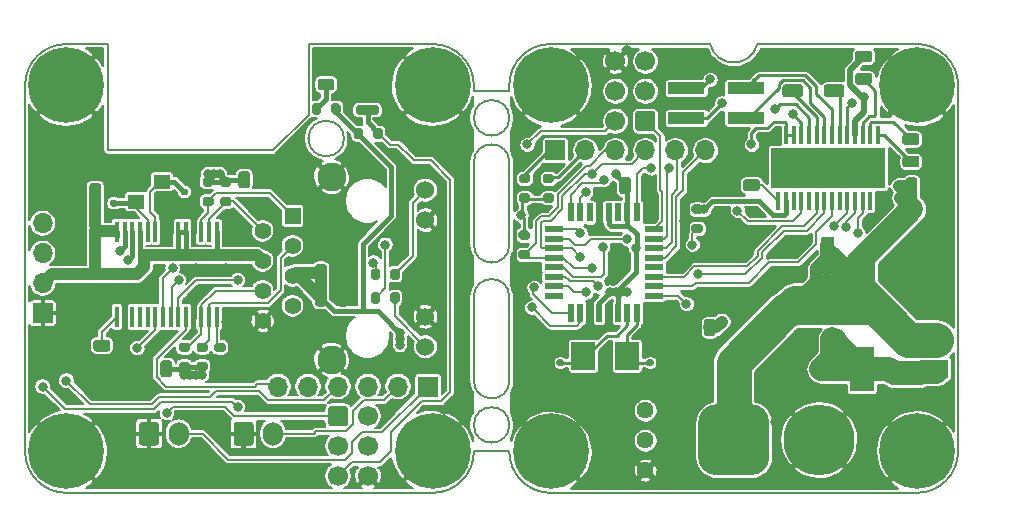
<source format=gbr>
%TF.GenerationSoftware,KiCad,Pcbnew,(5.1.8-0-10_14)*%
%TF.CreationDate,2021-02-10T22:24:42+01:00*%
%TF.ProjectId,ethersweep,65746865-7273-4776-9565-702e6b696361,rev?*%
%TF.SameCoordinates,Original*%
%TF.FileFunction,Copper,L1,Top*%
%TF.FilePolarity,Positive*%
%FSLAX46Y46*%
G04 Gerber Fmt 4.6, Leading zero omitted, Abs format (unit mm)*
G04 Created by KiCad (PCBNEW (5.1.8-0-10_14)) date 2021-02-10 22:24:42*
%MOMM*%
%LPD*%
G01*
G04 APERTURE LIST*
%TA.AperFunction,Profile*%
%ADD10C,0.150000*%
%TD*%
%TA.AperFunction,ComponentPad*%
%ADD11C,1.700000*%
%TD*%
%TA.AperFunction,ComponentPad*%
%ADD12C,6.400000*%
%TD*%
%TA.AperFunction,ComponentPad*%
%ADD13C,0.800000*%
%TD*%
%TA.AperFunction,ComponentPad*%
%ADD14R,1.700000X1.700000*%
%TD*%
%TA.AperFunction,ComponentPad*%
%ADD15O,1.700000X1.700000*%
%TD*%
%TA.AperFunction,ComponentPad*%
%ADD16O,1.700000X2.000000*%
%TD*%
%TA.AperFunction,ComponentPad*%
%ADD17R,1.398000X1.398000*%
%TD*%
%TA.AperFunction,ComponentPad*%
%ADD18C,1.398000*%
%TD*%
%TA.AperFunction,ComponentPad*%
%ADD19C,1.530000*%
%TD*%
%TA.AperFunction,ComponentPad*%
%ADD20C,2.445000*%
%TD*%
%TA.AperFunction,SMDPad,CuDef*%
%ADD21R,3.150000X1.000000*%
%TD*%
%TA.AperFunction,ComponentPad*%
%ADD22C,1.440000*%
%TD*%
%TA.AperFunction,SMDPad,CuDef*%
%ADD23R,0.450000X1.750000*%
%TD*%
%TA.AperFunction,SMDPad,CuDef*%
%ADD24R,0.550000X1.600000*%
%TD*%
%TA.AperFunction,SMDPad,CuDef*%
%ADD25R,1.600000X0.550000*%
%TD*%
%TA.AperFunction,SMDPad,CuDef*%
%ADD26R,0.300000X1.600000*%
%TD*%
%TA.AperFunction,SMDPad,CuDef*%
%ADD27R,9.700000X3.400000*%
%TD*%
%TA.AperFunction,ComponentPad*%
%ADD28C,0.500000*%
%TD*%
%TA.AperFunction,SMDPad,CuDef*%
%ADD29R,2.000000X3.800000*%
%TD*%
%TA.AperFunction,SMDPad,CuDef*%
%ADD30R,2.000000X1.500000*%
%TD*%
%TA.AperFunction,SMDPad,CuDef*%
%ADD31R,1.400000X1.200000*%
%TD*%
%TA.AperFunction,ComponentPad*%
%ADD32C,6.000000*%
%TD*%
%TA.AperFunction,SMDPad,CuDef*%
%ADD33R,2.000000X2.400000*%
%TD*%
%TA.AperFunction,ViaPad*%
%ADD34C,0.800000*%
%TD*%
%TA.AperFunction,Conductor*%
%ADD35C,0.250000*%
%TD*%
%TA.AperFunction,Conductor*%
%ADD36C,0.200000*%
%TD*%
%TA.AperFunction,Conductor*%
%ADD37C,1.000000*%
%TD*%
%TA.AperFunction,Conductor*%
%ADD38C,0.400000*%
%TD*%
%TA.AperFunction,Conductor*%
%ADD39C,3.000000*%
%TD*%
%TA.AperFunction,Conductor*%
%ADD40C,2.000000*%
%TD*%
%TA.AperFunction,Conductor*%
%ADD41C,0.500000*%
%TD*%
%TA.AperFunction,Conductor*%
%ADD42C,0.100000*%
%TD*%
%TA.AperFunction,Conductor*%
%ADD43C,0.220000*%
%TD*%
G04 APERTURE END LIST*
D10*
X163500000Y-98000000D02*
G75*
G02*
X160500000Y-98000000I-1500000J0D01*
G01*
X160500000Y-91000000D02*
G75*
G02*
X163500000Y-91000000I1500000J0D01*
G01*
X163500000Y-98000000D02*
X163500000Y-91000000D01*
X160500000Y-91000000D02*
X160500000Y-98000000D01*
X160500000Y-102400000D02*
G75*
G02*
X163500000Y-102400000I1500000J0D01*
G01*
X160500000Y-102400000D02*
X160500000Y-109500000D01*
X163500000Y-109500000D02*
X163500000Y-102400000D01*
X163500000Y-109500000D02*
G75*
G02*
X160500000Y-109500000I-1500000J0D01*
G01*
X163500000Y-87250000D02*
G75*
G03*
X163500000Y-87250000I-1500000J0D01*
G01*
X163500000Y-113250000D02*
G75*
G03*
X163500000Y-113250000I-1500000J0D01*
G01*
X160500000Y-84500000D02*
X160500000Y-85000000D01*
X163500000Y-84500000D02*
X163500000Y-85000000D01*
X160500000Y-115500000D02*
X163500000Y-115500000D01*
X163500000Y-85000000D02*
X160500000Y-85000000D01*
X149500000Y-89000000D02*
G75*
G03*
X149500000Y-89000000I-1500000J0D01*
G01*
X129500000Y-90000000D02*
X129500000Y-81000000D01*
X126000000Y-81000000D02*
X129500000Y-81000000D01*
X126000000Y-81000000D02*
G75*
G03*
X122500000Y-84500000I0J-3500000D01*
G01*
X146500000Y-81000000D02*
X157000000Y-81000000D01*
X143500000Y-90000000D02*
X129500000Y-90000000D01*
X146500000Y-87000000D02*
X143500000Y-90000000D01*
X146500000Y-81000000D02*
X146500000Y-87000000D01*
X180500000Y-81000000D02*
X167000000Y-81000000D01*
X184500000Y-81000000D02*
X198000000Y-81000000D01*
X184500000Y-81000000D02*
G75*
G02*
X180500000Y-81000000I-2000000J500000D01*
G01*
X163500000Y-84500000D02*
G75*
G02*
X167000000Y-81000000I3500000J0D01*
G01*
X201500000Y-115500000D02*
G75*
G02*
X198000000Y-119000000I-3500000J0D01*
G01*
X167000000Y-119000000D02*
G75*
G02*
X163500000Y-115500000I0J3500000D01*
G01*
X167000000Y-119000000D02*
X198000000Y-119000000D01*
X198000000Y-81000000D02*
G75*
G02*
X201500000Y-84500000I0J-3500000D01*
G01*
X201500000Y-115500000D02*
X201500000Y-84500000D01*
X122500000Y-115500000D02*
X122500000Y-84500000D01*
X160500000Y-84500000D02*
G75*
G03*
X157000000Y-81000000I-3500000J0D01*
G01*
X157000000Y-119000000D02*
G75*
G03*
X160500000Y-115500000I0J3500000D01*
G01*
X122500000Y-115500000D02*
G75*
G03*
X126000000Y-119000000I3500000J0D01*
G01*
X157000000Y-119000000D02*
X126000000Y-119000000D01*
%TA.AperFunction,ComponentPad*%
G36*
G01*
X148150000Y-113100000D02*
X148150000Y-111900000D01*
G75*
G02*
X148400000Y-111650000I250000J0D01*
G01*
X149600000Y-111650000D01*
G75*
G02*
X149850000Y-111900000I0J-250000D01*
G01*
X149850000Y-113100000D01*
G75*
G02*
X149600000Y-113350000I-250000J0D01*
G01*
X148400000Y-113350000D01*
G75*
G02*
X148150000Y-113100000I0J250000D01*
G01*
G37*
%TD.AperFunction*%
D11*
X149000000Y-115040000D03*
X149000000Y-117580000D03*
X151540000Y-112500000D03*
X151540000Y-115040000D03*
X151540000Y-117580000D03*
%TA.AperFunction,ComponentPad*%
G36*
G01*
X175850000Y-86900000D02*
X175850000Y-88100000D01*
G75*
G02*
X175600000Y-88350000I-250000J0D01*
G01*
X174400000Y-88350000D01*
G75*
G02*
X174150000Y-88100000I0J250000D01*
G01*
X174150000Y-86900000D01*
G75*
G02*
X174400000Y-86650000I250000J0D01*
G01*
X175600000Y-86650000D01*
G75*
G02*
X175850000Y-86900000I0J-250000D01*
G01*
G37*
%TD.AperFunction*%
X175000000Y-84960000D03*
X175000000Y-82420000D03*
X172460000Y-87500000D03*
X172460000Y-84960000D03*
X172460000Y-82420000D03*
D12*
X167000000Y-115500000D03*
D13*
X169400000Y-115500000D03*
X168697056Y-117197056D03*
X167000000Y-117900000D03*
X165302944Y-117197056D03*
X164600000Y-115500000D03*
X165302944Y-113802944D03*
X167000000Y-113100000D03*
X168697056Y-113802944D03*
X199697056Y-113777945D03*
X198000000Y-113075001D03*
X196302944Y-113777945D03*
X195600000Y-115475001D03*
X196302944Y-117172057D03*
X198000000Y-117875001D03*
X199697056Y-117172057D03*
X200400000Y-115475001D03*
D12*
X198000000Y-115475001D03*
X198000000Y-84500000D03*
D13*
X200400000Y-84500000D03*
X199697056Y-86197056D03*
X198000000Y-86900000D03*
X196302944Y-86197056D03*
X195600000Y-84500000D03*
X196302944Y-82802944D03*
X198000000Y-82100000D03*
X199697056Y-82802944D03*
X168697056Y-82802944D03*
X167000000Y-82100000D03*
X165302944Y-82802944D03*
X164600000Y-84500000D03*
X165302944Y-86197056D03*
X167000000Y-86900000D03*
X168697056Y-86197056D03*
X169400000Y-84500000D03*
D12*
X167000000Y-84500000D03*
%TA.AperFunction,SMDPad,CuDef*%
G36*
G01*
X174700000Y-93475000D02*
X174700000Y-92525000D01*
G75*
G02*
X174950000Y-92275000I250000J0D01*
G01*
X175450000Y-92275000D01*
G75*
G02*
X175700000Y-92525000I0J-250000D01*
G01*
X175700000Y-93475000D01*
G75*
G02*
X175450000Y-93725000I-250000J0D01*
G01*
X174950000Y-93725000D01*
G75*
G02*
X174700000Y-93475000I0J250000D01*
G01*
G37*
%TD.AperFunction*%
%TA.AperFunction,SMDPad,CuDef*%
G36*
G01*
X172800000Y-93475000D02*
X172800000Y-92525000D01*
G75*
G02*
X173050000Y-92275000I250000J0D01*
G01*
X173550000Y-92275000D01*
G75*
G02*
X173800000Y-92525000I0J-250000D01*
G01*
X173800000Y-93475000D01*
G75*
G02*
X173550000Y-93725000I-250000J0D01*
G01*
X173050000Y-93725000D01*
G75*
G02*
X172800000Y-93475000I0J250000D01*
G01*
G37*
%TD.AperFunction*%
%TA.AperFunction,SMDPad,CuDef*%
G36*
G01*
X128950000Y-93025000D02*
X128950000Y-93975000D01*
G75*
G02*
X128700000Y-94225000I-250000J0D01*
G01*
X128200000Y-94225000D01*
G75*
G02*
X127950000Y-93975000I0J250000D01*
G01*
X127950000Y-93025000D01*
G75*
G02*
X128200000Y-92775000I250000J0D01*
G01*
X128700000Y-92775000D01*
G75*
G02*
X128950000Y-93025000I0J-250000D01*
G01*
G37*
%TD.AperFunction*%
%TA.AperFunction,SMDPad,CuDef*%
G36*
G01*
X127050000Y-93025000D02*
X127050000Y-93975000D01*
G75*
G02*
X126800000Y-94225000I-250000J0D01*
G01*
X126300000Y-94225000D01*
G75*
G02*
X126050000Y-93975000I0J250000D01*
G01*
X126050000Y-93025000D01*
G75*
G02*
X126300000Y-92775000I250000J0D01*
G01*
X126800000Y-92775000D01*
G75*
G02*
X127050000Y-93025000I0J-250000D01*
G01*
G37*
%TD.AperFunction*%
%TA.AperFunction,SMDPad,CuDef*%
G36*
G01*
X136170000Y-94760000D02*
X135830000Y-94760000D01*
G75*
G02*
X135690000Y-94620000I0J140000D01*
G01*
X135690000Y-94340000D01*
G75*
G02*
X135830000Y-94200000I140000J0D01*
G01*
X136170000Y-94200000D01*
G75*
G02*
X136310000Y-94340000I0J-140000D01*
G01*
X136310000Y-94620000D01*
G75*
G02*
X136170000Y-94760000I-140000J0D01*
G01*
G37*
%TD.AperFunction*%
%TA.AperFunction,SMDPad,CuDef*%
G36*
G01*
X136170000Y-93800000D02*
X135830000Y-93800000D01*
G75*
G02*
X135690000Y-93660000I0J140000D01*
G01*
X135690000Y-93380000D01*
G75*
G02*
X135830000Y-93240000I140000J0D01*
G01*
X136170000Y-93240000D01*
G75*
G02*
X136310000Y-93380000I0J-140000D01*
G01*
X136310000Y-93660000D01*
G75*
G02*
X136170000Y-93800000I-140000J0D01*
G01*
G37*
%TD.AperFunction*%
%TA.AperFunction,SMDPad,CuDef*%
G36*
G01*
X130170000Y-93800000D02*
X129830000Y-93800000D01*
G75*
G02*
X129690000Y-93660000I0J140000D01*
G01*
X129690000Y-93380000D01*
G75*
G02*
X129830000Y-93240000I140000J0D01*
G01*
X130170000Y-93240000D01*
G75*
G02*
X130310000Y-93380000I0J-140000D01*
G01*
X130310000Y-93660000D01*
G75*
G02*
X130170000Y-93800000I-140000J0D01*
G01*
G37*
%TD.AperFunction*%
%TA.AperFunction,SMDPad,CuDef*%
G36*
G01*
X130170000Y-94760000D02*
X129830000Y-94760000D01*
G75*
G02*
X129690000Y-94620000I0J140000D01*
G01*
X129690000Y-94340000D01*
G75*
G02*
X129830000Y-94200000I140000J0D01*
G01*
X130170000Y-94200000D01*
G75*
G02*
X130310000Y-94340000I0J-140000D01*
G01*
X130310000Y-94620000D01*
G75*
G02*
X130170000Y-94760000I-140000J0D01*
G01*
G37*
%TD.AperFunction*%
%TA.AperFunction,SMDPad,CuDef*%
G36*
G01*
X189950000Y-100025000D02*
X189950000Y-100975000D01*
G75*
G02*
X189700000Y-101225000I-250000J0D01*
G01*
X189200000Y-101225000D01*
G75*
G02*
X188950000Y-100975000I0J250000D01*
G01*
X188950000Y-100025000D01*
G75*
G02*
X189200000Y-99775000I250000J0D01*
G01*
X189700000Y-99775000D01*
G75*
G02*
X189950000Y-100025000I0J-250000D01*
G01*
G37*
%TD.AperFunction*%
%TA.AperFunction,SMDPad,CuDef*%
G36*
G01*
X188050000Y-100025000D02*
X188050000Y-100975000D01*
G75*
G02*
X187800000Y-101225000I-250000J0D01*
G01*
X187300000Y-101225000D01*
G75*
G02*
X187050000Y-100975000I0J250000D01*
G01*
X187050000Y-100025000D01*
G75*
G02*
X187300000Y-99775000I250000J0D01*
G01*
X187800000Y-99775000D01*
G75*
G02*
X188050000Y-100025000I0J-250000D01*
G01*
G37*
%TD.AperFunction*%
%TA.AperFunction,SMDPad,CuDef*%
G36*
G01*
X127050000Y-95525000D02*
X127050000Y-96475000D01*
G75*
G02*
X126800000Y-96725000I-250000J0D01*
G01*
X126300000Y-96725000D01*
G75*
G02*
X126050000Y-96475000I0J250000D01*
G01*
X126050000Y-95525000D01*
G75*
G02*
X126300000Y-95275000I250000J0D01*
G01*
X126800000Y-95275000D01*
G75*
G02*
X127050000Y-95525000I0J-250000D01*
G01*
G37*
%TD.AperFunction*%
%TA.AperFunction,SMDPad,CuDef*%
G36*
G01*
X128950000Y-95525000D02*
X128950000Y-96475000D01*
G75*
G02*
X128700000Y-96725000I-250000J0D01*
G01*
X128200000Y-96725000D01*
G75*
G02*
X127950000Y-96475000I0J250000D01*
G01*
X127950000Y-95525000D01*
G75*
G02*
X128200000Y-95275000I250000J0D01*
G01*
X128700000Y-95275000D01*
G75*
G02*
X128950000Y-95525000I0J-250000D01*
G01*
G37*
%TD.AperFunction*%
%TA.AperFunction,SMDPad,CuDef*%
G36*
G01*
X167970000Y-107300000D02*
X167630000Y-107300000D01*
G75*
G02*
X167490000Y-107160000I0J140000D01*
G01*
X167490000Y-106880000D01*
G75*
G02*
X167630000Y-106740000I140000J0D01*
G01*
X167970000Y-106740000D01*
G75*
G02*
X168110000Y-106880000I0J-140000D01*
G01*
X168110000Y-107160000D01*
G75*
G02*
X167970000Y-107300000I-140000J0D01*
G01*
G37*
%TD.AperFunction*%
%TA.AperFunction,SMDPad,CuDef*%
G36*
G01*
X167970000Y-108260000D02*
X167630000Y-108260000D01*
G75*
G02*
X167490000Y-108120000I0J140000D01*
G01*
X167490000Y-107840000D01*
G75*
G02*
X167630000Y-107700000I140000J0D01*
G01*
X167970000Y-107700000D01*
G75*
G02*
X168110000Y-107840000I0J-140000D01*
G01*
X168110000Y-108120000D01*
G75*
G02*
X167970000Y-108260000I-140000J0D01*
G01*
G37*
%TD.AperFunction*%
%TA.AperFunction,SMDPad,CuDef*%
G36*
G01*
X188500000Y-108025000D02*
X188500000Y-108975000D01*
G75*
G02*
X188250000Y-109225000I-250000J0D01*
G01*
X187750000Y-109225000D01*
G75*
G02*
X187500000Y-108975000I0J250000D01*
G01*
X187500000Y-108025000D01*
G75*
G02*
X187750000Y-107775000I250000J0D01*
G01*
X188250000Y-107775000D01*
G75*
G02*
X188500000Y-108025000I0J-250000D01*
G01*
G37*
%TD.AperFunction*%
%TA.AperFunction,SMDPad,CuDef*%
G36*
G01*
X190400000Y-108025000D02*
X190400000Y-108975000D01*
G75*
G02*
X190150000Y-109225000I-250000J0D01*
G01*
X189650000Y-109225000D01*
G75*
G02*
X189400000Y-108975000I0J250000D01*
G01*
X189400000Y-108025000D01*
G75*
G02*
X189650000Y-107775000I250000J0D01*
G01*
X190150000Y-107775000D01*
G75*
G02*
X190400000Y-108025000I0J-250000D01*
G01*
G37*
%TD.AperFunction*%
%TA.AperFunction,SMDPad,CuDef*%
G36*
G01*
X175230000Y-106740000D02*
X175570000Y-106740000D01*
G75*
G02*
X175710000Y-106880000I0J-140000D01*
G01*
X175710000Y-107160000D01*
G75*
G02*
X175570000Y-107300000I-140000J0D01*
G01*
X175230000Y-107300000D01*
G75*
G02*
X175090000Y-107160000I0J140000D01*
G01*
X175090000Y-106880000D01*
G75*
G02*
X175230000Y-106740000I140000J0D01*
G01*
G37*
%TD.AperFunction*%
%TA.AperFunction,SMDPad,CuDef*%
G36*
G01*
X175230000Y-107700000D02*
X175570000Y-107700000D01*
G75*
G02*
X175710000Y-107840000I0J-140000D01*
G01*
X175710000Y-108120000D01*
G75*
G02*
X175570000Y-108260000I-140000J0D01*
G01*
X175230000Y-108260000D01*
G75*
G02*
X175090000Y-108120000I0J140000D01*
G01*
X175090000Y-107840000D01*
G75*
G02*
X175230000Y-107700000I140000J0D01*
G01*
G37*
%TD.AperFunction*%
%TA.AperFunction,SMDPad,CuDef*%
G36*
G01*
X178050000Y-105475000D02*
X178050000Y-104525000D01*
G75*
G02*
X178300000Y-104275000I250000J0D01*
G01*
X178800000Y-104275000D01*
G75*
G02*
X179050000Y-104525000I0J-250000D01*
G01*
X179050000Y-105475000D01*
G75*
G02*
X178800000Y-105725000I-250000J0D01*
G01*
X178300000Y-105725000D01*
G75*
G02*
X178050000Y-105475000I0J250000D01*
G01*
G37*
%TD.AperFunction*%
%TA.AperFunction,SMDPad,CuDef*%
G36*
G01*
X179950000Y-105475000D02*
X179950000Y-104525000D01*
G75*
G02*
X180200000Y-104275000I250000J0D01*
G01*
X180700000Y-104275000D01*
G75*
G02*
X180950000Y-104525000I0J-250000D01*
G01*
X180950000Y-105475000D01*
G75*
G02*
X180700000Y-105725000I-250000J0D01*
G01*
X180200000Y-105725000D01*
G75*
G02*
X179950000Y-105475000I0J250000D01*
G01*
G37*
%TD.AperFunction*%
%TA.AperFunction,SMDPad,CuDef*%
G36*
G01*
X128525000Y-107950000D02*
X129475000Y-107950000D01*
G75*
G02*
X129725000Y-108200000I0J-250000D01*
G01*
X129725000Y-108700000D01*
G75*
G02*
X129475000Y-108950000I-250000J0D01*
G01*
X128525000Y-108950000D01*
G75*
G02*
X128275000Y-108700000I0J250000D01*
G01*
X128275000Y-108200000D01*
G75*
G02*
X128525000Y-107950000I250000J0D01*
G01*
G37*
%TD.AperFunction*%
%TA.AperFunction,SMDPad,CuDef*%
G36*
G01*
X128525000Y-106050000D02*
X129475000Y-106050000D01*
G75*
G02*
X129725000Y-106300000I0J-250000D01*
G01*
X129725000Y-106800000D01*
G75*
G02*
X129475000Y-107050000I-250000J0D01*
G01*
X128525000Y-107050000D01*
G75*
G02*
X128275000Y-106800000I0J250000D01*
G01*
X128275000Y-106300000D01*
G75*
G02*
X128525000Y-106050000I250000J0D01*
G01*
G37*
%TD.AperFunction*%
%TA.AperFunction,SMDPad,CuDef*%
G36*
G01*
X142450000Y-92975000D02*
X142450000Y-92025000D01*
G75*
G02*
X142700000Y-91775000I250000J0D01*
G01*
X143200000Y-91775000D01*
G75*
G02*
X143450000Y-92025000I0J-250000D01*
G01*
X143450000Y-92975000D01*
G75*
G02*
X143200000Y-93225000I-250000J0D01*
G01*
X142700000Y-93225000D01*
G75*
G02*
X142450000Y-92975000I0J250000D01*
G01*
G37*
%TD.AperFunction*%
%TA.AperFunction,SMDPad,CuDef*%
G36*
G01*
X140550000Y-92975000D02*
X140550000Y-92025000D01*
G75*
G02*
X140800000Y-91775000I250000J0D01*
G01*
X141300000Y-91775000D01*
G75*
G02*
X141550000Y-92025000I0J-250000D01*
G01*
X141550000Y-92975000D01*
G75*
G02*
X141300000Y-93225000I-250000J0D01*
G01*
X140800000Y-93225000D01*
G75*
G02*
X140550000Y-92975000I0J250000D01*
G01*
G37*
%TD.AperFunction*%
%TA.AperFunction,SMDPad,CuDef*%
G36*
G01*
X134950000Y-108025000D02*
X134950000Y-108975000D01*
G75*
G02*
X134700000Y-109225000I-250000J0D01*
G01*
X134200000Y-109225000D01*
G75*
G02*
X133950000Y-108975000I0J250000D01*
G01*
X133950000Y-108025000D01*
G75*
G02*
X134200000Y-107775000I250000J0D01*
G01*
X134700000Y-107775000D01*
G75*
G02*
X134950000Y-108025000I0J-250000D01*
G01*
G37*
%TD.AperFunction*%
%TA.AperFunction,SMDPad,CuDef*%
G36*
G01*
X133050000Y-108025000D02*
X133050000Y-108975000D01*
G75*
G02*
X132800000Y-109225000I-250000J0D01*
G01*
X132300000Y-109225000D01*
G75*
G02*
X132050000Y-108975000I0J250000D01*
G01*
X132050000Y-108025000D01*
G75*
G02*
X132300000Y-107775000I250000J0D01*
G01*
X132800000Y-107775000D01*
G75*
G02*
X133050000Y-108025000I0J-250000D01*
G01*
G37*
%TD.AperFunction*%
%TA.AperFunction,SMDPad,CuDef*%
G36*
G01*
X148950000Y-102975000D02*
X148950000Y-102025000D01*
G75*
G02*
X149200000Y-101775000I250000J0D01*
G01*
X149700000Y-101775000D01*
G75*
G02*
X149950000Y-102025000I0J-250000D01*
G01*
X149950000Y-102975000D01*
G75*
G02*
X149700000Y-103225000I-250000J0D01*
G01*
X149200000Y-103225000D01*
G75*
G02*
X148950000Y-102975000I0J250000D01*
G01*
G37*
%TD.AperFunction*%
%TA.AperFunction,SMDPad,CuDef*%
G36*
G01*
X147050000Y-102975000D02*
X147050000Y-102025000D01*
G75*
G02*
X147300000Y-101775000I250000J0D01*
G01*
X147800000Y-101775000D01*
G75*
G02*
X148050000Y-102025000I0J-250000D01*
G01*
X148050000Y-102975000D01*
G75*
G02*
X147800000Y-103225000I-250000J0D01*
G01*
X147300000Y-103225000D01*
G75*
G02*
X147050000Y-102975000I0J250000D01*
G01*
G37*
%TD.AperFunction*%
%TA.AperFunction,SMDPad,CuDef*%
G36*
G01*
X147050000Y-100830001D02*
X147050000Y-99880001D01*
G75*
G02*
X147300000Y-99630001I250000J0D01*
G01*
X147800000Y-99630001D01*
G75*
G02*
X148050000Y-99880001I0J-250000D01*
G01*
X148050000Y-100830001D01*
G75*
G02*
X147800000Y-101080001I-250000J0D01*
G01*
X147300000Y-101080001D01*
G75*
G02*
X147050000Y-100830001I0J250000D01*
G01*
G37*
%TD.AperFunction*%
%TA.AperFunction,SMDPad,CuDef*%
G36*
G01*
X148950000Y-100830001D02*
X148950000Y-99880001D01*
G75*
G02*
X149200000Y-99630001I250000J0D01*
G01*
X149700000Y-99630001D01*
G75*
G02*
X149950000Y-99880001I0J-250000D01*
G01*
X149950000Y-100830001D01*
G75*
G02*
X149700000Y-101080001I-250000J0D01*
G01*
X149200000Y-101080001D01*
G75*
G02*
X148950000Y-100830001I0J250000D01*
G01*
G37*
%TD.AperFunction*%
%TA.AperFunction,SMDPad,CuDef*%
G36*
G01*
X197975000Y-91450000D02*
X197025000Y-91450000D01*
G75*
G02*
X196775000Y-91200000I0J250000D01*
G01*
X196775000Y-90700000D01*
G75*
G02*
X197025000Y-90450000I250000J0D01*
G01*
X197975000Y-90450000D01*
G75*
G02*
X198225000Y-90700000I0J-250000D01*
G01*
X198225000Y-91200000D01*
G75*
G02*
X197975000Y-91450000I-250000J0D01*
G01*
G37*
%TD.AperFunction*%
%TA.AperFunction,SMDPad,CuDef*%
G36*
G01*
X197975000Y-89550000D02*
X197025000Y-89550000D01*
G75*
G02*
X196775000Y-89300000I0J250000D01*
G01*
X196775000Y-88800000D01*
G75*
G02*
X197025000Y-88550000I250000J0D01*
G01*
X197975000Y-88550000D01*
G75*
G02*
X198225000Y-88800000I0J-250000D01*
G01*
X198225000Y-89300000D01*
G75*
G02*
X197975000Y-89550000I-250000J0D01*
G01*
G37*
%TD.AperFunction*%
%TA.AperFunction,SMDPad,CuDef*%
G36*
G01*
X193975000Y-84450000D02*
X193025000Y-84450000D01*
G75*
G02*
X192775000Y-84200000I0J250000D01*
G01*
X192775000Y-83700000D01*
G75*
G02*
X193025000Y-83450000I250000J0D01*
G01*
X193975000Y-83450000D01*
G75*
G02*
X194225000Y-83700000I0J-250000D01*
G01*
X194225000Y-84200000D01*
G75*
G02*
X193975000Y-84450000I-250000J0D01*
G01*
G37*
%TD.AperFunction*%
%TA.AperFunction,SMDPad,CuDef*%
G36*
G01*
X193975000Y-82550000D02*
X193025000Y-82550000D01*
G75*
G02*
X192775000Y-82300000I0J250000D01*
G01*
X192775000Y-81800000D01*
G75*
G02*
X193025000Y-81550000I250000J0D01*
G01*
X193975000Y-81550000D01*
G75*
G02*
X194225000Y-81800000I0J-250000D01*
G01*
X194225000Y-82300000D01*
G75*
G02*
X193975000Y-82550000I-250000J0D01*
G01*
G37*
%TD.AperFunction*%
%TA.AperFunction,SMDPad,CuDef*%
G36*
G01*
X191000000Y-101500000D02*
X191000000Y-99500000D01*
G75*
G02*
X191250000Y-99250000I250000J0D01*
G01*
X194250000Y-99250000D01*
G75*
G02*
X194500000Y-99500000I0J-250000D01*
G01*
X194500000Y-101500000D01*
G75*
G02*
X194250000Y-101750000I-250000J0D01*
G01*
X191250000Y-101750000D01*
G75*
G02*
X191000000Y-101500000I0J250000D01*
G01*
G37*
%TD.AperFunction*%
%TA.AperFunction,SMDPad,CuDef*%
G36*
G01*
X197500000Y-101500000D02*
X197500000Y-99500000D01*
G75*
G02*
X197750000Y-99250000I250000J0D01*
G01*
X200750000Y-99250000D01*
G75*
G02*
X201000000Y-99500000I0J-250000D01*
G01*
X201000000Y-101500000D01*
G75*
G02*
X200750000Y-101750000I-250000J0D01*
G01*
X197750000Y-101750000D01*
G75*
G02*
X197500000Y-101500000I0J250000D01*
G01*
G37*
%TD.AperFunction*%
%TA.AperFunction,SMDPad,CuDef*%
G36*
G01*
X184475000Y-91550000D02*
X183525000Y-91550000D01*
G75*
G02*
X183275000Y-91300000I0J250000D01*
G01*
X183275000Y-90800000D01*
G75*
G02*
X183525000Y-90550000I250000J0D01*
G01*
X184475000Y-90550000D01*
G75*
G02*
X184725000Y-90800000I0J-250000D01*
G01*
X184725000Y-91300000D01*
G75*
G02*
X184475000Y-91550000I-250000J0D01*
G01*
G37*
%TD.AperFunction*%
%TA.AperFunction,SMDPad,CuDef*%
G36*
G01*
X184475000Y-93450000D02*
X183525000Y-93450000D01*
G75*
G02*
X183275000Y-93200000I0J250000D01*
G01*
X183275000Y-92700000D01*
G75*
G02*
X183525000Y-92450000I250000J0D01*
G01*
X184475000Y-92450000D01*
G75*
G02*
X184725000Y-92700000I0J-250000D01*
G01*
X184725000Y-93200000D01*
G75*
G02*
X184475000Y-93450000I-250000J0D01*
G01*
G37*
%TD.AperFunction*%
%TA.AperFunction,SMDPad,CuDef*%
G36*
G01*
X198950000Y-95475000D02*
X198950000Y-94525000D01*
G75*
G02*
X199200000Y-94275000I250000J0D01*
G01*
X199700000Y-94275000D01*
G75*
G02*
X199950000Y-94525000I0J-250000D01*
G01*
X199950000Y-95475000D01*
G75*
G02*
X199700000Y-95725000I-250000J0D01*
G01*
X199200000Y-95725000D01*
G75*
G02*
X198950000Y-95475000I0J250000D01*
G01*
G37*
%TD.AperFunction*%
%TA.AperFunction,SMDPad,CuDef*%
G36*
G01*
X197050000Y-95475000D02*
X197050000Y-94525000D01*
G75*
G02*
X197300000Y-94275000I250000J0D01*
G01*
X197800000Y-94275000D01*
G75*
G02*
X198050000Y-94525000I0J-250000D01*
G01*
X198050000Y-95475000D01*
G75*
G02*
X197800000Y-95725000I-250000J0D01*
G01*
X197300000Y-95725000D01*
G75*
G02*
X197050000Y-95475000I0J250000D01*
G01*
G37*
%TD.AperFunction*%
%TA.AperFunction,SMDPad,CuDef*%
G36*
G01*
X197050000Y-93475000D02*
X197050000Y-92525000D01*
G75*
G02*
X197300000Y-92275000I250000J0D01*
G01*
X197800000Y-92275000D01*
G75*
G02*
X198050000Y-92525000I0J-250000D01*
G01*
X198050000Y-93475000D01*
G75*
G02*
X197800000Y-93725000I-250000J0D01*
G01*
X197300000Y-93725000D01*
G75*
G02*
X197050000Y-93475000I0J250000D01*
G01*
G37*
%TD.AperFunction*%
%TA.AperFunction,SMDPad,CuDef*%
G36*
G01*
X198950000Y-93475000D02*
X198950000Y-92525000D01*
G75*
G02*
X199200000Y-92275000I250000J0D01*
G01*
X199700000Y-92275000D01*
G75*
G02*
X199950000Y-92525000I0J-250000D01*
G01*
X199950000Y-93475000D01*
G75*
G02*
X199700000Y-93725000I-250000J0D01*
G01*
X199200000Y-93725000D01*
G75*
G02*
X198950000Y-93475000I0J250000D01*
G01*
G37*
%TD.AperFunction*%
%TA.AperFunction,SMDPad,CuDef*%
G36*
G01*
X147543750Y-82075000D02*
X148456250Y-82075000D01*
G75*
G02*
X148700000Y-82318750I0J-243750D01*
G01*
X148700000Y-82806250D01*
G75*
G02*
X148456250Y-83050000I-243750J0D01*
G01*
X147543750Y-83050000D01*
G75*
G02*
X147300000Y-82806250I0J243750D01*
G01*
X147300000Y-82318750D01*
G75*
G02*
X147543750Y-82075000I243750J0D01*
G01*
G37*
%TD.AperFunction*%
%TA.AperFunction,SMDPad,CuDef*%
G36*
G01*
X147543750Y-83950000D02*
X148456250Y-83950000D01*
G75*
G02*
X148700000Y-84193750I0J-243750D01*
G01*
X148700000Y-84681250D01*
G75*
G02*
X148456250Y-84925000I-243750J0D01*
G01*
X147543750Y-84925000D01*
G75*
G02*
X147300000Y-84681250I0J243750D01*
G01*
X147300000Y-84193750D01*
G75*
G02*
X147543750Y-83950000I243750J0D01*
G01*
G37*
%TD.AperFunction*%
D14*
X124000000Y-103800000D03*
D15*
X124000000Y-101260000D03*
X124000000Y-98720000D03*
X124000000Y-96180000D03*
%TA.AperFunction,ComponentPad*%
G36*
G01*
X132150000Y-114750000D02*
X132150000Y-113250000D01*
G75*
G02*
X132400000Y-113000000I250000J0D01*
G01*
X133600000Y-113000000D01*
G75*
G02*
X133850000Y-113250000I0J-250000D01*
G01*
X133850000Y-114750000D01*
G75*
G02*
X133600000Y-115000000I-250000J0D01*
G01*
X132400000Y-115000000D01*
G75*
G02*
X132150000Y-114750000I0J250000D01*
G01*
G37*
%TD.AperFunction*%
D16*
X135500000Y-114000000D03*
X143500000Y-114000000D03*
%TA.AperFunction,ComponentPad*%
G36*
G01*
X140150000Y-114750000D02*
X140150000Y-113250000D01*
G75*
G02*
X140400000Y-113000000I250000J0D01*
G01*
X141600000Y-113000000D01*
G75*
G02*
X141850000Y-113250000I0J-250000D01*
G01*
X141850000Y-114750000D01*
G75*
G02*
X141600000Y-115000000I-250000J0D01*
G01*
X140400000Y-115000000D01*
G75*
G02*
X140150000Y-114750000I0J250000D01*
G01*
G37*
%TD.AperFunction*%
D17*
X145150000Y-95550000D03*
D18*
X142610000Y-96820000D03*
X145150000Y-98090000D03*
X142610000Y-99360000D03*
X145150000Y-100630000D03*
X142610000Y-101900000D03*
X145150000Y-103170000D03*
X142610000Y-104440000D03*
D19*
X156400000Y-93375000D03*
X156400000Y-95915000D03*
X156400000Y-106625000D03*
X156400000Y-104085000D03*
D20*
X148450000Y-92255000D03*
X148450000Y-107745000D03*
D21*
X178475000Y-84730000D03*
X183525000Y-84730000D03*
X178475000Y-87270000D03*
X183525000Y-87270000D03*
%TA.AperFunction,SMDPad,CuDef*%
G36*
G01*
X139275000Y-107075000D02*
X138725000Y-107075000D01*
G75*
G02*
X138525000Y-106875000I0J200000D01*
G01*
X138525000Y-106475000D01*
G75*
G02*
X138725000Y-106275000I200000J0D01*
G01*
X139275000Y-106275000D01*
G75*
G02*
X139475000Y-106475000I0J-200000D01*
G01*
X139475000Y-106875000D01*
G75*
G02*
X139275000Y-107075000I-200000J0D01*
G01*
G37*
%TD.AperFunction*%
%TA.AperFunction,SMDPad,CuDef*%
G36*
G01*
X139275000Y-108725000D02*
X138725000Y-108725000D01*
G75*
G02*
X138525000Y-108525000I0J200000D01*
G01*
X138525000Y-108125000D01*
G75*
G02*
X138725000Y-107925000I200000J0D01*
G01*
X139275000Y-107925000D01*
G75*
G02*
X139475000Y-108125000I0J-200000D01*
G01*
X139475000Y-108525000D01*
G75*
G02*
X139275000Y-108725000I-200000J0D01*
G01*
G37*
%TD.AperFunction*%
%TA.AperFunction,SMDPad,CuDef*%
G36*
G01*
X152575000Y-102225000D02*
X152575000Y-102775000D01*
G75*
G02*
X152375000Y-102975000I-200000J0D01*
G01*
X151975000Y-102975000D01*
G75*
G02*
X151775000Y-102775000I0J200000D01*
G01*
X151775000Y-102225000D01*
G75*
G02*
X151975000Y-102025000I200000J0D01*
G01*
X152375000Y-102025000D01*
G75*
G02*
X152575000Y-102225000I0J-200000D01*
G01*
G37*
%TD.AperFunction*%
%TA.AperFunction,SMDPad,CuDef*%
G36*
G01*
X154225000Y-102225000D02*
X154225000Y-102775000D01*
G75*
G02*
X154025000Y-102975000I-200000J0D01*
G01*
X153625000Y-102975000D01*
G75*
G02*
X153425000Y-102775000I0J200000D01*
G01*
X153425000Y-102225000D01*
G75*
G02*
X153625000Y-102025000I200000J0D01*
G01*
X154025000Y-102025000D01*
G75*
G02*
X154225000Y-102225000I0J-200000D01*
G01*
G37*
%TD.AperFunction*%
%TA.AperFunction,SMDPad,CuDef*%
G36*
G01*
X154225000Y-100225000D02*
X154225000Y-100775000D01*
G75*
G02*
X154025000Y-100975000I-200000J0D01*
G01*
X153625000Y-100975000D01*
G75*
G02*
X153425000Y-100775000I0J200000D01*
G01*
X153425000Y-100225000D01*
G75*
G02*
X153625000Y-100025000I200000J0D01*
G01*
X154025000Y-100025000D01*
G75*
G02*
X154225000Y-100225000I0J-200000D01*
G01*
G37*
%TD.AperFunction*%
%TA.AperFunction,SMDPad,CuDef*%
G36*
G01*
X152575000Y-100225000D02*
X152575000Y-100775000D01*
G75*
G02*
X152375000Y-100975000I-200000J0D01*
G01*
X151975000Y-100975000D01*
G75*
G02*
X151775000Y-100775000I0J200000D01*
G01*
X151775000Y-100225000D01*
G75*
G02*
X151975000Y-100025000I200000J0D01*
G01*
X152375000Y-100025000D01*
G75*
G02*
X152575000Y-100225000I0J-200000D01*
G01*
G37*
%TD.AperFunction*%
%TA.AperFunction,SMDPad,CuDef*%
G36*
G01*
X139225000Y-93925000D02*
X139775000Y-93925000D01*
G75*
G02*
X139975000Y-94125000I0J-200000D01*
G01*
X139975000Y-94525000D01*
G75*
G02*
X139775000Y-94725000I-200000J0D01*
G01*
X139225000Y-94725000D01*
G75*
G02*
X139025000Y-94525000I0J200000D01*
G01*
X139025000Y-94125000D01*
G75*
G02*
X139225000Y-93925000I200000J0D01*
G01*
G37*
%TD.AperFunction*%
%TA.AperFunction,SMDPad,CuDef*%
G36*
G01*
X139225000Y-92275000D02*
X139775000Y-92275000D01*
G75*
G02*
X139975000Y-92475000I0J-200000D01*
G01*
X139975000Y-92875000D01*
G75*
G02*
X139775000Y-93075000I-200000J0D01*
G01*
X139225000Y-93075000D01*
G75*
G02*
X139025000Y-92875000I0J200000D01*
G01*
X139025000Y-92475000D01*
G75*
G02*
X139225000Y-92275000I200000J0D01*
G01*
G37*
%TD.AperFunction*%
%TA.AperFunction,SMDPad,CuDef*%
G36*
G01*
X137725000Y-92275000D02*
X138275000Y-92275000D01*
G75*
G02*
X138475000Y-92475000I0J-200000D01*
G01*
X138475000Y-92875000D01*
G75*
G02*
X138275000Y-93075000I-200000J0D01*
G01*
X137725000Y-93075000D01*
G75*
G02*
X137525000Y-92875000I0J200000D01*
G01*
X137525000Y-92475000D01*
G75*
G02*
X137725000Y-92275000I200000J0D01*
G01*
G37*
%TD.AperFunction*%
%TA.AperFunction,SMDPad,CuDef*%
G36*
G01*
X137725000Y-93925000D02*
X138275000Y-93925000D01*
G75*
G02*
X138475000Y-94125000I0J-200000D01*
G01*
X138475000Y-94525000D01*
G75*
G02*
X138275000Y-94725000I-200000J0D01*
G01*
X137725000Y-94725000D01*
G75*
G02*
X137525000Y-94525000I0J200000D01*
G01*
X137525000Y-94125000D01*
G75*
G02*
X137725000Y-93925000I200000J0D01*
G01*
G37*
%TD.AperFunction*%
%TA.AperFunction,SMDPad,CuDef*%
G36*
G01*
X136275000Y-107075000D02*
X135725000Y-107075000D01*
G75*
G02*
X135525000Y-106875000I0J200000D01*
G01*
X135525000Y-106475000D01*
G75*
G02*
X135725000Y-106275000I200000J0D01*
G01*
X136275000Y-106275000D01*
G75*
G02*
X136475000Y-106475000I0J-200000D01*
G01*
X136475000Y-106875000D01*
G75*
G02*
X136275000Y-107075000I-200000J0D01*
G01*
G37*
%TD.AperFunction*%
%TA.AperFunction,SMDPad,CuDef*%
G36*
G01*
X136275000Y-108725000D02*
X135725000Y-108725000D01*
G75*
G02*
X135525000Y-108525000I0J200000D01*
G01*
X135525000Y-108125000D01*
G75*
G02*
X135725000Y-107925000I200000J0D01*
G01*
X136275000Y-107925000D01*
G75*
G02*
X136475000Y-108125000I0J-200000D01*
G01*
X136475000Y-108525000D01*
G75*
G02*
X136275000Y-108725000I-200000J0D01*
G01*
G37*
%TD.AperFunction*%
%TA.AperFunction,SMDPad,CuDef*%
G36*
G01*
X137775000Y-108725000D02*
X137225000Y-108725000D01*
G75*
G02*
X137025000Y-108525000I0J200000D01*
G01*
X137025000Y-108125000D01*
G75*
G02*
X137225000Y-107925000I200000J0D01*
G01*
X137775000Y-107925000D01*
G75*
G02*
X137975000Y-108125000I0J-200000D01*
G01*
X137975000Y-108525000D01*
G75*
G02*
X137775000Y-108725000I-200000J0D01*
G01*
G37*
%TD.AperFunction*%
%TA.AperFunction,SMDPad,CuDef*%
G36*
G01*
X137775000Y-107075000D02*
X137225000Y-107075000D01*
G75*
G02*
X137025000Y-106875000I0J200000D01*
G01*
X137025000Y-106475000D01*
G75*
G02*
X137225000Y-106275000I200000J0D01*
G01*
X137775000Y-106275000D01*
G75*
G02*
X137975000Y-106475000I0J-200000D01*
G01*
X137975000Y-106875000D01*
G75*
G02*
X137775000Y-107075000I-200000J0D01*
G01*
G37*
%TD.AperFunction*%
%TA.AperFunction,SMDPad,CuDef*%
G36*
G01*
X191625002Y-82600000D02*
X190374998Y-82600000D01*
G75*
G02*
X190125000Y-82350002I0J249998D01*
G01*
X190125000Y-81724998D01*
G75*
G02*
X190374998Y-81475000I249998J0D01*
G01*
X191625002Y-81475000D01*
G75*
G02*
X191875000Y-81724998I0J-249998D01*
G01*
X191875000Y-82350002D01*
G75*
G02*
X191625002Y-82600000I-249998J0D01*
G01*
G37*
%TD.AperFunction*%
%TA.AperFunction,SMDPad,CuDef*%
G36*
G01*
X191625002Y-85525000D02*
X190374998Y-85525000D01*
G75*
G02*
X190125000Y-85275002I0J249998D01*
G01*
X190125000Y-84649998D01*
G75*
G02*
X190374998Y-84400000I249998J0D01*
G01*
X191625002Y-84400000D01*
G75*
G02*
X191875000Y-84649998I0J-249998D01*
G01*
X191875000Y-85275002D01*
G75*
G02*
X191625002Y-85525000I-249998J0D01*
G01*
G37*
%TD.AperFunction*%
%TA.AperFunction,SMDPad,CuDef*%
G36*
G01*
X188125002Y-85525000D02*
X186874998Y-85525000D01*
G75*
G02*
X186625000Y-85275002I0J249998D01*
G01*
X186625000Y-84649998D01*
G75*
G02*
X186874998Y-84400000I249998J0D01*
G01*
X188125002Y-84400000D01*
G75*
G02*
X188375000Y-84649998I0J-249998D01*
G01*
X188375000Y-85275002D01*
G75*
G02*
X188125002Y-85525000I-249998J0D01*
G01*
G37*
%TD.AperFunction*%
%TA.AperFunction,SMDPad,CuDef*%
G36*
G01*
X188125002Y-82600000D02*
X186874998Y-82600000D01*
G75*
G02*
X186625000Y-82350002I0J249998D01*
G01*
X186625000Y-81724998D01*
G75*
G02*
X186874998Y-81475000I249998J0D01*
G01*
X188125002Y-81475000D01*
G75*
G02*
X188375000Y-81724998I0J-249998D01*
G01*
X188375000Y-82350002D01*
G75*
G02*
X188125002Y-82600000I-249998J0D01*
G01*
G37*
%TD.AperFunction*%
%TA.AperFunction,SMDPad,CuDef*%
G36*
G01*
X149225000Y-86225000D02*
X149225000Y-86775000D01*
G75*
G02*
X149025000Y-86975000I-200000J0D01*
G01*
X148625000Y-86975000D01*
G75*
G02*
X148425000Y-86775000I0J200000D01*
G01*
X148425000Y-86225000D01*
G75*
G02*
X148625000Y-86025000I200000J0D01*
G01*
X149025000Y-86025000D01*
G75*
G02*
X149225000Y-86225000I0J-200000D01*
G01*
G37*
%TD.AperFunction*%
%TA.AperFunction,SMDPad,CuDef*%
G36*
G01*
X147575000Y-86225000D02*
X147575000Y-86775000D01*
G75*
G02*
X147375000Y-86975000I-200000J0D01*
G01*
X146975000Y-86975000D01*
G75*
G02*
X146775000Y-86775000I0J200000D01*
G01*
X146775000Y-86225000D01*
G75*
G02*
X146975000Y-86025000I200000J0D01*
G01*
X147375000Y-86025000D01*
G75*
G02*
X147575000Y-86225000I0J-200000D01*
G01*
G37*
%TD.AperFunction*%
D22*
X175000000Y-112000000D03*
X175000000Y-114540000D03*
X175000000Y-117080000D03*
%TA.AperFunction,SMDPad,CuDef*%
G36*
G01*
X152300000Y-82800000D02*
X150700000Y-82800000D01*
G75*
G02*
X150500000Y-82600000I0J200000D01*
G01*
X150500000Y-82200000D01*
G75*
G02*
X150700000Y-82000000I200000J0D01*
G01*
X152300000Y-82000000D01*
G75*
G02*
X152500000Y-82200000I0J-200000D01*
G01*
X152500000Y-82600000D01*
G75*
G02*
X152300000Y-82800000I-200000J0D01*
G01*
G37*
%TD.AperFunction*%
%TA.AperFunction,SMDPad,CuDef*%
G36*
G01*
X152300000Y-87000000D02*
X150700000Y-87000000D01*
G75*
G02*
X150500000Y-86800000I0J200000D01*
G01*
X150500000Y-86400000D01*
G75*
G02*
X150700000Y-86200000I200000J0D01*
G01*
X152300000Y-86200000D01*
G75*
G02*
X152500000Y-86400000I0J-200000D01*
G01*
X152500000Y-86800000D01*
G75*
G02*
X152300000Y-87000000I-200000J0D01*
G01*
G37*
%TD.AperFunction*%
D23*
X130275000Y-104100000D03*
X130925000Y-104100000D03*
X131575000Y-104100000D03*
X132225000Y-104100000D03*
X132875000Y-104100000D03*
X133525000Y-104100000D03*
X134175000Y-104100000D03*
X134825000Y-104100000D03*
X135475000Y-104100000D03*
X136125000Y-104100000D03*
X136775000Y-104100000D03*
X137425000Y-104100000D03*
X138075000Y-104100000D03*
X138725000Y-104100000D03*
X138725000Y-96900000D03*
X138075000Y-96900000D03*
X137425000Y-96900000D03*
X136775000Y-96900000D03*
X136125000Y-96900000D03*
X135475000Y-96900000D03*
X134825000Y-96900000D03*
X134175000Y-96900000D03*
X133525000Y-96900000D03*
X132875000Y-96900000D03*
X132225000Y-96900000D03*
X131575000Y-96900000D03*
X130925000Y-96900000D03*
X130275000Y-96900000D03*
D24*
X168700000Y-103750000D03*
X169500000Y-103750000D03*
X170300000Y-103750000D03*
X171100000Y-103750000D03*
X171900000Y-103750000D03*
X172700000Y-103750000D03*
X173500000Y-103750000D03*
X174300000Y-103750000D03*
D25*
X175750000Y-102300000D03*
X175750000Y-101500000D03*
X175750000Y-100700000D03*
X175750000Y-99900000D03*
X175750000Y-99100000D03*
X175750000Y-98300000D03*
X175750000Y-97500000D03*
X175750000Y-96700000D03*
D24*
X174300000Y-95250000D03*
X173500000Y-95250000D03*
X172700000Y-95250000D03*
X171900000Y-95250000D03*
X171100000Y-95250000D03*
X170300000Y-95250000D03*
X169500000Y-95250000D03*
X168700000Y-95250000D03*
D25*
X167250000Y-96700000D03*
X167250000Y-97500000D03*
X167250000Y-98300000D03*
X167250000Y-99100000D03*
X167250000Y-99900000D03*
X167250000Y-100700000D03*
X167250000Y-101500000D03*
X167250000Y-102300000D03*
D26*
X194725000Y-88700000D03*
X194075000Y-88700000D03*
X193425000Y-88700000D03*
X192775000Y-88700000D03*
X192125000Y-88700000D03*
X191475000Y-88700000D03*
X190825000Y-88700000D03*
X190175000Y-88700000D03*
X189525000Y-88700000D03*
X188875000Y-88700000D03*
X188225000Y-88700000D03*
X187575000Y-88700000D03*
X186925000Y-88700000D03*
X186275000Y-88700000D03*
X186275000Y-94300000D03*
X186925000Y-94300000D03*
X187575000Y-94300000D03*
X188225000Y-94300000D03*
X188875000Y-94300000D03*
X189525000Y-94300000D03*
X190175000Y-94300000D03*
X190825000Y-94300000D03*
X191475000Y-94300000D03*
X192125000Y-94300000D03*
X192775000Y-94300000D03*
X193425000Y-94300000D03*
X194075000Y-94300000D03*
X194725000Y-94300000D03*
D27*
X190500000Y-91500000D03*
D28*
X190500000Y-91500000D03*
X191800000Y-91500000D03*
X193100000Y-91500000D03*
X194400000Y-91500000D03*
X189200000Y-91500000D03*
X187900000Y-91500000D03*
X186600000Y-91500000D03*
X194400000Y-90200000D03*
X194400000Y-92800000D03*
X193100000Y-90200000D03*
X193100000Y-92800000D03*
X191800000Y-92800000D03*
X191800000Y-90200000D03*
X190500000Y-90200000D03*
X190500000Y-92800000D03*
X189200000Y-90200000D03*
X189200000Y-92800000D03*
X187900000Y-90200000D03*
X187900000Y-92800000D03*
X186600000Y-90200000D03*
X186600000Y-92800000D03*
D29*
X193350000Y-108500000D03*
D30*
X199650000Y-108500000D03*
X199650000Y-106200000D03*
X199650000Y-110800000D03*
D31*
X131900000Y-94350000D03*
X134100000Y-94350000D03*
X134100000Y-92650000D03*
X131900000Y-92650000D03*
D32*
X189700000Y-114500000D03*
%TA.AperFunction,ComponentPad*%
G36*
G01*
X179500000Y-116000000D02*
X179500000Y-113000000D01*
G75*
G02*
X181000000Y-111500000I1500000J0D01*
G01*
X184000000Y-111500000D01*
G75*
G02*
X185500000Y-113000000I0J-1500000D01*
G01*
X185500000Y-116000000D01*
G75*
G02*
X184000000Y-117500000I-1500000J0D01*
G01*
X181000000Y-117500000D01*
G75*
G02*
X179500000Y-116000000I0J1500000D01*
G01*
G37*
%TD.AperFunction*%
D12*
X126000000Y-115500000D03*
D13*
X128400000Y-115500000D03*
X127697056Y-113802944D03*
X126000000Y-113100000D03*
X124302944Y-113802944D03*
X123600000Y-115500000D03*
X124302944Y-117197056D03*
X126000000Y-117900000D03*
X127697056Y-117197056D03*
X158697056Y-117197056D03*
X157000000Y-117900000D03*
X155302944Y-117197056D03*
X154600000Y-115500000D03*
X155302944Y-113802944D03*
X157000000Y-113100000D03*
X158697056Y-113802944D03*
X159400000Y-115500000D03*
D12*
X157000000Y-115500000D03*
X157000000Y-84500000D03*
D13*
X159400000Y-84500000D03*
X158697056Y-82802944D03*
X157000000Y-82100000D03*
X155302944Y-82802944D03*
X154600000Y-84500000D03*
X155302944Y-86197056D03*
X157000000Y-86900000D03*
X158697056Y-86197056D03*
X127697056Y-86197056D03*
X126000000Y-86900000D03*
X124302944Y-86197056D03*
X123600000Y-84500000D03*
X124302944Y-82802944D03*
X126000000Y-82100000D03*
X127697056Y-82802944D03*
X128400000Y-84500000D03*
D12*
X126000000Y-84500000D03*
%TA.AperFunction,SMDPad,CuDef*%
G36*
G01*
X164475000Y-96775000D02*
X165025000Y-96775000D01*
G75*
G02*
X165225000Y-96975000I0J-200000D01*
G01*
X165225000Y-97375000D01*
G75*
G02*
X165025000Y-97575000I-200000J0D01*
G01*
X164475000Y-97575000D01*
G75*
G02*
X164275000Y-97375000I0J200000D01*
G01*
X164275000Y-96975000D01*
G75*
G02*
X164475000Y-96775000I200000J0D01*
G01*
G37*
%TD.AperFunction*%
%TA.AperFunction,SMDPad,CuDef*%
G36*
G01*
X164475000Y-98425000D02*
X165025000Y-98425000D01*
G75*
G02*
X165225000Y-98625000I0J-200000D01*
G01*
X165225000Y-99025000D01*
G75*
G02*
X165025000Y-99225000I-200000J0D01*
G01*
X164475000Y-99225000D01*
G75*
G02*
X164275000Y-99025000I0J200000D01*
G01*
X164275000Y-98625000D01*
G75*
G02*
X164475000Y-98425000I200000J0D01*
G01*
G37*
%TD.AperFunction*%
%TA.AperFunction,SMDPad,CuDef*%
G36*
G01*
X179125000Y-96225000D02*
X179675000Y-96225000D01*
G75*
G02*
X179875000Y-96425000I0J-200000D01*
G01*
X179875000Y-96825000D01*
G75*
G02*
X179675000Y-97025000I-200000J0D01*
G01*
X179125000Y-97025000D01*
G75*
G02*
X178925000Y-96825000I0J200000D01*
G01*
X178925000Y-96425000D01*
G75*
G02*
X179125000Y-96225000I200000J0D01*
G01*
G37*
%TD.AperFunction*%
%TA.AperFunction,SMDPad,CuDef*%
G36*
G01*
X179125000Y-94575000D02*
X179675000Y-94575000D01*
G75*
G02*
X179875000Y-94775000I0J-200000D01*
G01*
X179875000Y-95175000D01*
G75*
G02*
X179675000Y-95375000I-200000J0D01*
G01*
X179125000Y-95375000D01*
G75*
G02*
X178925000Y-95175000I0J200000D01*
G01*
X178925000Y-94775000D01*
G75*
G02*
X179125000Y-94575000I200000J0D01*
G01*
G37*
%TD.AperFunction*%
D15*
X143920000Y-110000000D03*
X146460000Y-110000000D03*
X149000000Y-110000000D03*
X151540000Y-110000000D03*
X154080000Y-110000000D03*
D14*
X156620000Y-110000000D03*
X167380000Y-90000000D03*
D15*
X169920000Y-90000000D03*
X172460000Y-90000000D03*
X175000000Y-90000000D03*
X177540000Y-90000000D03*
X180080000Y-90000000D03*
%TA.AperFunction,SMDPad,CuDef*%
G36*
G01*
X165075000Y-92775000D02*
X164525000Y-92775000D01*
G75*
G02*
X164325000Y-92575000I0J200000D01*
G01*
X164325000Y-92175000D01*
G75*
G02*
X164525000Y-91975000I200000J0D01*
G01*
X165075000Y-91975000D01*
G75*
G02*
X165275000Y-92175000I0J-200000D01*
G01*
X165275000Y-92575000D01*
G75*
G02*
X165075000Y-92775000I-200000J0D01*
G01*
G37*
%TD.AperFunction*%
%TA.AperFunction,SMDPad,CuDef*%
G36*
G01*
X165075000Y-94425000D02*
X164525000Y-94425000D01*
G75*
G02*
X164325000Y-94225000I0J200000D01*
G01*
X164325000Y-93825000D01*
G75*
G02*
X164525000Y-93625000I200000J0D01*
G01*
X165075000Y-93625000D01*
G75*
G02*
X165275000Y-93825000I0J-200000D01*
G01*
X165275000Y-94225000D01*
G75*
G02*
X165075000Y-94425000I-200000J0D01*
G01*
G37*
%TD.AperFunction*%
%TA.AperFunction,SMDPad,CuDef*%
G36*
G01*
X167075000Y-94425000D02*
X166525000Y-94425000D01*
G75*
G02*
X166325000Y-94225000I0J200000D01*
G01*
X166325000Y-93825000D01*
G75*
G02*
X166525000Y-93625000I200000J0D01*
G01*
X167075000Y-93625000D01*
G75*
G02*
X167275000Y-93825000I0J-200000D01*
G01*
X167275000Y-94225000D01*
G75*
G02*
X167075000Y-94425000I-200000J0D01*
G01*
G37*
%TD.AperFunction*%
%TA.AperFunction,SMDPad,CuDef*%
G36*
G01*
X167075000Y-92775000D02*
X166525000Y-92775000D01*
G75*
G02*
X166325000Y-92575000I0J200000D01*
G01*
X166325000Y-92175000D01*
G75*
G02*
X166525000Y-91975000I200000J0D01*
G01*
X167075000Y-91975000D01*
G75*
G02*
X167275000Y-92175000I0J-200000D01*
G01*
X167275000Y-92575000D01*
G75*
G02*
X167075000Y-92775000I-200000J0D01*
G01*
G37*
%TD.AperFunction*%
%TA.AperFunction,SMDPad,CuDef*%
G36*
G01*
X150350000Y-88875000D02*
X150350000Y-88325000D01*
G75*
G02*
X150550000Y-88125000I200000J0D01*
G01*
X150950000Y-88125000D01*
G75*
G02*
X151150000Y-88325000I0J-200000D01*
G01*
X151150000Y-88875000D01*
G75*
G02*
X150950000Y-89075000I-200000J0D01*
G01*
X150550000Y-89075000D01*
G75*
G02*
X150350000Y-88875000I0J200000D01*
G01*
G37*
%TD.AperFunction*%
%TA.AperFunction,SMDPad,CuDef*%
G36*
G01*
X152000000Y-88875000D02*
X152000000Y-88325000D01*
G75*
G02*
X152200000Y-88125000I200000J0D01*
G01*
X152600000Y-88125000D01*
G75*
G02*
X152800000Y-88325000I0J-200000D01*
G01*
X152800000Y-88875000D01*
G75*
G02*
X152600000Y-89075000I-200000J0D01*
G01*
X152200000Y-89075000D01*
G75*
G02*
X152000000Y-88875000I0J200000D01*
G01*
G37*
%TD.AperFunction*%
D33*
X173450000Y-107400000D03*
X169750000Y-107400000D03*
%TA.AperFunction,SMDPad,CuDef*%
G36*
G01*
X188075000Y-97549999D02*
X188075000Y-98850001D01*
G75*
G02*
X187825001Y-99100000I-249999J0D01*
G01*
X187174999Y-99100000D01*
G75*
G02*
X186925000Y-98850001I0J249999D01*
G01*
X186925000Y-97549999D01*
G75*
G02*
X187174999Y-97300000I249999J0D01*
G01*
X187825001Y-97300000D01*
G75*
G02*
X188075000Y-97549999I0J-249999D01*
G01*
G37*
%TD.AperFunction*%
%TA.AperFunction,SMDPad,CuDef*%
G36*
G01*
X191025000Y-97549999D02*
X191025000Y-98850001D01*
G75*
G02*
X190775001Y-99100000I-249999J0D01*
G01*
X190124999Y-99100000D01*
G75*
G02*
X189875000Y-98850001I0J249999D01*
G01*
X189875000Y-97549999D01*
G75*
G02*
X190124999Y-97300000I249999J0D01*
G01*
X190775001Y-97300000D01*
G75*
G02*
X191025000Y-97549999I0J-249999D01*
G01*
G37*
%TD.AperFunction*%
%TA.AperFunction,SMDPad,CuDef*%
G36*
G01*
X191625000Y-105449999D02*
X191625000Y-106750001D01*
G75*
G02*
X191375001Y-107000000I-249999J0D01*
G01*
X190724999Y-107000000D01*
G75*
G02*
X190475000Y-106750001I0J249999D01*
G01*
X190475000Y-105449999D01*
G75*
G02*
X190724999Y-105200000I249999J0D01*
G01*
X191375001Y-105200000D01*
G75*
G02*
X191625000Y-105449999I0J-249999D01*
G01*
G37*
%TD.AperFunction*%
%TA.AperFunction,SMDPad,CuDef*%
G36*
G01*
X188675000Y-105449999D02*
X188675000Y-106750001D01*
G75*
G02*
X188425001Y-107000000I-249999J0D01*
G01*
X187774999Y-107000000D01*
G75*
G02*
X187525000Y-106750001I0J249999D01*
G01*
X187525000Y-105449999D01*
G75*
G02*
X187774999Y-105200000I249999J0D01*
G01*
X188425001Y-105200000D01*
G75*
G02*
X188675000Y-105449999I0J-249999D01*
G01*
G37*
%TD.AperFunction*%
D34*
X167900000Y-106300000D03*
X185000000Y-89000000D03*
X188962500Y-82037500D03*
X189462500Y-82037500D03*
X185537500Y-82037500D03*
X185962500Y-82037500D03*
X185000000Y-90000000D03*
X200500000Y-93000000D03*
X200500000Y-95000000D03*
X200500000Y-98500000D03*
X198000000Y-98500000D03*
X196500000Y-100500000D03*
X199250000Y-102250000D03*
X197700000Y-110800000D03*
X188000000Y-110000000D03*
X187000000Y-109000000D03*
X178550000Y-105950000D03*
X194000000Y-96000000D03*
X186500000Y-98500000D03*
X186500000Y-101000000D03*
X171000000Y-93500000D03*
X200500000Y-89000000D03*
X199500000Y-89000000D03*
X199500000Y-90000000D03*
X200500000Y-90000000D03*
X179500000Y-82000000D03*
X178500000Y-86000000D03*
X177500000Y-83500000D03*
X177500000Y-82000000D03*
X181000000Y-88000000D03*
X181000000Y-85000000D03*
X177500000Y-108000000D03*
X179000000Y-108000000D03*
X179000000Y-109500000D03*
X177500000Y-109500000D03*
X171500000Y-113500000D03*
X171500000Y-115500000D03*
X171500000Y-117500000D03*
X169500000Y-111500000D03*
X167500000Y-111500000D03*
X165500000Y-111500000D03*
X177600000Y-115800000D03*
X177000000Y-117500000D03*
X187000000Y-112000000D03*
X193000000Y-112500000D03*
X193500000Y-114000000D03*
X193500000Y-116500000D03*
X192000000Y-118000000D03*
X187000000Y-118000000D03*
X186500000Y-116500000D03*
X186000000Y-113000000D03*
X166000000Y-105000000D03*
X179500000Y-103500000D03*
X185000000Y-97000000D03*
X132000000Y-109500000D03*
X129500000Y-109500000D03*
X130925000Y-105925000D03*
X135490000Y-94990000D03*
X136924990Y-95075010D03*
X137000000Y-102000000D03*
X130925000Y-102075000D03*
X139500000Y-109000000D03*
X150000000Y-98500000D03*
X149000000Y-98500000D03*
X151500000Y-84000000D03*
X144000000Y-92500000D03*
X131900000Y-91500000D03*
X131000000Y-92000000D03*
X125500000Y-95500000D03*
X125500000Y-93000000D03*
X183000000Y-99000000D03*
X147000000Y-96000000D03*
X145500000Y-90000000D03*
X151000000Y-91000000D03*
X155000000Y-91500000D03*
X157000000Y-90000000D03*
X148500000Y-97000000D03*
X139500000Y-100000000D03*
X147500000Y-105000000D03*
X145000000Y-105000000D03*
X157500000Y-101000000D03*
X154500000Y-97500000D03*
X157500000Y-97500000D03*
X154500000Y-94000000D03*
X129500000Y-113500000D03*
X132500000Y-116500000D03*
X133000000Y-102000000D03*
X128000000Y-102000000D03*
X127000000Y-104000000D03*
X128500000Y-104500000D03*
X127000000Y-107000000D03*
X123500000Y-108000000D03*
X123500000Y-112000000D03*
X128500000Y-110000000D03*
X130500000Y-110500000D03*
X129000000Y-118000000D03*
X134500000Y-118000000D03*
X136500000Y-117000000D03*
X138500000Y-116000000D03*
X153000000Y-117000000D03*
X160000000Y-112000000D03*
X159000000Y-112000000D03*
X159500000Y-102000000D03*
X159500000Y-97500000D03*
X159500000Y-92000000D03*
X159500000Y-88500000D03*
X154500000Y-88500000D03*
X142500000Y-95000000D03*
X140500000Y-96500000D03*
X137000000Y-100000000D03*
X139500000Y-104500000D03*
X142000000Y-106000000D03*
X128000000Y-89000000D03*
X127500000Y-90500000D03*
X124500000Y-89000000D03*
X124000000Y-91500000D03*
X135500000Y-91000000D03*
X129500000Y-91000000D03*
X128000000Y-92000000D03*
X123500000Y-93000000D03*
X159500000Y-108000000D03*
X158000000Y-112000000D03*
X177000000Y-103250000D03*
X146000000Y-115250000D03*
X141750000Y-117500000D03*
X144500000Y-117750000D03*
X146750000Y-117500000D03*
X153250000Y-112000000D03*
X150750000Y-108250000D03*
X145250000Y-107250000D03*
X140750000Y-109000000D03*
X141750000Y-111250000D03*
X133250000Y-106750000D03*
X139750000Y-105500000D03*
X140500000Y-107500000D03*
X143000000Y-108250000D03*
X155500000Y-108250000D03*
X147500000Y-114500000D03*
X146000000Y-113250000D03*
X175250000Y-94250000D03*
X172750000Y-98250000D03*
X170500000Y-81750000D03*
X171000000Y-83000000D03*
X173500000Y-81500000D03*
X170250000Y-87250000D03*
X164500000Y-87750000D03*
X164250000Y-88750000D03*
X165500000Y-95200000D03*
X164200000Y-104000000D03*
X179200000Y-92200000D03*
X180800000Y-92200000D03*
X176200000Y-83800000D03*
X181200000Y-95200000D03*
X185000000Y-110000000D03*
X196000000Y-110800000D03*
X185000000Y-118200000D03*
X179400000Y-118200000D03*
X179800000Y-86000000D03*
X177800000Y-99000000D03*
X164200000Y-100000000D03*
X165400000Y-100200000D03*
X176400000Y-113000000D03*
X177400000Y-111200000D03*
X173200000Y-115600000D03*
X187200000Y-106400000D03*
X139200000Y-113100000D03*
X131100000Y-113100000D03*
X130500000Y-115700000D03*
X130800000Y-107700000D03*
X141600000Y-100600000D03*
X145500000Y-93700000D03*
X151700000Y-85200000D03*
X150300000Y-85000000D03*
X149500000Y-83600000D03*
X153700000Y-81800000D03*
X158900000Y-90000000D03*
X196300000Y-99300000D03*
X195400000Y-100300000D03*
X196400000Y-101800000D03*
X199300000Y-98000000D03*
X175300000Y-106000000D03*
X177100000Y-105700000D03*
X175000000Y-109800000D03*
X171500000Y-107500000D03*
X169600000Y-105500000D03*
X184200000Y-95300000D03*
X178300000Y-96000000D03*
X157700000Y-94600000D03*
X171200000Y-96700000D03*
X172300000Y-100800000D03*
X183200000Y-104300000D03*
X185500000Y-102100000D03*
X170500000Y-100000000D03*
X124000000Y-110000000D03*
X140500000Y-111750000D03*
X169500000Y-99000000D03*
X179000000Y-98000000D03*
X170500000Y-92000000D03*
X126000000Y-109500000D03*
X169500000Y-99000000D03*
X179500000Y-100500000D03*
X178500000Y-103000000D03*
X173500000Y-97500000D03*
X182800000Y-95100000D03*
X191000000Y-96425000D03*
X170000000Y-93500000D03*
X192000000Y-96500000D03*
X171500000Y-92500000D03*
X193000000Y-97000000D03*
X169500000Y-97000000D03*
X193500000Y-85500000D03*
X187537500Y-86962500D03*
X196550000Y-94000000D03*
X196500000Y-93000000D03*
X192000000Y-108500000D03*
X191500000Y-108500000D03*
X190850000Y-107550000D03*
X181500000Y-104500000D03*
X173500000Y-102000000D03*
X172000000Y-102000000D03*
X173000000Y-102000000D03*
X172500000Y-102000000D03*
X174200001Y-98299999D03*
X180000000Y-95000000D03*
X172500000Y-92000000D03*
X154250000Y-106500000D03*
X154250000Y-106000000D03*
X154250000Y-105500000D03*
X164500000Y-95500000D03*
X165000000Y-89500000D03*
X137500000Y-109000000D03*
X136000000Y-109000000D03*
X138000000Y-92000000D03*
X139000000Y-92000000D03*
X138500000Y-92000000D03*
X136500000Y-109000000D03*
X137000000Y-109000000D03*
X132000000Y-106750000D03*
X134500000Y-112250000D03*
X135500000Y-101000000D03*
X175500000Y-91500000D03*
X171400000Y-98200000D03*
X177000000Y-91500000D03*
X135000000Y-100000000D03*
X165400000Y-103300000D03*
X165600000Y-101600000D03*
X170000000Y-102000000D03*
X171000000Y-101500000D03*
X140500000Y-101000000D03*
X192500000Y-86000000D03*
X180500000Y-84000000D03*
X181500000Y-86000000D03*
X186000000Y-86500000D03*
X130500000Y-98500000D03*
X153000000Y-98000000D03*
X131250000Y-99250000D03*
X152000000Y-99500000D03*
X184000000Y-89500000D03*
D35*
X186275000Y-88700000D02*
X185300000Y-88700000D01*
X185300000Y-88700000D02*
X185000000Y-89000000D01*
X185000000Y-89000000D02*
X185000000Y-89000000D01*
X187500000Y-82037500D02*
X188962500Y-82037500D01*
X188962500Y-82037500D02*
X189462500Y-82037500D01*
X189462500Y-82037500D02*
X191000000Y-82037500D01*
X187500000Y-82037500D02*
X185962500Y-82037500D01*
X185537500Y-82037500D02*
X185537500Y-82037500D01*
X185962500Y-82037500D02*
X185537500Y-82037500D01*
D36*
X185000000Y-90050000D02*
X185000000Y-90000000D01*
X184000000Y-91050000D02*
X185000000Y-90050000D01*
X185000000Y-90000000D02*
X185000000Y-89000000D01*
D37*
X199450000Y-93000000D02*
X200000000Y-93000000D01*
X200000000Y-93000000D02*
X200500000Y-93000000D01*
X199450000Y-95000000D02*
X200500000Y-95000000D01*
X200500000Y-93000000D02*
X200500000Y-93000000D01*
X200500000Y-95000000D02*
X200500000Y-95000000D01*
X199250000Y-100500000D02*
X199250000Y-99750000D01*
X199250000Y-99750000D02*
X198500000Y-99000000D01*
X198500000Y-99000000D02*
X198000000Y-98500000D01*
X199250000Y-99750000D02*
X200500000Y-98500000D01*
X199250000Y-100500000D02*
X196500000Y-100500000D01*
X199250000Y-100500000D02*
X199250000Y-102250000D01*
X200500000Y-98500000D02*
X200500000Y-98500000D01*
X198000000Y-98500000D02*
X198000000Y-98500000D01*
X196500000Y-100500000D02*
X196500000Y-100500000D01*
X199250000Y-102250000D02*
X199250000Y-102250000D01*
X199650000Y-110800000D02*
X197700000Y-110800000D01*
X197700000Y-110800000D02*
X197700000Y-110800000D01*
X188150000Y-108350000D02*
X188000000Y-108500000D01*
X188150000Y-106000000D02*
X188150000Y-108350000D01*
X188000000Y-108500000D02*
X187500000Y-109000000D01*
X187500000Y-109000000D02*
X187000000Y-109000000D01*
X188000000Y-108500000D02*
X188000000Y-110000000D01*
X188000000Y-110000000D02*
X188000000Y-110000000D01*
X187000000Y-109000000D02*
X187000000Y-109000000D01*
X178550000Y-105000000D02*
X178550000Y-105950000D01*
X178550000Y-105950000D02*
X178600000Y-106000000D01*
X178550000Y-105950000D02*
X178550000Y-105950000D01*
D36*
X194725000Y-94300000D02*
X194725000Y-95275000D01*
X194725000Y-95275000D02*
X194000000Y-96000000D01*
X194000000Y-96000000D02*
X194000000Y-96000000D01*
X187650000Y-98000000D02*
X187000000Y-98000000D01*
X187000000Y-98000000D02*
X186500000Y-98500000D01*
X186500000Y-98500000D02*
X186500000Y-98500000D01*
D37*
X187128550Y-98000000D02*
X186564275Y-98564275D01*
X187650000Y-98000000D02*
X187128550Y-98000000D01*
X187550000Y-100500000D02*
X187000000Y-100500000D01*
X187000000Y-100500000D02*
X186500000Y-101000000D01*
X186500000Y-101000000D02*
X186500000Y-101000000D01*
D36*
X171100000Y-95250000D02*
X171100000Y-93600000D01*
X171100000Y-93600000D02*
X171000000Y-93500000D01*
X171000000Y-93500000D02*
X171000000Y-93500000D01*
X170400000Y-103850000D02*
X170300000Y-103750000D01*
X171615001Y-104850001D02*
X171900000Y-104565002D01*
X170400001Y-104850001D02*
X171615001Y-104850001D01*
X170300000Y-104750000D02*
X170400001Y-104850001D01*
X170300000Y-103750000D02*
X170300000Y-104750000D01*
X171900000Y-104565002D02*
X171900000Y-103750000D01*
D38*
X134175000Y-94425000D02*
X134100000Y-94350000D01*
X134175000Y-96900000D02*
X134175000Y-94425000D01*
X134825000Y-95075000D02*
X134100000Y-94350000D01*
X134825000Y-96900000D02*
X134825000Y-95075000D01*
X134825000Y-96900000D02*
X134825000Y-95655000D01*
X134230000Y-94480000D02*
X134100000Y-94350000D01*
X136000000Y-94480000D02*
X134230000Y-94480000D01*
X130870000Y-92650000D02*
X131900000Y-92650000D01*
X130000000Y-93520000D02*
X130870000Y-92650000D01*
D36*
X132000000Y-109500000D02*
X132000000Y-109500000D01*
D38*
X132000000Y-109050000D02*
X132550000Y-108500000D01*
X132000000Y-109500000D02*
X132000000Y-109050000D01*
X129000000Y-108450000D02*
X129000000Y-109000000D01*
X129000000Y-109000000D02*
X129500000Y-109500000D01*
X129500000Y-109500000D02*
X129500000Y-109500000D01*
X130925000Y-104100000D02*
X130925000Y-105925000D01*
X130925000Y-105925000D02*
X130925000Y-105925000D01*
X134990000Y-95490000D02*
X135490000Y-95490000D01*
X134825000Y-95655000D02*
X134990000Y-95490000D01*
X134990000Y-95490000D02*
X135490000Y-94990000D01*
X136775000Y-95729998D02*
X136775000Y-96900000D01*
X136535002Y-95490000D02*
X136775000Y-95729998D01*
X134990000Y-95490000D02*
X136535002Y-95490000D01*
X135490000Y-94990000D02*
X136000000Y-94480000D01*
X136535002Y-95464998D02*
X136924990Y-95075010D01*
X136535002Y-95490000D02*
X136535002Y-95464998D01*
X136924990Y-95075010D02*
X136924990Y-95075010D01*
D36*
X137000000Y-102000000D02*
X137000000Y-102000000D01*
D38*
X130925000Y-104100000D02*
X130925000Y-102075000D01*
X136775000Y-102225000D02*
X137000000Y-102000000D01*
X136775000Y-104100000D02*
X136775000Y-102225000D01*
X130925000Y-102075000D02*
X130925000Y-102075000D01*
X139000000Y-108325000D02*
X139000000Y-108500000D01*
X139000000Y-108500000D02*
X139500000Y-109000000D01*
X139500000Y-109000000D02*
X139500000Y-109000000D01*
X149450000Y-102500000D02*
X149450000Y-100355001D01*
X149450000Y-100355001D02*
X149450000Y-99050000D01*
X149450000Y-99050000D02*
X150000000Y-98500000D01*
X149450000Y-100355001D02*
X149450000Y-98950000D01*
X149450000Y-98950000D02*
X149000000Y-98500000D01*
X150000000Y-98500000D02*
X150000000Y-98500000D01*
X149000000Y-98500000D02*
X149000000Y-98500000D01*
D36*
X151500000Y-82400000D02*
X151500000Y-84000000D01*
X151337500Y-82562500D02*
X151500000Y-82400000D01*
X148000000Y-82562500D02*
X151337500Y-82562500D01*
X151500000Y-84000000D02*
X151500000Y-84000000D01*
D38*
X142950000Y-92500000D02*
X144000000Y-92500000D01*
X144000000Y-92500000D02*
X144000000Y-92500000D01*
X131900000Y-92650000D02*
X131650000Y-92650000D01*
X131650000Y-92650000D02*
X131000000Y-92000000D01*
X131900000Y-92650000D02*
X131900000Y-91600000D01*
X131900000Y-91600000D02*
X131900000Y-91600000D01*
X131000000Y-92000000D02*
X131000000Y-92000000D01*
X126550000Y-96000000D02*
X126000000Y-96000000D01*
X126000000Y-96000000D02*
X125500000Y-95500000D01*
X126550000Y-93500000D02*
X126000000Y-93500000D01*
X126000000Y-93500000D02*
X125500000Y-93000000D01*
X126550000Y-96000000D02*
X126550000Y-93500000D01*
X125500000Y-95500000D02*
X125500000Y-95500000D01*
X125500000Y-93000000D02*
X125500000Y-93000000D01*
X171695001Y-104950001D02*
X171900000Y-104745002D01*
X170504999Y-104950001D02*
X171695001Y-104950001D01*
X170300000Y-103750000D02*
X170300000Y-104745002D01*
X171900000Y-104745002D02*
X171900000Y-103750000D01*
X175250000Y-93050000D02*
X175200000Y-93000000D01*
X175250000Y-94250000D02*
X175250000Y-93050000D01*
D36*
X171100000Y-96600000D02*
X171200000Y-96700000D01*
X171100000Y-95250000D02*
X171100000Y-96600000D01*
D38*
X148000000Y-85675000D02*
X147175000Y-86500000D01*
X148000000Y-84437500D02*
X148000000Y-85675000D01*
D36*
X168965002Y-100000000D02*
X170500000Y-100000000D01*
X168065002Y-99100000D02*
X168965002Y-100000000D01*
X167250000Y-99100000D02*
X168065002Y-99100000D01*
X124000000Y-110000000D02*
X124000000Y-110000000D01*
X140500000Y-111750000D02*
X140500000Y-111750000D01*
X125900010Y-111900010D02*
X133415689Y-111900010D01*
X134015679Y-111300020D02*
X139550020Y-111300020D01*
X133415689Y-111900010D02*
X134015679Y-111300020D01*
X125900010Y-111900010D02*
X124000000Y-110000000D01*
X139550020Y-111300020D02*
X140050020Y-111300020D01*
X140050020Y-111300020D02*
X140500000Y-111750000D01*
X170322003Y-91299999D02*
X170032602Y-91299999D01*
X166169309Y-95599990D02*
X165749989Y-96019310D01*
X167599990Y-94834312D02*
X166834312Y-95599990D01*
X166834312Y-95599990D02*
X166169309Y-95599990D01*
X170032602Y-91299999D02*
X167599990Y-93732611D01*
X171622002Y-90000000D02*
X170322003Y-91299999D01*
X167599990Y-93732611D02*
X167599990Y-94834312D01*
X172460000Y-90000000D02*
X171622002Y-90000000D01*
X165749989Y-97825011D02*
X164750000Y-98825000D01*
X165749989Y-96019310D02*
X165749989Y-97825011D01*
X165025000Y-99100000D02*
X167250000Y-99100000D01*
X164750000Y-98825000D02*
X165025000Y-99100000D01*
X168800000Y-98300000D02*
X169500000Y-99000000D01*
X167250000Y-98300000D02*
X168800000Y-98300000D01*
X179000000Y-98000000D02*
X179000000Y-98000000D01*
X170500000Y-92000000D02*
X170500000Y-92000000D01*
X126000000Y-109500000D02*
X126000000Y-109500000D01*
X168000000Y-93898300D02*
X169898299Y-92000000D01*
X168000000Y-95000000D02*
X168000000Y-93898300D01*
X167000000Y-96000000D02*
X168000000Y-95000000D01*
X169898299Y-92000000D02*
X170500000Y-92000000D01*
X166149999Y-96184999D02*
X166334998Y-96000000D01*
X166149999Y-98199999D02*
X166149999Y-96184999D01*
X167250000Y-98300000D02*
X166250000Y-98300000D01*
X166250000Y-98300000D02*
X166149999Y-98199999D01*
X166334998Y-96000000D02*
X167000000Y-96000000D01*
X147849999Y-111150001D02*
X149000000Y-110000000D01*
X142350008Y-110400010D02*
X143099999Y-111150001D01*
X138650010Y-110400010D02*
X142350008Y-110400010D01*
X138150010Y-110900010D02*
X138650010Y-110400010D01*
X133849990Y-110900010D02*
X138150010Y-110900010D01*
X133250000Y-111500000D02*
X133849990Y-110900010D01*
X128000000Y-111500000D02*
X133250000Y-111500000D01*
X143099999Y-111150001D02*
X147849999Y-111150001D01*
X126000000Y-109500000D02*
X128000000Y-111500000D01*
X173849999Y-91150001D02*
X175000000Y-90000000D01*
X171349999Y-91150001D02*
X173849999Y-91150001D01*
X170500000Y-92000000D02*
X171349999Y-91150001D01*
X179000000Y-97025000D02*
X179400000Y-96625000D01*
X179000000Y-98000000D02*
X179000000Y-97025000D01*
X179500000Y-100500000D02*
X179500000Y-100500000D01*
X175750000Y-102300000D02*
X177800000Y-102300000D01*
X177800000Y-102300000D02*
X178500000Y-103000000D01*
X178500000Y-103000000D02*
X178500000Y-103000000D01*
X188699969Y-96800031D02*
X186765667Y-96800031D01*
X184915743Y-98649955D02*
X184915743Y-99081423D01*
X183497166Y-100500000D02*
X179500000Y-100500000D01*
X186765667Y-96800031D02*
X184915743Y-98649955D01*
X190175000Y-95325000D02*
X188699969Y-96800031D01*
X184915743Y-99081423D02*
X183497166Y-100500000D01*
X190175000Y-94300000D02*
X190175000Y-95325000D01*
X173500000Y-97500000D02*
X173500000Y-97500000D01*
X168565699Y-97500000D02*
X167250000Y-97500000D01*
X169065699Y-98000000D02*
X168565699Y-97500000D01*
X188225000Y-95300000D02*
X188225000Y-94300000D01*
X187524989Y-96000011D02*
X188225000Y-95300000D01*
X184000011Y-96000011D02*
X187524989Y-96000011D01*
X184000011Y-96000011D02*
X183700011Y-96000011D01*
X183700011Y-96000011D02*
X182800000Y-95100000D01*
X182800000Y-95100000D02*
X182800000Y-95100000D01*
X169900000Y-98000000D02*
X169065699Y-98000000D01*
X170400000Y-97500000D02*
X169900000Y-98000000D01*
X173500000Y-97500000D02*
X170400000Y-97500000D01*
X192125000Y-95300000D02*
X191000000Y-96425000D01*
X192125000Y-94300000D02*
X192125000Y-95300000D01*
X191000000Y-96425000D02*
X191000000Y-96425000D01*
X169500000Y-95250000D02*
X169500000Y-94000000D01*
X169500000Y-94000000D02*
X170000000Y-93500000D01*
X170000000Y-93500000D02*
X170000000Y-93500000D01*
X192775000Y-95300000D02*
X192000000Y-96075000D01*
X192775000Y-94300000D02*
X192775000Y-95300000D01*
X192000000Y-96075000D02*
X192000000Y-96500000D01*
X192000000Y-96500000D02*
X192000000Y-96500000D01*
X169663999Y-92799999D02*
X168700000Y-93763998D01*
X168700000Y-93763998D02*
X168700000Y-95250000D01*
X169663999Y-92799999D02*
X171200001Y-92799999D01*
X171200001Y-92799999D02*
X171500000Y-92500000D01*
X171500000Y-92500000D02*
X171500000Y-92500000D01*
X193425000Y-95300000D02*
X193000000Y-95725000D01*
X193425000Y-94300000D02*
X193425000Y-95300000D01*
X193000000Y-95725000D02*
X193000000Y-97000000D01*
X193000000Y-97000000D02*
X193000000Y-97000000D01*
X167250000Y-96700000D02*
X169200000Y-96700000D01*
X169200000Y-96700000D02*
X169500000Y-97000000D01*
X169500000Y-97000000D02*
X169500000Y-97000000D01*
X179000000Y-101500000D02*
X175750000Y-101500000D01*
X185525010Y-99474990D02*
X183799999Y-101200001D01*
X187977844Y-99474990D02*
X185525010Y-99474990D01*
X189494499Y-97958335D02*
X187977844Y-99474990D01*
X189494499Y-96894499D02*
X189494499Y-97958335D01*
X183799999Y-101200001D02*
X179299999Y-101200001D01*
X190825000Y-95563998D02*
X189494499Y-96894499D01*
X179299999Y-101200001D02*
X179000000Y-101500000D01*
X190825000Y-94300000D02*
X190825000Y-95563998D01*
D39*
X190824990Y-102425010D02*
X192750000Y-100500000D01*
X182500000Y-114500000D02*
X182500000Y-108017268D01*
X197289999Y-106049999D02*
X199650000Y-106049999D01*
X192750000Y-100500000D02*
X192750000Y-101750000D01*
D40*
X192750000Y-99800000D02*
X197550000Y-95000000D01*
X192750000Y-100500000D02*
X192750000Y-99800000D01*
X192241366Y-103758634D02*
X193500000Y-102500000D01*
D39*
X192750000Y-101750000D02*
X193500000Y-102500000D01*
D40*
X194998634Y-103758634D02*
X190758634Y-103758634D01*
X197289999Y-106049999D02*
X194998634Y-103758634D01*
X190758634Y-103758634D02*
X192241366Y-103758634D01*
X186758634Y-103758634D02*
X190758634Y-103758634D01*
D39*
X192750000Y-101510000D02*
X197289999Y-106049999D01*
X192750000Y-100500000D02*
X192750000Y-101510000D01*
X190350000Y-101950020D02*
X190824990Y-102425010D01*
D35*
X188225000Y-88700000D02*
X188225000Y-87650000D01*
X188225000Y-87650000D02*
X187537500Y-86962500D01*
X187537500Y-86962500D02*
X187537500Y-86962500D01*
D37*
X189450000Y-101067268D02*
X188092258Y-102425010D01*
X189450000Y-100000000D02*
X189450000Y-101067268D01*
X192250000Y-100000000D02*
X192750000Y-100500000D01*
X190500000Y-100000000D02*
X192250000Y-100000000D01*
X189450000Y-100000000D02*
X190500000Y-100000000D01*
X190350000Y-99100000D02*
X189450000Y-100000000D01*
X190350000Y-98000000D02*
X190350000Y-99100000D01*
X190350000Y-98000000D02*
X190350000Y-98100000D01*
X190350000Y-99850000D02*
X190500000Y-100000000D01*
X190350000Y-98000000D02*
X190350000Y-99850000D01*
X190650000Y-99850000D02*
X191375000Y-99125000D01*
X191375000Y-99125000D02*
X192750000Y-100500000D01*
X190350000Y-99850000D02*
X190650000Y-99850000D01*
X190350000Y-98100000D02*
X191375000Y-99125000D01*
X197550000Y-93000000D02*
X196500000Y-93000000D01*
X197550000Y-95000000D02*
X196550000Y-94000000D01*
X196550000Y-94000000D02*
X196550000Y-94000000D01*
X196500000Y-93000000D02*
X196500000Y-93000000D01*
X196500000Y-93000000D02*
X197550000Y-94050000D01*
X197550000Y-94050000D02*
X197550000Y-95000000D01*
X197550000Y-93000000D02*
X197550000Y-94050000D01*
D41*
X192775000Y-87500404D02*
X192775000Y-88700000D01*
X193500000Y-86775404D02*
X192775000Y-87500404D01*
X193500000Y-85500000D02*
X193500000Y-86775404D01*
X192324990Y-83225010D02*
X192324990Y-84489956D01*
X193335034Y-85500000D02*
X193500000Y-85500000D01*
X192324990Y-84489956D02*
X193335034Y-85500000D01*
X193500000Y-82050000D02*
X192324990Y-83225010D01*
D39*
X192750000Y-100500000D02*
X190324990Y-102925010D01*
X182500000Y-108017268D02*
X185008634Y-105508634D01*
X186967278Y-103499990D02*
X182500000Y-107967268D01*
X187111292Y-103499990D02*
X186967278Y-103499990D01*
X187686272Y-102925010D02*
X187111292Y-103499990D01*
X182500000Y-107967268D02*
X182500000Y-108017268D01*
X190324990Y-102925010D02*
X187686272Y-102925010D01*
D36*
X179163999Y-99799999D02*
X178263998Y-100700000D01*
X184515733Y-98915733D02*
X183631467Y-99799999D01*
X184515733Y-98484267D02*
X184515733Y-98915733D01*
X183631467Y-99799999D02*
X179163999Y-99799999D01*
X186599979Y-96400021D02*
X184515733Y-98484267D01*
X188424979Y-96400021D02*
X186599979Y-96400021D01*
X178263998Y-100700000D02*
X175750000Y-100700000D01*
X189525000Y-95300000D02*
X188424979Y-96400021D01*
X189525000Y-94300000D02*
X189525000Y-95300000D01*
X133525000Y-95825000D02*
X133525000Y-96900000D01*
D38*
X135130000Y-92650000D02*
X136000000Y-93520000D01*
X134100000Y-92650000D02*
X135130000Y-92650000D01*
D36*
X133099999Y-93509999D02*
X133959998Y-92650000D01*
X133959998Y-92650000D02*
X134100000Y-92650000D01*
X133525000Y-95615002D02*
X133099999Y-95190001D01*
X133099999Y-95190001D02*
X133099999Y-93509999D01*
X133525000Y-96900000D02*
X133525000Y-95615002D01*
D40*
X196051618Y-108870008D02*
X198288380Y-108870008D01*
X195681610Y-108500000D02*
X196051618Y-108870008D01*
X198408379Y-108750009D02*
X199650000Y-108750009D01*
X198288380Y-108870008D02*
X198408379Y-108750009D01*
X193350000Y-108500000D02*
X195681610Y-108500000D01*
X193350000Y-108500000D02*
X192000000Y-108500000D01*
X190500000Y-108500000D02*
X189900000Y-108500000D01*
X190850000Y-107550000D02*
X189900000Y-108500000D01*
X190850000Y-106000000D02*
X190850000Y-107550000D01*
X192000000Y-108500000D02*
X191500000Y-108500000D01*
X191500000Y-108500000D02*
X190500000Y-108500000D01*
X190850000Y-107550000D02*
X190850000Y-107550000D01*
D37*
X181000000Y-105000000D02*
X181500000Y-104500000D01*
X180450000Y-105000000D02*
X181000000Y-105000000D01*
D36*
X172700000Y-103750000D02*
X172700000Y-102800000D01*
X172000000Y-102000000D02*
X172000000Y-102000000D01*
X173500000Y-102000000D02*
X173500000Y-102000000D01*
X172000000Y-102000000D02*
X172500000Y-102000000D01*
X173000000Y-102000000D02*
X173500000Y-102000000D01*
X172500000Y-102000000D02*
X173000000Y-102000000D01*
X171900000Y-96250000D02*
X172150000Y-96500000D01*
X171900000Y-95250000D02*
X171900000Y-96250000D01*
X173500000Y-96250000D02*
X173500000Y-95250000D01*
X172150000Y-96500000D02*
X173250000Y-96500000D01*
X173375000Y-96375000D02*
X174200001Y-97200001D01*
X173250000Y-96500000D02*
X173375000Y-96375000D01*
X174200001Y-97200001D02*
X174200001Y-98299999D01*
X173375000Y-96375000D02*
X173500000Y-96250000D01*
X180000000Y-95000000D02*
X180000000Y-95000000D01*
D38*
X172460000Y-87500000D02*
X172460000Y-87667120D01*
X174300001Y-98199999D02*
X174200001Y-98299999D01*
X174300001Y-97115999D02*
X174300001Y-98199999D01*
X173500000Y-96315998D02*
X174300001Y-97115999D01*
X174200001Y-100299999D02*
X172500000Y-102000000D01*
X174200001Y-98299999D02*
X174200001Y-100299999D01*
D36*
X138725000Y-97975000D02*
X138725000Y-96900000D01*
X136125000Y-96900000D02*
X136125000Y-97975000D01*
X135475000Y-96900000D02*
X135475000Y-97975000D01*
X132225000Y-96900000D02*
X132225000Y-97875002D01*
X132225000Y-96900000D02*
X132225000Y-97775000D01*
D38*
X135475000Y-96900000D02*
X136125000Y-96900000D01*
X148825000Y-86737500D02*
X150587500Y-88500000D01*
X148825000Y-86500000D02*
X148825000Y-86737500D01*
X153525001Y-104742999D02*
X152407012Y-103625010D01*
X148675010Y-103625010D02*
X147550000Y-102500000D01*
X152407012Y-103625010D02*
X151125010Y-103625010D01*
X151125010Y-103625010D02*
X148675010Y-103625010D01*
X151125010Y-97942870D02*
X151125010Y-99374990D01*
X153525001Y-95542879D02*
X151125010Y-97942870D01*
X153525001Y-91437501D02*
X153525001Y-95542879D01*
X150587500Y-88500000D02*
X153525001Y-91437501D01*
X151125010Y-103625010D02*
X151125010Y-99374990D01*
X128450000Y-97010000D02*
X128450000Y-96000000D01*
D37*
X142149999Y-98899999D02*
X142610000Y-99360000D01*
D38*
X132225000Y-96900000D02*
X132225000Y-98775000D01*
X135475000Y-98824998D02*
X135399999Y-98899999D01*
X135475000Y-96900000D02*
X135475000Y-98824998D01*
X136125000Y-98875000D02*
X136100001Y-98899999D01*
X136125000Y-96900000D02*
X136125000Y-98875000D01*
D37*
X135399999Y-98899999D02*
X136100001Y-98899999D01*
D38*
X138725000Y-96900000D02*
X138725000Y-98725000D01*
D37*
X138899999Y-98899999D02*
X142149999Y-98899999D01*
D38*
X138725000Y-98725000D02*
X138899999Y-98899999D01*
D37*
X136100001Y-98899999D02*
X138899999Y-98899999D01*
X130000000Y-100500000D02*
X132000000Y-100500000D01*
X132600001Y-99899999D02*
X132600001Y-98899999D01*
X132000000Y-100500000D02*
X132600001Y-99899999D01*
X132600001Y-98899999D02*
X135399999Y-98899999D01*
D38*
X132225000Y-98524998D02*
X132600001Y-98899999D01*
X132225000Y-96900000D02*
X132225000Y-98524998D01*
X130275000Y-96900000D02*
X130275000Y-97275000D01*
D37*
X147550000Y-102500000D02*
X147550000Y-100355001D01*
X145424999Y-100355001D02*
X145150000Y-100630000D01*
X147550000Y-100355001D02*
X145424999Y-100355001D01*
X145680000Y-100630000D02*
X147550000Y-102500000D01*
X145150000Y-100630000D02*
X145680000Y-100630000D01*
D38*
X172104999Y-96450001D02*
X173365997Y-96450001D01*
X171900000Y-96245002D02*
X172104999Y-96450001D01*
X171900000Y-95250000D02*
X171900000Y-96245002D01*
X173500000Y-96315998D02*
X173500000Y-95250000D01*
X173365997Y-96450001D02*
X173500000Y-96315998D01*
X173500000Y-92700000D02*
X173500000Y-95250000D01*
X173300000Y-92500000D02*
X173500000Y-92700000D01*
X173000000Y-92500000D02*
X172500000Y-92000000D01*
X173300000Y-92500000D02*
X173000000Y-92500000D01*
X171100000Y-102900000D02*
X172000000Y-102000000D01*
X171100000Y-103750000D02*
X171100000Y-102900000D01*
X172000000Y-102000000D02*
X173500000Y-102000000D01*
X172700000Y-102200000D02*
X172500000Y-102000000D01*
X172700000Y-103750000D02*
X172700000Y-102200000D01*
D36*
X172232300Y-92000000D02*
X172500000Y-92000000D01*
D38*
X153525001Y-104742999D02*
X153525001Y-104775001D01*
X153525001Y-104775001D02*
X154250000Y-105500000D01*
X154250000Y-105500000D02*
X154250000Y-106000000D01*
X154250000Y-106500000D02*
X154250000Y-106500000D01*
X154250000Y-106000000D02*
X154250000Y-106500000D01*
X154250000Y-105500000D02*
X154250000Y-105500000D01*
D36*
X166150001Y-88349999D02*
X165000000Y-89500000D01*
X171610001Y-88349999D02*
X166150001Y-88349999D01*
X172460000Y-87500000D02*
X171610001Y-88349999D01*
X164500000Y-96925000D02*
X164750000Y-97175000D01*
X179425000Y-95000000D02*
X179400000Y-94975000D01*
X180000000Y-95000000D02*
X179425000Y-95000000D01*
D35*
X164600000Y-95400000D02*
X164500000Y-95500000D01*
X164600000Y-94112500D02*
X164600000Y-95400000D01*
X164750000Y-95750000D02*
X164500000Y-95500000D01*
X164750000Y-97175000D02*
X164750000Y-95750000D01*
X164600000Y-94112500D02*
X166600000Y-94112500D01*
D37*
X128450000Y-93500000D02*
X128450000Y-96000000D01*
X130000000Y-100500000D02*
X128500000Y-100500000D01*
X128450000Y-96850000D02*
X129949999Y-96850000D01*
X128450000Y-100450000D02*
X128450000Y-96850000D01*
X128500000Y-100500000D02*
X128450000Y-100450000D01*
D40*
X191075000Y-106225000D02*
X193350000Y-108500000D01*
X191075000Y-106100000D02*
X191075000Y-106225000D01*
D38*
X186925000Y-95320002D02*
X186925000Y-94300000D01*
X180000000Y-95000000D02*
X180700001Y-94299999D01*
X186745001Y-95500001D02*
X186925000Y-95320002D01*
X185804999Y-95500001D02*
X186745001Y-95500001D01*
X184604997Y-94299999D02*
X185804999Y-95500001D01*
X180700001Y-94299999D02*
X184604997Y-94299999D01*
D37*
X124760000Y-100500000D02*
X124000000Y-101260000D01*
X128500000Y-100500000D02*
X124760000Y-100500000D01*
D38*
X137500000Y-109000000D02*
X137500000Y-109000000D01*
X136000000Y-109000000D02*
X136000000Y-109000000D01*
X139500000Y-92675000D02*
X138000000Y-92675000D01*
X138000000Y-92675000D02*
X138000000Y-92000000D01*
X138000000Y-92000000D02*
X138500000Y-92000000D01*
X138000000Y-92000000D02*
X138000000Y-92000000D01*
X138500000Y-92000000D02*
X139000000Y-92000000D01*
X135825000Y-108500000D02*
X136000000Y-108325000D01*
X134450000Y-108500000D02*
X135825000Y-108500000D01*
X136000000Y-108325000D02*
X137500000Y-108325000D01*
X137500000Y-108325000D02*
X137500000Y-109000000D01*
X136000000Y-108325000D02*
X136000000Y-109000000D01*
X135500000Y-108500000D02*
X136000000Y-109000000D01*
X134450000Y-108500000D02*
X135500000Y-108500000D01*
X139675000Y-92500000D02*
X139500000Y-92675000D01*
X141050000Y-92500000D02*
X139675000Y-92500000D01*
X139500000Y-92500000D02*
X139000000Y-92000000D01*
X139500000Y-92675000D02*
X139500000Y-92500000D01*
D36*
X176449991Y-96000009D02*
X175750000Y-96700000D01*
X176299999Y-93400017D02*
X176299999Y-88799999D01*
X176449991Y-93550009D02*
X176299999Y-93400017D01*
X176299999Y-88799999D02*
X175000000Y-87500000D01*
X176449991Y-93550009D02*
X176449991Y-96000009D01*
X132000000Y-106750000D02*
X132000000Y-106750000D01*
X134500000Y-112250000D02*
X134500000Y-112250000D01*
X133525000Y-105225000D02*
X133525000Y-104100000D01*
X132000000Y-106750000D02*
X133525000Y-105225000D01*
X134750000Y-112500000D02*
X134500000Y-112250000D01*
X142300000Y-112500000D02*
X141300000Y-112500000D01*
X149000000Y-112500000D02*
X142300000Y-112500000D01*
X139414028Y-111700030D02*
X140213998Y-112500000D01*
X140213998Y-112500000D02*
X142300000Y-112500000D01*
X135049970Y-111700030D02*
X139414028Y-111700030D01*
X134500000Y-112250000D02*
X135049970Y-111700030D01*
X174500000Y-95050000D02*
X174300000Y-95250000D01*
X134949999Y-103550001D02*
X134949999Y-101550001D01*
X134825000Y-103675000D02*
X134949999Y-103550001D01*
X134825000Y-104100000D02*
X134825000Y-103675000D01*
X134949999Y-101550001D02*
X135500000Y-101000000D01*
X135500000Y-101000000D02*
X135500000Y-101000000D01*
X174300000Y-91997166D02*
X174300000Y-95250000D01*
X174797166Y-91500000D02*
X175500000Y-91500000D01*
X174300000Y-91997166D02*
X174797166Y-91500000D01*
X168065002Y-99900000D02*
X167250000Y-99900000D01*
X168865003Y-100700001D02*
X168065002Y-99900000D01*
X171299999Y-100700001D02*
X168865003Y-100700001D01*
X171500000Y-100500000D02*
X171299999Y-100700001D01*
D38*
X151500000Y-87587500D02*
X152412500Y-88500000D01*
X151500000Y-86600000D02*
X151500000Y-87587500D01*
D36*
X153499999Y-113819999D02*
X156069998Y-111250000D01*
X153499999Y-115463999D02*
X153499999Y-113819999D01*
X152533999Y-116429999D02*
X153499999Y-115463999D01*
X150150001Y-116429999D02*
X152533999Y-116429999D01*
X149000000Y-117580000D02*
X150150001Y-116429999D01*
X156069998Y-111250000D02*
X157610002Y-111250000D01*
X153425001Y-89512501D02*
X154113703Y-89512501D01*
X152412500Y-88500000D02*
X153425001Y-89512501D01*
X154113703Y-89512501D02*
X155150601Y-90549399D01*
X155450601Y-90849399D02*
X155150601Y-90549399D01*
X158500000Y-92500000D02*
X156849399Y-90849399D01*
X158500000Y-110500000D02*
X158500000Y-92500000D01*
X157750000Y-111250000D02*
X158500000Y-110500000D01*
X156849399Y-90849399D02*
X155450601Y-90849399D01*
X156069998Y-111250000D02*
X157750000Y-111250000D01*
X171500000Y-100500000D02*
X171500000Y-98400000D01*
X171500000Y-98400000D02*
X171500000Y-98300000D01*
X171500000Y-98300000D02*
X171400000Y-98200000D01*
X171400000Y-98200000D02*
X171400000Y-98200000D01*
X176565002Y-97500000D02*
X176850001Y-97215001D01*
X175750000Y-97500000D02*
X176565002Y-97500000D01*
X134175000Y-104100000D02*
X134175000Y-100825000D01*
X134175000Y-100825000D02*
X135000000Y-100000000D01*
X135000000Y-100000000D02*
X135000000Y-100000000D01*
X176850001Y-97215001D02*
X176850001Y-92100001D01*
X176850001Y-91649999D02*
X177000000Y-91500000D01*
X176850001Y-92100001D02*
X176850001Y-91649999D01*
X176850001Y-92100001D02*
X176850001Y-91850001D01*
X169500000Y-104565002D02*
X169500000Y-103750000D01*
X169215001Y-104850001D02*
X169500000Y-104565002D01*
X167284316Y-104850001D02*
X169215001Y-104850001D01*
X150987999Y-113889999D02*
X150150001Y-114727997D01*
X152730001Y-113889999D02*
X150987999Y-113889999D01*
X156620000Y-110000000D02*
X152730001Y-113889999D01*
X149552001Y-116190001D02*
X150150001Y-115592001D01*
X150150001Y-115592001D02*
X150150001Y-115099999D01*
X139726003Y-116190001D02*
X149552001Y-116190001D01*
X137536002Y-114000000D02*
X139726003Y-116190001D01*
X135500000Y-114000000D02*
X137536002Y-114000000D01*
X150150001Y-114727997D02*
X150150001Y-115099999D01*
X166587500Y-90000000D02*
X167380000Y-90000000D01*
D35*
X166887500Y-90000000D02*
X164600000Y-92287500D01*
X167380000Y-90000000D02*
X166887500Y-90000000D01*
D36*
X167284316Y-104850001D02*
X166950001Y-104850001D01*
X166950001Y-104850001D02*
X165400000Y-103300000D01*
X165400000Y-103300000D02*
X165400000Y-103300000D01*
X143500000Y-114000000D02*
X143849990Y-113650010D01*
X167084998Y-103750000D02*
X165500000Y-102165002D01*
X168700000Y-103750000D02*
X167084998Y-103750000D01*
X152929999Y-111150001D02*
X154080000Y-110000000D01*
X150267697Y-112070301D02*
X151187997Y-111150001D01*
X149677835Y-113799999D02*
X150267697Y-113210137D01*
X151187997Y-111150001D02*
X152929999Y-111150001D01*
X147163999Y-113799999D02*
X149677835Y-113799999D01*
X150267697Y-113210137D02*
X150267697Y-112070301D01*
X146963998Y-114000000D02*
X147163999Y-113799999D01*
X143500000Y-114000000D02*
X146963998Y-114000000D01*
X165500000Y-102165002D02*
X165500000Y-101700000D01*
X165500000Y-101700000D02*
X165600000Y-101600000D01*
X165600000Y-101600000D02*
X165600000Y-101600000D01*
D35*
X167632500Y-92287500D02*
X166600000Y-92287500D01*
X169920000Y-90000000D02*
X167632500Y-92287500D01*
D36*
X168484302Y-101500000D02*
X168984302Y-102000000D01*
X167250000Y-101500000D02*
X168484302Y-101500000D01*
X168984302Y-102000000D02*
X170000000Y-102000000D01*
X170000000Y-102000000D02*
X170000000Y-102000000D01*
X168250000Y-100700000D02*
X168525000Y-100975000D01*
X170600011Y-101100011D02*
X171000000Y-101500000D01*
X168250000Y-100700000D02*
X167250000Y-100700000D01*
X168650012Y-101100011D02*
X168250000Y-100700000D01*
X170600011Y-101100011D02*
X168650012Y-101100011D01*
X171000000Y-101500000D02*
X171000000Y-101500000D01*
X177500000Y-90000000D02*
X177500000Y-90000000D01*
X135475000Y-104100000D02*
X135475000Y-102525000D01*
X135475000Y-102525000D02*
X136000000Y-102000000D01*
X136000000Y-102000000D02*
X136000000Y-102000000D01*
X136000000Y-102000000D02*
X137000000Y-101000000D01*
X137000000Y-101000000D02*
X140500000Y-101000000D01*
X140500000Y-101000000D02*
X140500000Y-101000000D01*
X176750000Y-98300000D02*
X175750000Y-98300000D01*
X177250011Y-97799989D02*
X176750000Y-98300000D01*
X177250011Y-93749989D02*
X177250011Y-97799989D01*
X177700001Y-93299999D02*
X177250011Y-93749989D01*
X177700001Y-90160001D02*
X177700001Y-93299999D01*
X177540000Y-90000000D02*
X177700001Y-90160001D01*
X143719999Y-109799999D02*
X143920000Y-110000000D01*
X142163999Y-109799999D02*
X143719999Y-109799999D01*
X141963998Y-110000000D02*
X142163999Y-109799999D01*
X134447166Y-110000000D02*
X141963998Y-110000000D01*
X133649990Y-109202824D02*
X134447166Y-110000000D01*
X136125000Y-105175000D02*
X133649990Y-107650010D01*
X133649990Y-107650010D02*
X133649990Y-109202824D01*
X136125000Y-104100000D02*
X136125000Y-105175000D01*
X176663998Y-99100000D02*
X175750000Y-99100000D01*
X177650021Y-98113977D02*
X176663998Y-99100000D01*
X177650021Y-93949979D02*
X177650021Y-98113977D01*
X178224990Y-91855010D02*
X178224990Y-93375010D01*
X178224990Y-93375010D02*
X177650021Y-93949979D01*
X180080000Y-90000000D02*
X178224990Y-91855010D01*
X132875000Y-96900000D02*
X132875000Y-95875000D01*
X131900000Y-94900000D02*
X131900000Y-94350000D01*
X132875000Y-95875000D02*
X131900000Y-94900000D01*
D38*
X131770000Y-94480000D02*
X131900000Y-94350000D01*
X130000000Y-94480000D02*
X131770000Y-94480000D01*
D35*
X169470000Y-107980000D02*
X169750000Y-107700000D01*
X173500000Y-104800000D02*
X172600000Y-105700000D01*
X173500000Y-103750000D02*
X173500000Y-104800000D01*
X171750000Y-105700000D02*
X169750000Y-107700000D01*
X172600000Y-105700000D02*
X171750000Y-105700000D01*
X169170000Y-107980000D02*
X167800000Y-107980000D01*
X169750000Y-107400000D02*
X169170000Y-107980000D01*
X173450000Y-105650000D02*
X173450000Y-107700000D01*
X174300000Y-104800000D02*
X173450000Y-105650000D01*
X174300000Y-103750000D02*
X174300000Y-104800000D01*
X174030000Y-107980000D02*
X175400000Y-107980000D01*
X173450000Y-107400000D02*
X174030000Y-107980000D01*
D36*
X129000000Y-105375000D02*
X130275000Y-104100000D01*
X129000000Y-106550000D02*
X129000000Y-105375000D01*
D35*
X195250000Y-88700000D02*
X197500000Y-90950000D01*
X194725000Y-88700000D02*
X195250000Y-88700000D01*
X194075000Y-87650000D02*
X194075000Y-88700000D01*
X196024999Y-87574999D02*
X194150001Y-87574999D01*
X194150001Y-87574999D02*
X194075000Y-87650000D01*
X197500000Y-89050000D02*
X196024999Y-87574999D01*
D41*
X193500000Y-83950000D02*
X193425000Y-84025000D01*
D35*
X193425000Y-87663590D02*
X193425000Y-88700000D01*
X193963600Y-87124990D02*
X193425000Y-87663590D01*
X194375011Y-87124989D02*
X193963600Y-87124990D01*
X194500000Y-87000000D02*
X194375011Y-87124989D01*
X194500000Y-84950000D02*
X194500000Y-87000000D01*
X193500000Y-83950000D02*
X194500000Y-84950000D01*
D36*
X184925000Y-92950000D02*
X186275000Y-94300000D01*
X184000000Y-92950000D02*
X184925000Y-92950000D01*
X138700010Y-93624990D02*
X138000000Y-94325000D01*
X143224990Y-93624990D02*
X138700010Y-93624990D01*
X145150000Y-95550000D02*
X143224990Y-93624990D01*
X137425000Y-96900000D02*
X137425000Y-95909302D01*
X138000000Y-95334302D02*
X138000000Y-94325000D01*
X137425000Y-95909302D02*
X138000000Y-95334302D01*
X139500000Y-94400000D02*
X139500000Y-94325000D01*
X138075000Y-95825000D02*
X139500000Y-94400000D01*
X138075000Y-96900000D02*
X138075000Y-95825000D01*
X140115000Y-94325000D02*
X142610000Y-96820000D01*
X139500000Y-94325000D02*
X140115000Y-94325000D01*
X138075000Y-106100000D02*
X137500000Y-106675000D01*
X138075000Y-104100000D02*
X138075000Y-106100000D01*
X144150999Y-101837523D02*
X144150999Y-99089001D01*
X143063523Y-102924999D02*
X144150999Y-101837523D01*
X144150999Y-99089001D02*
X145150000Y-98090000D01*
X138259999Y-102924999D02*
X143063523Y-102924999D01*
X138075000Y-103109998D02*
X138259999Y-102924999D01*
X138075000Y-104100000D02*
X138075000Y-103109998D01*
X136317878Y-106675000D02*
X136000000Y-106675000D01*
X137425000Y-105567878D02*
X136317878Y-106675000D01*
X137425000Y-104100000D02*
X137425000Y-105567878D01*
X137425000Y-103109998D02*
X137425000Y-104100000D01*
X138634998Y-101900000D02*
X137425000Y-103109998D01*
X142610000Y-101900000D02*
X138634998Y-101900000D01*
X155334999Y-98990001D02*
X153825000Y-100500000D01*
X155334999Y-94440001D02*
X155334999Y-98990001D01*
X156400000Y-93375000D02*
X155334999Y-94440001D01*
X153825000Y-104050000D02*
X156400000Y-106625000D01*
X153825000Y-102500000D02*
X153825000Y-104050000D01*
D35*
X192125000Y-88700000D02*
X192125000Y-87875000D01*
X192125000Y-87875000D02*
X192125000Y-87650000D01*
X192125000Y-87650000D02*
X192125000Y-86375000D01*
X192125000Y-86375000D02*
X192500000Y-86000000D01*
X192500000Y-86000000D02*
X192500000Y-86000000D01*
X178475000Y-84730000D02*
X179770000Y-84730000D01*
X179770000Y-84730000D02*
X180500000Y-84000000D01*
X180500000Y-84000000D02*
X180500000Y-84000000D01*
X184255000Y-84000000D02*
X183525000Y-84730000D01*
X184630020Y-83624980D02*
X183525000Y-84730000D01*
X188549580Y-83624980D02*
X184630020Y-83624980D01*
X189500000Y-84575400D02*
X188549580Y-83624980D01*
X190825000Y-86538190D02*
X190825000Y-88700000D01*
X189500000Y-85213190D02*
X190825000Y-86538190D01*
X189500000Y-84575400D02*
X189500000Y-85213190D01*
X188875000Y-88700000D02*
X188875000Y-87814998D01*
X178475000Y-87270000D02*
X180230000Y-87270000D01*
X180230000Y-87270000D02*
X181500000Y-86000000D01*
X181500000Y-86000000D02*
X181500000Y-86000000D01*
X186000000Y-86500000D02*
X186000000Y-86500000D01*
X188875000Y-87226998D02*
X188875000Y-88700000D01*
X187748003Y-86100001D02*
X188875000Y-87226998D01*
X186399999Y-86100001D02*
X187748003Y-86100001D01*
X186000000Y-86500000D02*
X186399999Y-86100001D01*
X190175000Y-87175000D02*
X190175000Y-88700000D01*
X189000000Y-86000000D02*
X190175000Y-87175000D01*
X188363180Y-84074990D02*
X189000000Y-84711810D01*
X186636820Y-84074990D02*
X188363180Y-84074990D01*
X189000000Y-84711810D02*
X189000000Y-86000000D01*
X186299990Y-84411820D02*
X186636820Y-84074990D01*
X186299990Y-84700010D02*
X186299990Y-84411820D01*
X183730000Y-87270000D02*
X186299990Y-84700010D01*
X183525000Y-87270000D02*
X183730000Y-87270000D01*
D36*
X138725000Y-106400000D02*
X139000000Y-106675000D01*
X138725000Y-104100000D02*
X138725000Y-106400000D01*
D38*
X130925000Y-96900000D02*
X130925000Y-98075000D01*
X130925000Y-98075000D02*
X130500000Y-98500000D01*
X130500000Y-98500000D02*
X130500000Y-98500000D01*
D36*
X153000000Y-101675000D02*
X153000000Y-98000000D01*
X152175000Y-102500000D02*
X153000000Y-101675000D01*
D38*
X131575000Y-96900000D02*
X131575000Y-98925000D01*
X131575000Y-98925000D02*
X131250000Y-99250000D01*
D36*
X152175000Y-99675000D02*
X152000000Y-99500000D01*
X152175000Y-100500000D02*
X152175000Y-99675000D01*
D35*
X191475000Y-85437500D02*
X191000000Y-84962500D01*
X191475000Y-88700000D02*
X191475000Y-85437500D01*
X189525000Y-88700000D02*
X189525000Y-87650000D01*
X187500000Y-85136410D02*
X187500000Y-84962500D01*
X189525000Y-87161410D02*
X187500000Y-85136410D01*
X189525000Y-88700000D02*
X189525000Y-87161410D01*
X186925000Y-88700000D02*
X187575000Y-88700000D01*
X184404999Y-88095001D02*
X184000000Y-88500000D01*
X184000000Y-88500000D02*
X184000000Y-89500000D01*
X185799999Y-87639999D02*
X185799999Y-87655003D01*
X185360001Y-88095001D02*
X184404999Y-88095001D01*
X185799999Y-87655003D02*
X185360001Y-88095001D01*
X186925000Y-88700000D02*
X186925000Y-87650000D01*
X185864999Y-87574999D02*
X185799999Y-87639999D01*
X186849999Y-87574999D02*
X185864999Y-87574999D01*
X186925000Y-87650000D02*
X186849999Y-87574999D01*
D36*
X175974999Y-99675001D02*
X175750000Y-99900000D01*
X134326901Y-99795818D02*
X134300000Y-99931056D01*
X134300000Y-100068944D01*
X134310846Y-100123469D01*
X133906047Y-100528267D01*
X133890790Y-100540789D01*
X133878268Y-100556047D01*
X133878265Y-100556050D01*
X133840803Y-100601698D01*
X133803661Y-100671186D01*
X133780788Y-100746587D01*
X133773065Y-100825000D01*
X133775001Y-100844656D01*
X133775000Y-102926011D01*
X133750000Y-102923549D01*
X133300000Y-102923549D01*
X133241190Y-102929341D01*
X133200000Y-102941836D01*
X133158810Y-102929341D01*
X133100000Y-102923549D01*
X132650000Y-102923549D01*
X132591190Y-102929341D01*
X132550000Y-102941836D01*
X132508810Y-102929341D01*
X132450000Y-102923549D01*
X132000000Y-102923549D01*
X131941190Y-102929341D01*
X131900000Y-102941836D01*
X131858810Y-102929341D01*
X131800000Y-102923549D01*
X131350000Y-102923549D01*
X131291190Y-102929341D01*
X131234640Y-102946496D01*
X131182523Y-102974353D01*
X131136842Y-103011842D01*
X131099353Y-103057523D01*
X131071496Y-103109640D01*
X131054341Y-103166190D01*
X131048549Y-103225000D01*
X131048549Y-104975000D01*
X131054341Y-105033810D01*
X131071496Y-105090360D01*
X131099353Y-105142477D01*
X131136842Y-105188158D01*
X131182523Y-105225647D01*
X131234640Y-105253504D01*
X131291190Y-105270659D01*
X131350000Y-105276451D01*
X131800000Y-105276451D01*
X131858810Y-105270659D01*
X131900000Y-105258164D01*
X131941190Y-105270659D01*
X132000000Y-105276451D01*
X132450000Y-105276451D01*
X132508810Y-105270659D01*
X132550000Y-105258164D01*
X132591190Y-105270659D01*
X132650000Y-105276451D01*
X132907864Y-105276451D01*
X132123469Y-106060846D01*
X132068944Y-106050000D01*
X131931056Y-106050000D01*
X131795818Y-106076901D01*
X131668426Y-106129668D01*
X131553776Y-106206274D01*
X131456274Y-106303776D01*
X131379668Y-106418426D01*
X131326901Y-106545818D01*
X131300000Y-106681056D01*
X131300000Y-106818944D01*
X131326901Y-106954182D01*
X131379668Y-107081574D01*
X131456274Y-107196224D01*
X131553776Y-107293726D01*
X131668426Y-107370332D01*
X131795818Y-107423099D01*
X131931056Y-107450000D01*
X132068944Y-107450000D01*
X132204182Y-107423099D01*
X132331574Y-107370332D01*
X132446224Y-107293726D01*
X132543726Y-107196224D01*
X132620332Y-107081574D01*
X132673099Y-106954182D01*
X132700000Y-106818944D01*
X132700000Y-106681056D01*
X132689154Y-106626531D01*
X133793949Y-105521736D01*
X133809211Y-105509211D01*
X133859197Y-105448303D01*
X133896340Y-105378814D01*
X133919212Y-105303414D01*
X133922138Y-105273707D01*
X133950000Y-105276451D01*
X134400000Y-105276451D01*
X134458810Y-105270659D01*
X134500000Y-105258164D01*
X134541190Y-105270659D01*
X134600000Y-105276451D01*
X135050000Y-105276451D01*
X135108810Y-105270659D01*
X135150000Y-105258164D01*
X135191190Y-105270659D01*
X135250000Y-105276451D01*
X135457864Y-105276451D01*
X133381042Y-107353273D01*
X133365779Y-107365799D01*
X133315793Y-107426708D01*
X133278650Y-107496197D01*
X133272787Y-107515526D01*
X133255778Y-107571597D01*
X133248055Y-107650010D01*
X133249990Y-107669657D01*
X133249991Y-109183168D01*
X133248055Y-109202824D01*
X133255778Y-109281237D01*
X133278651Y-109356638D01*
X133315793Y-109426126D01*
X133353255Y-109471774D01*
X133353258Y-109471777D01*
X133365780Y-109487035D01*
X133381037Y-109499557D01*
X134150431Y-110268951D01*
X134162955Y-110284211D01*
X134178213Y-110296733D01*
X134178215Y-110296735D01*
X134191661Y-110307769D01*
X134223863Y-110334197D01*
X134293352Y-110371340D01*
X134368752Y-110394212D01*
X134427519Y-110400000D01*
X134427529Y-110400000D01*
X134447165Y-110401934D01*
X134466801Y-110400000D01*
X138084335Y-110400000D01*
X137984325Y-110500010D01*
X133869636Y-110500010D01*
X133849990Y-110498075D01*
X133830343Y-110500010D01*
X133771576Y-110505798D01*
X133696176Y-110528670D01*
X133650795Y-110552927D01*
X133626687Y-110565813D01*
X133581039Y-110603275D01*
X133581037Y-110603277D01*
X133565779Y-110615799D01*
X133553257Y-110631057D01*
X133084315Y-111100000D01*
X128165686Y-111100000D01*
X126689154Y-109623469D01*
X126700000Y-109568944D01*
X126700000Y-109431056D01*
X126673099Y-109295818D01*
X126620332Y-109168426D01*
X126543726Y-109053776D01*
X126446224Y-108956274D01*
X126331574Y-108879668D01*
X126204182Y-108826901D01*
X126068944Y-108800000D01*
X125931056Y-108800000D01*
X125795818Y-108826901D01*
X125668426Y-108879668D01*
X125553776Y-108956274D01*
X125456274Y-109053776D01*
X125379668Y-109168426D01*
X125326901Y-109295818D01*
X125300000Y-109431056D01*
X125300000Y-109568944D01*
X125326901Y-109704182D01*
X125379668Y-109831574D01*
X125456274Y-109946224D01*
X125553776Y-110043726D01*
X125668426Y-110120332D01*
X125795818Y-110173099D01*
X125931056Y-110200000D01*
X126068944Y-110200000D01*
X126123469Y-110189154D01*
X127434324Y-111500010D01*
X126065696Y-111500010D01*
X124689154Y-110123469D01*
X124700000Y-110068944D01*
X124700000Y-109931056D01*
X124673099Y-109795818D01*
X124620332Y-109668426D01*
X124543726Y-109553776D01*
X124446224Y-109456274D01*
X124331574Y-109379668D01*
X124204182Y-109326901D01*
X124068944Y-109300000D01*
X123931056Y-109300000D01*
X123795818Y-109326901D01*
X123668426Y-109379668D01*
X123553776Y-109456274D01*
X123456274Y-109553776D01*
X123379668Y-109668426D01*
X123326901Y-109795818D01*
X123300000Y-109931056D01*
X123300000Y-110068944D01*
X123326901Y-110204182D01*
X123379668Y-110331574D01*
X123456274Y-110446224D01*
X123553776Y-110543726D01*
X123668426Y-110620332D01*
X123795818Y-110673099D01*
X123931056Y-110700000D01*
X124068944Y-110700000D01*
X124123469Y-110689154D01*
X125449049Y-112014735D01*
X125348140Y-112023555D01*
X124682444Y-112217526D01*
X124067382Y-112537640D01*
X124002717Y-112580847D01*
X123627243Y-112985822D01*
X126000000Y-115358579D01*
X128358579Y-113000000D01*
X131828452Y-113000000D01*
X131830000Y-113820000D01*
X131910000Y-113900000D01*
X132900000Y-113900000D01*
X132900000Y-112760000D01*
X132820000Y-112680000D01*
X132150000Y-112678452D01*
X132087269Y-112684630D01*
X132026949Y-112702928D01*
X131971358Y-112732643D01*
X131922631Y-112772631D01*
X131882643Y-112821358D01*
X131852928Y-112876949D01*
X131834630Y-112937269D01*
X131828452Y-113000000D01*
X128358579Y-113000000D01*
X128372757Y-112985822D01*
X127997283Y-112580847D01*
X127485487Y-112300010D01*
X133396043Y-112300010D01*
X133415689Y-112301945D01*
X133435335Y-112300010D01*
X133435336Y-112300010D01*
X133494103Y-112294222D01*
X133569503Y-112271350D01*
X133638992Y-112234207D01*
X133699900Y-112184221D01*
X133712426Y-112168958D01*
X133824749Y-112056635D01*
X133800000Y-112181056D01*
X133800000Y-112318944D01*
X133826901Y-112454182D01*
X133879668Y-112581574D01*
X133956274Y-112696224D01*
X133958592Y-112698542D01*
X133912731Y-112684630D01*
X133850000Y-112678452D01*
X133180000Y-112680000D01*
X133100000Y-112760000D01*
X133100000Y-113900000D01*
X134090000Y-113900000D01*
X134170000Y-113820000D01*
X134171548Y-113000000D01*
X134165370Y-112937269D01*
X134147072Y-112876949D01*
X134129706Y-112844460D01*
X134168426Y-112870332D01*
X134295818Y-112923099D01*
X134431056Y-112950000D01*
X134568944Y-112950000D01*
X134704182Y-112923099D01*
X134756927Y-112901252D01*
X134828413Y-112894211D01*
X134875085Y-112880053D01*
X134858003Y-112889184D01*
X134682893Y-113032893D01*
X134539184Y-113208004D01*
X134432398Y-113407786D01*
X134366640Y-113624562D01*
X134350000Y-113793509D01*
X134350000Y-114206492D01*
X134366640Y-114375439D01*
X134432398Y-114592215D01*
X134539184Y-114791997D01*
X134682894Y-114967107D01*
X134858004Y-115110816D01*
X135057786Y-115217602D01*
X135274562Y-115283360D01*
X135500000Y-115305564D01*
X135725439Y-115283360D01*
X135942215Y-115217602D01*
X136141997Y-115110816D01*
X136317107Y-114967107D01*
X136460816Y-114791996D01*
X136567602Y-114592214D01*
X136625909Y-114400000D01*
X137370317Y-114400000D01*
X139429270Y-116458954D01*
X139441792Y-116474212D01*
X139457050Y-116486734D01*
X139457052Y-116486736D01*
X139466363Y-116494377D01*
X139502700Y-116524198D01*
X139572189Y-116561341D01*
X139647589Y-116584213D01*
X139706356Y-116590001D01*
X139706366Y-116590001D01*
X139726002Y-116591935D01*
X139745638Y-116590001D01*
X148411694Y-116590001D01*
X148266918Y-116686737D01*
X148106737Y-116846918D01*
X147980884Y-117035271D01*
X147894194Y-117244557D01*
X147850000Y-117466735D01*
X147850000Y-117693265D01*
X147894194Y-117915443D01*
X147980884Y-118124729D01*
X148106737Y-118313082D01*
X148266918Y-118473263D01*
X148455271Y-118599116D01*
X148517760Y-118625000D01*
X127620124Y-118625000D01*
X127932618Y-118462360D01*
X127997283Y-118419153D01*
X128372757Y-118014178D01*
X126000000Y-115641421D01*
X125985858Y-115655564D01*
X125844437Y-115514143D01*
X125858579Y-115500000D01*
X126141421Y-115500000D01*
X128514178Y-117872757D01*
X128919153Y-117497283D01*
X129252712Y-116889407D01*
X129461272Y-116228138D01*
X129536817Y-115538886D01*
X129489718Y-115000000D01*
X131828452Y-115000000D01*
X131834630Y-115062731D01*
X131852928Y-115123051D01*
X131882643Y-115178642D01*
X131922631Y-115227369D01*
X131971358Y-115267357D01*
X132026949Y-115297072D01*
X132087269Y-115315370D01*
X132150000Y-115321548D01*
X132820000Y-115320000D01*
X132900000Y-115240000D01*
X132900000Y-114100000D01*
X133100000Y-114100000D01*
X133100000Y-115240000D01*
X133180000Y-115320000D01*
X133850000Y-115321548D01*
X133912731Y-115315370D01*
X133973051Y-115297072D01*
X134028642Y-115267357D01*
X134077369Y-115227369D01*
X134117357Y-115178642D01*
X134147072Y-115123051D01*
X134165370Y-115062731D01*
X134171548Y-115000000D01*
X134170000Y-114180000D01*
X134090000Y-114100000D01*
X133100000Y-114100000D01*
X132900000Y-114100000D01*
X131910000Y-114100000D01*
X131830000Y-114180000D01*
X131828452Y-115000000D01*
X129489718Y-115000000D01*
X129476445Y-114848140D01*
X129282474Y-114182444D01*
X128962360Y-113567382D01*
X128919153Y-113502717D01*
X128514178Y-113127243D01*
X126141421Y-115500000D01*
X125858579Y-115500000D01*
X123485822Y-113127243D01*
X123080847Y-113502717D01*
X122875000Y-113877851D01*
X122875000Y-106300000D01*
X127973549Y-106300000D01*
X127973549Y-106800000D01*
X127984145Y-106907583D01*
X128015526Y-107011031D01*
X128066485Y-107106370D01*
X128135065Y-107189935D01*
X128218630Y-107258515D01*
X128313969Y-107309474D01*
X128417417Y-107340855D01*
X128525000Y-107351451D01*
X129475000Y-107351451D01*
X129582583Y-107340855D01*
X129686031Y-107309474D01*
X129781370Y-107258515D01*
X129864935Y-107189935D01*
X129933515Y-107106370D01*
X129984474Y-107011031D01*
X130015855Y-106907583D01*
X130026451Y-106800000D01*
X130026451Y-106300000D01*
X130015855Y-106192417D01*
X129984474Y-106088969D01*
X129933515Y-105993630D01*
X129864935Y-105910065D01*
X129781370Y-105841485D01*
X129686031Y-105790526D01*
X129582583Y-105759145D01*
X129475000Y-105748549D01*
X129400000Y-105748549D01*
X129400000Y-105540685D01*
X129798954Y-105141731D01*
X129799353Y-105142477D01*
X129836842Y-105188158D01*
X129882523Y-105225647D01*
X129934640Y-105253504D01*
X129991190Y-105270659D01*
X130050000Y-105276451D01*
X130500000Y-105276451D01*
X130558810Y-105270659D01*
X130615360Y-105253504D01*
X130667477Y-105225647D01*
X130713158Y-105188158D01*
X130750647Y-105142477D01*
X130778504Y-105090360D01*
X130795659Y-105033810D01*
X130801451Y-104975000D01*
X130801451Y-103225000D01*
X130795659Y-103166190D01*
X130778504Y-103109640D01*
X130750647Y-103057523D01*
X130713158Y-103011842D01*
X130667477Y-102974353D01*
X130615360Y-102946496D01*
X130558810Y-102929341D01*
X130500000Y-102923549D01*
X130050000Y-102923549D01*
X129991190Y-102929341D01*
X129934640Y-102946496D01*
X129882523Y-102974353D01*
X129836842Y-103011842D01*
X129799353Y-103057523D01*
X129771496Y-103109640D01*
X129754341Y-103166190D01*
X129748549Y-103225000D01*
X129748549Y-104060765D01*
X128731048Y-105078267D01*
X128715790Y-105090789D01*
X128703268Y-105106047D01*
X128703265Y-105106050D01*
X128665803Y-105151698D01*
X128628661Y-105221186D01*
X128605788Y-105296587D01*
X128598065Y-105375000D01*
X128600001Y-105394656D01*
X128600001Y-105748549D01*
X128525000Y-105748549D01*
X128417417Y-105759145D01*
X128313969Y-105790526D01*
X128218630Y-105841485D01*
X128135065Y-105910065D01*
X128066485Y-105993630D01*
X128015526Y-106088969D01*
X127984145Y-106192417D01*
X127973549Y-106300000D01*
X122875000Y-106300000D01*
X122875000Y-104814343D01*
X122882643Y-104828642D01*
X122922631Y-104877369D01*
X122971358Y-104917357D01*
X123026949Y-104947072D01*
X123087269Y-104965370D01*
X123150000Y-104971548D01*
X123820000Y-104970000D01*
X123900000Y-104890000D01*
X123900000Y-103900000D01*
X124100000Y-103900000D01*
X124100000Y-104890000D01*
X124180000Y-104970000D01*
X124850000Y-104971548D01*
X124912731Y-104965370D01*
X124973051Y-104947072D01*
X125028642Y-104917357D01*
X125077369Y-104877369D01*
X125117357Y-104828642D01*
X125147072Y-104773051D01*
X125165370Y-104712731D01*
X125171548Y-104650000D01*
X125170000Y-103980000D01*
X125090000Y-103900000D01*
X124100000Y-103900000D01*
X123900000Y-103900000D01*
X123880000Y-103900000D01*
X123880000Y-103700000D01*
X123900000Y-103700000D01*
X123900000Y-102710000D01*
X124100000Y-102710000D01*
X124100000Y-103700000D01*
X125090000Y-103700000D01*
X125170000Y-103620000D01*
X125171548Y-102950000D01*
X125165370Y-102887269D01*
X125147072Y-102826949D01*
X125117357Y-102771358D01*
X125077369Y-102722631D01*
X125028642Y-102682643D01*
X124973051Y-102652928D01*
X124912731Y-102634630D01*
X124850000Y-102628452D01*
X124180000Y-102630000D01*
X124100000Y-102710000D01*
X123900000Y-102710000D01*
X123820000Y-102630000D01*
X123150000Y-102628452D01*
X123087269Y-102634630D01*
X123026949Y-102652928D01*
X122971358Y-102682643D01*
X122922631Y-102722631D01*
X122882643Y-102771358D01*
X122875000Y-102785657D01*
X122875000Y-101498948D01*
X122894194Y-101595443D01*
X122980884Y-101804729D01*
X123106737Y-101993082D01*
X123266918Y-102153263D01*
X123455271Y-102279116D01*
X123664557Y-102365806D01*
X123886735Y-102410000D01*
X124113265Y-102410000D01*
X124335443Y-102365806D01*
X124544729Y-102279116D01*
X124733082Y-102153263D01*
X124893263Y-101993082D01*
X125019116Y-101804729D01*
X125105806Y-101595443D01*
X125150000Y-101373265D01*
X125150000Y-101300000D01*
X128460710Y-101300000D01*
X128500000Y-101303870D01*
X128539291Y-101300000D01*
X131960709Y-101300000D01*
X132000000Y-101303870D01*
X132039291Y-101300000D01*
X132039293Y-101300000D01*
X132156827Y-101288424D01*
X132307628Y-101242679D01*
X132446606Y-101168393D01*
X132568422Y-101068422D01*
X132593473Y-101037897D01*
X133137904Y-100493467D01*
X133168423Y-100468421D01*
X133193471Y-100437900D01*
X133268394Y-100346606D01*
X133342680Y-100207627D01*
X133345547Y-100198175D01*
X133388425Y-100056826D01*
X133400001Y-99939292D01*
X133400001Y-99939290D01*
X133403871Y-99899999D01*
X133400001Y-99860708D01*
X133400001Y-99699999D01*
X134366590Y-99699999D01*
X134326901Y-99795818D01*
%TA.AperFunction,Conductor*%
D42*
G36*
X134326901Y-99795818D02*
G01*
X134300000Y-99931056D01*
X134300000Y-100068944D01*
X134310846Y-100123469D01*
X133906047Y-100528267D01*
X133890790Y-100540789D01*
X133878268Y-100556047D01*
X133878265Y-100556050D01*
X133840803Y-100601698D01*
X133803661Y-100671186D01*
X133780788Y-100746587D01*
X133773065Y-100825000D01*
X133775001Y-100844656D01*
X133775000Y-102926011D01*
X133750000Y-102923549D01*
X133300000Y-102923549D01*
X133241190Y-102929341D01*
X133200000Y-102941836D01*
X133158810Y-102929341D01*
X133100000Y-102923549D01*
X132650000Y-102923549D01*
X132591190Y-102929341D01*
X132550000Y-102941836D01*
X132508810Y-102929341D01*
X132450000Y-102923549D01*
X132000000Y-102923549D01*
X131941190Y-102929341D01*
X131900000Y-102941836D01*
X131858810Y-102929341D01*
X131800000Y-102923549D01*
X131350000Y-102923549D01*
X131291190Y-102929341D01*
X131234640Y-102946496D01*
X131182523Y-102974353D01*
X131136842Y-103011842D01*
X131099353Y-103057523D01*
X131071496Y-103109640D01*
X131054341Y-103166190D01*
X131048549Y-103225000D01*
X131048549Y-104975000D01*
X131054341Y-105033810D01*
X131071496Y-105090360D01*
X131099353Y-105142477D01*
X131136842Y-105188158D01*
X131182523Y-105225647D01*
X131234640Y-105253504D01*
X131291190Y-105270659D01*
X131350000Y-105276451D01*
X131800000Y-105276451D01*
X131858810Y-105270659D01*
X131900000Y-105258164D01*
X131941190Y-105270659D01*
X132000000Y-105276451D01*
X132450000Y-105276451D01*
X132508810Y-105270659D01*
X132550000Y-105258164D01*
X132591190Y-105270659D01*
X132650000Y-105276451D01*
X132907864Y-105276451D01*
X132123469Y-106060846D01*
X132068944Y-106050000D01*
X131931056Y-106050000D01*
X131795818Y-106076901D01*
X131668426Y-106129668D01*
X131553776Y-106206274D01*
X131456274Y-106303776D01*
X131379668Y-106418426D01*
X131326901Y-106545818D01*
X131300000Y-106681056D01*
X131300000Y-106818944D01*
X131326901Y-106954182D01*
X131379668Y-107081574D01*
X131456274Y-107196224D01*
X131553776Y-107293726D01*
X131668426Y-107370332D01*
X131795818Y-107423099D01*
X131931056Y-107450000D01*
X132068944Y-107450000D01*
X132204182Y-107423099D01*
X132331574Y-107370332D01*
X132446224Y-107293726D01*
X132543726Y-107196224D01*
X132620332Y-107081574D01*
X132673099Y-106954182D01*
X132700000Y-106818944D01*
X132700000Y-106681056D01*
X132689154Y-106626531D01*
X133793949Y-105521736D01*
X133809211Y-105509211D01*
X133859197Y-105448303D01*
X133896340Y-105378814D01*
X133919212Y-105303414D01*
X133922138Y-105273707D01*
X133950000Y-105276451D01*
X134400000Y-105276451D01*
X134458810Y-105270659D01*
X134500000Y-105258164D01*
X134541190Y-105270659D01*
X134600000Y-105276451D01*
X135050000Y-105276451D01*
X135108810Y-105270659D01*
X135150000Y-105258164D01*
X135191190Y-105270659D01*
X135250000Y-105276451D01*
X135457864Y-105276451D01*
X133381042Y-107353273D01*
X133365779Y-107365799D01*
X133315793Y-107426708D01*
X133278650Y-107496197D01*
X133272787Y-107515526D01*
X133255778Y-107571597D01*
X133248055Y-107650010D01*
X133249990Y-107669657D01*
X133249991Y-109183168D01*
X133248055Y-109202824D01*
X133255778Y-109281237D01*
X133278651Y-109356638D01*
X133315793Y-109426126D01*
X133353255Y-109471774D01*
X133353258Y-109471777D01*
X133365780Y-109487035D01*
X133381037Y-109499557D01*
X134150431Y-110268951D01*
X134162955Y-110284211D01*
X134178213Y-110296733D01*
X134178215Y-110296735D01*
X134191661Y-110307769D01*
X134223863Y-110334197D01*
X134293352Y-110371340D01*
X134368752Y-110394212D01*
X134427519Y-110400000D01*
X134427529Y-110400000D01*
X134447165Y-110401934D01*
X134466801Y-110400000D01*
X138084335Y-110400000D01*
X137984325Y-110500010D01*
X133869636Y-110500010D01*
X133849990Y-110498075D01*
X133830343Y-110500010D01*
X133771576Y-110505798D01*
X133696176Y-110528670D01*
X133650795Y-110552927D01*
X133626687Y-110565813D01*
X133581039Y-110603275D01*
X133581037Y-110603277D01*
X133565779Y-110615799D01*
X133553257Y-110631057D01*
X133084315Y-111100000D01*
X128165686Y-111100000D01*
X126689154Y-109623469D01*
X126700000Y-109568944D01*
X126700000Y-109431056D01*
X126673099Y-109295818D01*
X126620332Y-109168426D01*
X126543726Y-109053776D01*
X126446224Y-108956274D01*
X126331574Y-108879668D01*
X126204182Y-108826901D01*
X126068944Y-108800000D01*
X125931056Y-108800000D01*
X125795818Y-108826901D01*
X125668426Y-108879668D01*
X125553776Y-108956274D01*
X125456274Y-109053776D01*
X125379668Y-109168426D01*
X125326901Y-109295818D01*
X125300000Y-109431056D01*
X125300000Y-109568944D01*
X125326901Y-109704182D01*
X125379668Y-109831574D01*
X125456274Y-109946224D01*
X125553776Y-110043726D01*
X125668426Y-110120332D01*
X125795818Y-110173099D01*
X125931056Y-110200000D01*
X126068944Y-110200000D01*
X126123469Y-110189154D01*
X127434324Y-111500010D01*
X126065696Y-111500010D01*
X124689154Y-110123469D01*
X124700000Y-110068944D01*
X124700000Y-109931056D01*
X124673099Y-109795818D01*
X124620332Y-109668426D01*
X124543726Y-109553776D01*
X124446224Y-109456274D01*
X124331574Y-109379668D01*
X124204182Y-109326901D01*
X124068944Y-109300000D01*
X123931056Y-109300000D01*
X123795818Y-109326901D01*
X123668426Y-109379668D01*
X123553776Y-109456274D01*
X123456274Y-109553776D01*
X123379668Y-109668426D01*
X123326901Y-109795818D01*
X123300000Y-109931056D01*
X123300000Y-110068944D01*
X123326901Y-110204182D01*
X123379668Y-110331574D01*
X123456274Y-110446224D01*
X123553776Y-110543726D01*
X123668426Y-110620332D01*
X123795818Y-110673099D01*
X123931056Y-110700000D01*
X124068944Y-110700000D01*
X124123469Y-110689154D01*
X125449049Y-112014735D01*
X125348140Y-112023555D01*
X124682444Y-112217526D01*
X124067382Y-112537640D01*
X124002717Y-112580847D01*
X123627243Y-112985822D01*
X126000000Y-115358579D01*
X128358579Y-113000000D01*
X131828452Y-113000000D01*
X131830000Y-113820000D01*
X131910000Y-113900000D01*
X132900000Y-113900000D01*
X132900000Y-112760000D01*
X132820000Y-112680000D01*
X132150000Y-112678452D01*
X132087269Y-112684630D01*
X132026949Y-112702928D01*
X131971358Y-112732643D01*
X131922631Y-112772631D01*
X131882643Y-112821358D01*
X131852928Y-112876949D01*
X131834630Y-112937269D01*
X131828452Y-113000000D01*
X128358579Y-113000000D01*
X128372757Y-112985822D01*
X127997283Y-112580847D01*
X127485487Y-112300010D01*
X133396043Y-112300010D01*
X133415689Y-112301945D01*
X133435335Y-112300010D01*
X133435336Y-112300010D01*
X133494103Y-112294222D01*
X133569503Y-112271350D01*
X133638992Y-112234207D01*
X133699900Y-112184221D01*
X133712426Y-112168958D01*
X133824749Y-112056635D01*
X133800000Y-112181056D01*
X133800000Y-112318944D01*
X133826901Y-112454182D01*
X133879668Y-112581574D01*
X133956274Y-112696224D01*
X133958592Y-112698542D01*
X133912731Y-112684630D01*
X133850000Y-112678452D01*
X133180000Y-112680000D01*
X133100000Y-112760000D01*
X133100000Y-113900000D01*
X134090000Y-113900000D01*
X134170000Y-113820000D01*
X134171548Y-113000000D01*
X134165370Y-112937269D01*
X134147072Y-112876949D01*
X134129706Y-112844460D01*
X134168426Y-112870332D01*
X134295818Y-112923099D01*
X134431056Y-112950000D01*
X134568944Y-112950000D01*
X134704182Y-112923099D01*
X134756927Y-112901252D01*
X134828413Y-112894211D01*
X134875085Y-112880053D01*
X134858003Y-112889184D01*
X134682893Y-113032893D01*
X134539184Y-113208004D01*
X134432398Y-113407786D01*
X134366640Y-113624562D01*
X134350000Y-113793509D01*
X134350000Y-114206492D01*
X134366640Y-114375439D01*
X134432398Y-114592215D01*
X134539184Y-114791997D01*
X134682894Y-114967107D01*
X134858004Y-115110816D01*
X135057786Y-115217602D01*
X135274562Y-115283360D01*
X135500000Y-115305564D01*
X135725439Y-115283360D01*
X135942215Y-115217602D01*
X136141997Y-115110816D01*
X136317107Y-114967107D01*
X136460816Y-114791996D01*
X136567602Y-114592214D01*
X136625909Y-114400000D01*
X137370317Y-114400000D01*
X139429270Y-116458954D01*
X139441792Y-116474212D01*
X139457050Y-116486734D01*
X139457052Y-116486736D01*
X139466363Y-116494377D01*
X139502700Y-116524198D01*
X139572189Y-116561341D01*
X139647589Y-116584213D01*
X139706356Y-116590001D01*
X139706366Y-116590001D01*
X139726002Y-116591935D01*
X139745638Y-116590001D01*
X148411694Y-116590001D01*
X148266918Y-116686737D01*
X148106737Y-116846918D01*
X147980884Y-117035271D01*
X147894194Y-117244557D01*
X147850000Y-117466735D01*
X147850000Y-117693265D01*
X147894194Y-117915443D01*
X147980884Y-118124729D01*
X148106737Y-118313082D01*
X148266918Y-118473263D01*
X148455271Y-118599116D01*
X148517760Y-118625000D01*
X127620124Y-118625000D01*
X127932618Y-118462360D01*
X127997283Y-118419153D01*
X128372757Y-118014178D01*
X126000000Y-115641421D01*
X125985858Y-115655564D01*
X125844437Y-115514143D01*
X125858579Y-115500000D01*
X126141421Y-115500000D01*
X128514178Y-117872757D01*
X128919153Y-117497283D01*
X129252712Y-116889407D01*
X129461272Y-116228138D01*
X129536817Y-115538886D01*
X129489718Y-115000000D01*
X131828452Y-115000000D01*
X131834630Y-115062731D01*
X131852928Y-115123051D01*
X131882643Y-115178642D01*
X131922631Y-115227369D01*
X131971358Y-115267357D01*
X132026949Y-115297072D01*
X132087269Y-115315370D01*
X132150000Y-115321548D01*
X132820000Y-115320000D01*
X132900000Y-115240000D01*
X132900000Y-114100000D01*
X133100000Y-114100000D01*
X133100000Y-115240000D01*
X133180000Y-115320000D01*
X133850000Y-115321548D01*
X133912731Y-115315370D01*
X133973051Y-115297072D01*
X134028642Y-115267357D01*
X134077369Y-115227369D01*
X134117357Y-115178642D01*
X134147072Y-115123051D01*
X134165370Y-115062731D01*
X134171548Y-115000000D01*
X134170000Y-114180000D01*
X134090000Y-114100000D01*
X133100000Y-114100000D01*
X132900000Y-114100000D01*
X131910000Y-114100000D01*
X131830000Y-114180000D01*
X131828452Y-115000000D01*
X129489718Y-115000000D01*
X129476445Y-114848140D01*
X129282474Y-114182444D01*
X128962360Y-113567382D01*
X128919153Y-113502717D01*
X128514178Y-113127243D01*
X126141421Y-115500000D01*
X125858579Y-115500000D01*
X123485822Y-113127243D01*
X123080847Y-113502717D01*
X122875000Y-113877851D01*
X122875000Y-106300000D01*
X127973549Y-106300000D01*
X127973549Y-106800000D01*
X127984145Y-106907583D01*
X128015526Y-107011031D01*
X128066485Y-107106370D01*
X128135065Y-107189935D01*
X128218630Y-107258515D01*
X128313969Y-107309474D01*
X128417417Y-107340855D01*
X128525000Y-107351451D01*
X129475000Y-107351451D01*
X129582583Y-107340855D01*
X129686031Y-107309474D01*
X129781370Y-107258515D01*
X129864935Y-107189935D01*
X129933515Y-107106370D01*
X129984474Y-107011031D01*
X130015855Y-106907583D01*
X130026451Y-106800000D01*
X130026451Y-106300000D01*
X130015855Y-106192417D01*
X129984474Y-106088969D01*
X129933515Y-105993630D01*
X129864935Y-105910065D01*
X129781370Y-105841485D01*
X129686031Y-105790526D01*
X129582583Y-105759145D01*
X129475000Y-105748549D01*
X129400000Y-105748549D01*
X129400000Y-105540685D01*
X129798954Y-105141731D01*
X129799353Y-105142477D01*
X129836842Y-105188158D01*
X129882523Y-105225647D01*
X129934640Y-105253504D01*
X129991190Y-105270659D01*
X130050000Y-105276451D01*
X130500000Y-105276451D01*
X130558810Y-105270659D01*
X130615360Y-105253504D01*
X130667477Y-105225647D01*
X130713158Y-105188158D01*
X130750647Y-105142477D01*
X130778504Y-105090360D01*
X130795659Y-105033810D01*
X130801451Y-104975000D01*
X130801451Y-103225000D01*
X130795659Y-103166190D01*
X130778504Y-103109640D01*
X130750647Y-103057523D01*
X130713158Y-103011842D01*
X130667477Y-102974353D01*
X130615360Y-102946496D01*
X130558810Y-102929341D01*
X130500000Y-102923549D01*
X130050000Y-102923549D01*
X129991190Y-102929341D01*
X129934640Y-102946496D01*
X129882523Y-102974353D01*
X129836842Y-103011842D01*
X129799353Y-103057523D01*
X129771496Y-103109640D01*
X129754341Y-103166190D01*
X129748549Y-103225000D01*
X129748549Y-104060765D01*
X128731048Y-105078267D01*
X128715790Y-105090789D01*
X128703268Y-105106047D01*
X128703265Y-105106050D01*
X128665803Y-105151698D01*
X128628661Y-105221186D01*
X128605788Y-105296587D01*
X128598065Y-105375000D01*
X128600001Y-105394656D01*
X128600001Y-105748549D01*
X128525000Y-105748549D01*
X128417417Y-105759145D01*
X128313969Y-105790526D01*
X128218630Y-105841485D01*
X128135065Y-105910065D01*
X128066485Y-105993630D01*
X128015526Y-106088969D01*
X127984145Y-106192417D01*
X127973549Y-106300000D01*
X122875000Y-106300000D01*
X122875000Y-104814343D01*
X122882643Y-104828642D01*
X122922631Y-104877369D01*
X122971358Y-104917357D01*
X123026949Y-104947072D01*
X123087269Y-104965370D01*
X123150000Y-104971548D01*
X123820000Y-104970000D01*
X123900000Y-104890000D01*
X123900000Y-103900000D01*
X124100000Y-103900000D01*
X124100000Y-104890000D01*
X124180000Y-104970000D01*
X124850000Y-104971548D01*
X124912731Y-104965370D01*
X124973051Y-104947072D01*
X125028642Y-104917357D01*
X125077369Y-104877369D01*
X125117357Y-104828642D01*
X125147072Y-104773051D01*
X125165370Y-104712731D01*
X125171548Y-104650000D01*
X125170000Y-103980000D01*
X125090000Y-103900000D01*
X124100000Y-103900000D01*
X123900000Y-103900000D01*
X123880000Y-103900000D01*
X123880000Y-103700000D01*
X123900000Y-103700000D01*
X123900000Y-102710000D01*
X124100000Y-102710000D01*
X124100000Y-103700000D01*
X125090000Y-103700000D01*
X125170000Y-103620000D01*
X125171548Y-102950000D01*
X125165370Y-102887269D01*
X125147072Y-102826949D01*
X125117357Y-102771358D01*
X125077369Y-102722631D01*
X125028642Y-102682643D01*
X124973051Y-102652928D01*
X124912731Y-102634630D01*
X124850000Y-102628452D01*
X124180000Y-102630000D01*
X124100000Y-102710000D01*
X123900000Y-102710000D01*
X123820000Y-102630000D01*
X123150000Y-102628452D01*
X123087269Y-102634630D01*
X123026949Y-102652928D01*
X122971358Y-102682643D01*
X122922631Y-102722631D01*
X122882643Y-102771358D01*
X122875000Y-102785657D01*
X122875000Y-101498948D01*
X122894194Y-101595443D01*
X122980884Y-101804729D01*
X123106737Y-101993082D01*
X123266918Y-102153263D01*
X123455271Y-102279116D01*
X123664557Y-102365806D01*
X123886735Y-102410000D01*
X124113265Y-102410000D01*
X124335443Y-102365806D01*
X124544729Y-102279116D01*
X124733082Y-102153263D01*
X124893263Y-101993082D01*
X125019116Y-101804729D01*
X125105806Y-101595443D01*
X125150000Y-101373265D01*
X125150000Y-101300000D01*
X128460710Y-101300000D01*
X128500000Y-101303870D01*
X128539291Y-101300000D01*
X131960709Y-101300000D01*
X132000000Y-101303870D01*
X132039291Y-101300000D01*
X132039293Y-101300000D01*
X132156827Y-101288424D01*
X132307628Y-101242679D01*
X132446606Y-101168393D01*
X132568422Y-101068422D01*
X132593473Y-101037897D01*
X133137904Y-100493467D01*
X133168423Y-100468421D01*
X133193471Y-100437900D01*
X133268394Y-100346606D01*
X133342680Y-100207627D01*
X133345547Y-100198175D01*
X133388425Y-100056826D01*
X133400001Y-99939292D01*
X133400001Y-99939290D01*
X133403871Y-99899999D01*
X133400001Y-99860708D01*
X133400001Y-99699999D01*
X134366590Y-99699999D01*
X134326901Y-99795818D01*
G37*
%TD.AperFunction*%
D36*
X155067382Y-81537640D02*
X155002717Y-81580847D01*
X154627243Y-81985822D01*
X157000000Y-84358579D01*
X157014143Y-84344437D01*
X157155564Y-84485858D01*
X157141421Y-84500000D01*
X159514178Y-86872757D01*
X159919153Y-86497283D01*
X160252712Y-85889407D01*
X160400000Y-85422410D01*
X160400000Y-86250083D01*
X160328759Y-86356703D01*
X160186598Y-86699911D01*
X160114125Y-87064258D01*
X160114125Y-87435742D01*
X160186598Y-87800089D01*
X160328759Y-88143297D01*
X160400000Y-88249917D01*
X160400000Y-90030560D01*
X160282076Y-90252342D01*
X160269110Y-90283799D01*
X160255735Y-90315005D01*
X160254186Y-90320006D01*
X160169572Y-90600261D01*
X160162965Y-90633629D01*
X160155904Y-90666848D01*
X160155357Y-90672055D01*
X160126793Y-90963377D01*
X160125000Y-90981582D01*
X160125001Y-98018419D01*
X160125128Y-98019710D01*
X160125155Y-98023558D01*
X160126936Y-98040503D01*
X160126936Y-98057537D01*
X160127483Y-98062745D01*
X160160116Y-98353669D01*
X160167183Y-98386915D01*
X160173784Y-98420254D01*
X160175332Y-98425256D01*
X160263850Y-98704301D01*
X160277240Y-98735543D01*
X160290192Y-98766965D01*
X160292682Y-98771571D01*
X160400000Y-98966782D01*
X160400000Y-101430560D01*
X160282076Y-101652342D01*
X160269110Y-101683799D01*
X160255735Y-101715005D01*
X160254186Y-101720006D01*
X160169572Y-102000261D01*
X160162965Y-102033629D01*
X160155904Y-102066848D01*
X160155357Y-102072055D01*
X160126793Y-102363377D01*
X160125000Y-102381582D01*
X160125001Y-109518419D01*
X160125128Y-109519710D01*
X160125155Y-109523558D01*
X160126936Y-109540503D01*
X160126936Y-109557537D01*
X160127483Y-109562745D01*
X160160116Y-109853669D01*
X160167183Y-109886915D01*
X160173784Y-109920254D01*
X160175332Y-109925256D01*
X160263850Y-110204301D01*
X160277240Y-110235543D01*
X160290192Y-110266965D01*
X160292682Y-110271571D01*
X160400000Y-110466782D01*
X160400000Y-112250083D01*
X160328759Y-112356703D01*
X160186598Y-112699911D01*
X160114125Y-113064258D01*
X160114125Y-113435742D01*
X160186598Y-113800089D01*
X160328759Y-114143297D01*
X160400000Y-114249917D01*
X160400000Y-114585786D01*
X160282474Y-114182444D01*
X159962360Y-113567382D01*
X159919153Y-113502717D01*
X159514178Y-113127243D01*
X157141421Y-115500000D01*
X157155564Y-115514143D01*
X157014143Y-115655564D01*
X157000000Y-115641421D01*
X154627243Y-118014178D01*
X155002717Y-118419153D01*
X155377851Y-118625000D01*
X152075531Y-118625000D01*
X152147630Y-118586461D01*
X152240805Y-118422226D01*
X151540000Y-117721421D01*
X150839195Y-118422226D01*
X150932370Y-118586461D01*
X151013184Y-118625000D01*
X149482240Y-118625000D01*
X149544729Y-118599116D01*
X149733082Y-118473263D01*
X149893263Y-118313082D01*
X150019116Y-118124729D01*
X150105806Y-117915443D01*
X150150000Y-117693265D01*
X150150000Y-117466735D01*
X150105806Y-117244557D01*
X150045857Y-117099829D01*
X150315687Y-116829999D01*
X150648575Y-116829999D01*
X150697772Y-116879196D01*
X150533539Y-116972370D01*
X150434335Y-117180396D01*
X150377621Y-117403779D01*
X150365577Y-117633935D01*
X150398665Y-117862017D01*
X150475613Y-118079261D01*
X150533539Y-118187630D01*
X150697774Y-118280805D01*
X151398579Y-117580000D01*
X151384437Y-117565858D01*
X151525858Y-117424437D01*
X151540000Y-117438579D01*
X151554143Y-117424437D01*
X151695564Y-117565858D01*
X151681421Y-117580000D01*
X152382226Y-118280805D01*
X152546461Y-118187630D01*
X152645665Y-117979604D01*
X152702379Y-117756221D01*
X152714423Y-117526065D01*
X152681335Y-117297983D01*
X152604387Y-117080739D01*
X152546461Y-116972370D01*
X152382228Y-116879196D01*
X152431425Y-116829999D01*
X152514353Y-116829999D01*
X152533999Y-116831934D01*
X152553645Y-116829999D01*
X152553646Y-116829999D01*
X152612413Y-116824211D01*
X152687813Y-116801339D01*
X152757302Y-116764196D01*
X152818210Y-116714210D01*
X152830736Y-116698947D01*
X153511842Y-116017842D01*
X153523555Y-116151860D01*
X153717526Y-116817556D01*
X154037640Y-117432618D01*
X154080847Y-117497283D01*
X154485822Y-117872757D01*
X156858579Y-115500000D01*
X156844437Y-115485858D01*
X156985858Y-115344437D01*
X157000000Y-115358579D01*
X159372757Y-112985822D01*
X158997283Y-112580847D01*
X158389407Y-112247288D01*
X157728138Y-112038728D01*
X157038886Y-111963183D01*
X156348140Y-112023555D01*
X155682444Y-112217526D01*
X155652651Y-112233032D01*
X156235683Y-111650000D01*
X157730354Y-111650000D01*
X157750000Y-111651935D01*
X157769646Y-111650000D01*
X157769647Y-111650000D01*
X157828414Y-111644212D01*
X157903814Y-111621340D01*
X157973303Y-111584197D01*
X158034211Y-111534211D01*
X158046737Y-111518948D01*
X158768954Y-110796732D01*
X158784211Y-110784211D01*
X158807537Y-110755789D01*
X158834196Y-110723304D01*
X158834197Y-110723303D01*
X158871340Y-110653814D01*
X158894212Y-110578414D01*
X158900000Y-110519647D01*
X158900000Y-110519637D01*
X158901934Y-110500001D01*
X158900000Y-110480365D01*
X158900000Y-92519635D01*
X158901934Y-92499999D01*
X158900000Y-92480363D01*
X158900000Y-92480353D01*
X158894212Y-92421586D01*
X158871340Y-92346186D01*
X158834197Y-92276697D01*
X158810700Y-92248066D01*
X158796735Y-92231049D01*
X158796733Y-92231047D01*
X158784211Y-92215789D01*
X158768953Y-92203267D01*
X157146136Y-90580451D01*
X157133610Y-90565188D01*
X157072702Y-90515202D01*
X157003213Y-90478059D01*
X156927813Y-90455187D01*
X156869046Y-90449399D01*
X156869045Y-90449399D01*
X156849399Y-90447464D01*
X156829753Y-90449399D01*
X155616287Y-90449399D01*
X155447340Y-90280453D01*
X155447336Y-90280448D01*
X154410438Y-89243551D01*
X154397914Y-89228290D01*
X154337006Y-89178304D01*
X154267517Y-89141161D01*
X154192117Y-89118289D01*
X154133350Y-89112501D01*
X154133349Y-89112501D01*
X154113703Y-89110566D01*
X154094057Y-89112501D01*
X153590686Y-89112501D01*
X153101451Y-88623266D01*
X153101451Y-88325000D01*
X153091816Y-88227172D01*
X153063280Y-88133103D01*
X153016941Y-88046409D01*
X152954579Y-87970421D01*
X152878591Y-87908059D01*
X152791897Y-87861720D01*
X152697828Y-87833184D01*
X152600000Y-87823549D01*
X152443155Y-87823549D01*
X152000000Y-87380395D01*
X152000000Y-87301451D01*
X152300000Y-87301451D01*
X152397828Y-87291816D01*
X152491897Y-87263280D01*
X152578591Y-87216941D01*
X152654579Y-87154579D01*
X152716941Y-87078591D01*
X152751370Y-87014178D01*
X154627243Y-87014178D01*
X155002717Y-87419153D01*
X155610593Y-87752712D01*
X156271862Y-87961272D01*
X156961114Y-88036817D01*
X157651860Y-87976445D01*
X158317556Y-87782474D01*
X158932618Y-87462360D01*
X158997283Y-87419153D01*
X159372757Y-87014178D01*
X157000000Y-84641421D01*
X154627243Y-87014178D01*
X152751370Y-87014178D01*
X152763280Y-86991897D01*
X152791816Y-86897828D01*
X152801451Y-86800000D01*
X152801451Y-86400000D01*
X152791816Y-86302172D01*
X152763280Y-86208103D01*
X152716941Y-86121409D01*
X152654579Y-86045421D01*
X152578591Y-85983059D01*
X152491897Y-85936720D01*
X152397828Y-85908184D01*
X152300000Y-85898549D01*
X150700000Y-85898549D01*
X150602172Y-85908184D01*
X150508103Y-85936720D01*
X150421409Y-85983059D01*
X150345421Y-86045421D01*
X150283059Y-86121409D01*
X150236720Y-86208103D01*
X150208184Y-86302172D01*
X150198549Y-86400000D01*
X150198549Y-86800000D01*
X150208184Y-86897828D01*
X150236720Y-86991897D01*
X150283059Y-87078591D01*
X150345421Y-87154579D01*
X150421409Y-87216941D01*
X150508103Y-87263280D01*
X150602172Y-87291816D01*
X150700000Y-87301451D01*
X151000001Y-87301451D01*
X151000001Y-87562930D01*
X150997581Y-87587500D01*
X151007235Y-87685517D01*
X151027619Y-87752712D01*
X151035826Y-87779767D01*
X151067581Y-87839176D01*
X151047828Y-87833184D01*
X150950000Y-87823549D01*
X150618156Y-87823549D01*
X149526451Y-86731846D01*
X149526451Y-86225000D01*
X149516816Y-86127172D01*
X149488280Y-86033103D01*
X149441941Y-85946409D01*
X149379579Y-85870421D01*
X149303591Y-85808059D01*
X149216897Y-85761720D01*
X149122828Y-85733184D01*
X149025000Y-85723549D01*
X148625000Y-85723549D01*
X148527172Y-85733184D01*
X148495749Y-85742716D01*
X148500000Y-85699560D01*
X148500000Y-85699559D01*
X148502419Y-85675001D01*
X148500000Y-85650443D01*
X148500000Y-85222142D01*
X148562613Y-85215975D01*
X148664889Y-85184950D01*
X148759147Y-85134568D01*
X148841765Y-85066765D01*
X148909568Y-84984147D01*
X148959950Y-84889889D01*
X148990975Y-84787613D01*
X149001451Y-84681250D01*
X149001451Y-84461114D01*
X153463183Y-84461114D01*
X153523555Y-85151860D01*
X153717526Y-85817556D01*
X154037640Y-86432618D01*
X154080847Y-86497283D01*
X154485822Y-86872757D01*
X156858579Y-84500000D01*
X154485822Y-82127243D01*
X154080847Y-82502717D01*
X153747288Y-83110593D01*
X153538728Y-83771862D01*
X153463183Y-84461114D01*
X149001451Y-84461114D01*
X149001451Y-84193750D01*
X148990975Y-84087387D01*
X148959950Y-83985111D01*
X148909568Y-83890853D01*
X148841765Y-83808235D01*
X148759147Y-83740432D01*
X148664889Y-83690050D01*
X148562613Y-83659025D01*
X148456250Y-83648549D01*
X147543750Y-83648549D01*
X147437387Y-83659025D01*
X147335111Y-83690050D01*
X147240853Y-83740432D01*
X147158235Y-83808235D01*
X147090432Y-83890853D01*
X147040050Y-83985111D01*
X147009025Y-84087387D01*
X146998549Y-84193750D01*
X146998549Y-84681250D01*
X147009025Y-84787613D01*
X147040050Y-84889889D01*
X147090432Y-84984147D01*
X147158235Y-85066765D01*
X147240853Y-85134568D01*
X147335111Y-85184950D01*
X147437387Y-85215975D01*
X147500001Y-85222142D01*
X147500001Y-85467893D01*
X147244345Y-85723549D01*
X146975000Y-85723549D01*
X146877172Y-85733184D01*
X146875000Y-85733843D01*
X146875000Y-81375000D01*
X155379876Y-81375000D01*
X155067382Y-81537640D01*
%TA.AperFunction,Conductor*%
D42*
G36*
X155067382Y-81537640D02*
G01*
X155002717Y-81580847D01*
X154627243Y-81985822D01*
X157000000Y-84358579D01*
X157014143Y-84344437D01*
X157155564Y-84485858D01*
X157141421Y-84500000D01*
X159514178Y-86872757D01*
X159919153Y-86497283D01*
X160252712Y-85889407D01*
X160400000Y-85422410D01*
X160400000Y-86250083D01*
X160328759Y-86356703D01*
X160186598Y-86699911D01*
X160114125Y-87064258D01*
X160114125Y-87435742D01*
X160186598Y-87800089D01*
X160328759Y-88143297D01*
X160400000Y-88249917D01*
X160400000Y-90030560D01*
X160282076Y-90252342D01*
X160269110Y-90283799D01*
X160255735Y-90315005D01*
X160254186Y-90320006D01*
X160169572Y-90600261D01*
X160162965Y-90633629D01*
X160155904Y-90666848D01*
X160155357Y-90672055D01*
X160126793Y-90963377D01*
X160125000Y-90981582D01*
X160125001Y-98018419D01*
X160125128Y-98019710D01*
X160125155Y-98023558D01*
X160126936Y-98040503D01*
X160126936Y-98057537D01*
X160127483Y-98062745D01*
X160160116Y-98353669D01*
X160167183Y-98386915D01*
X160173784Y-98420254D01*
X160175332Y-98425256D01*
X160263850Y-98704301D01*
X160277240Y-98735543D01*
X160290192Y-98766965D01*
X160292682Y-98771571D01*
X160400000Y-98966782D01*
X160400000Y-101430560D01*
X160282076Y-101652342D01*
X160269110Y-101683799D01*
X160255735Y-101715005D01*
X160254186Y-101720006D01*
X160169572Y-102000261D01*
X160162965Y-102033629D01*
X160155904Y-102066848D01*
X160155357Y-102072055D01*
X160126793Y-102363377D01*
X160125000Y-102381582D01*
X160125001Y-109518419D01*
X160125128Y-109519710D01*
X160125155Y-109523558D01*
X160126936Y-109540503D01*
X160126936Y-109557537D01*
X160127483Y-109562745D01*
X160160116Y-109853669D01*
X160167183Y-109886915D01*
X160173784Y-109920254D01*
X160175332Y-109925256D01*
X160263850Y-110204301D01*
X160277240Y-110235543D01*
X160290192Y-110266965D01*
X160292682Y-110271571D01*
X160400000Y-110466782D01*
X160400000Y-112250083D01*
X160328759Y-112356703D01*
X160186598Y-112699911D01*
X160114125Y-113064258D01*
X160114125Y-113435742D01*
X160186598Y-113800089D01*
X160328759Y-114143297D01*
X160400000Y-114249917D01*
X160400000Y-114585786D01*
X160282474Y-114182444D01*
X159962360Y-113567382D01*
X159919153Y-113502717D01*
X159514178Y-113127243D01*
X157141421Y-115500000D01*
X157155564Y-115514143D01*
X157014143Y-115655564D01*
X157000000Y-115641421D01*
X154627243Y-118014178D01*
X155002717Y-118419153D01*
X155377851Y-118625000D01*
X152075531Y-118625000D01*
X152147630Y-118586461D01*
X152240805Y-118422226D01*
X151540000Y-117721421D01*
X150839195Y-118422226D01*
X150932370Y-118586461D01*
X151013184Y-118625000D01*
X149482240Y-118625000D01*
X149544729Y-118599116D01*
X149733082Y-118473263D01*
X149893263Y-118313082D01*
X150019116Y-118124729D01*
X150105806Y-117915443D01*
X150150000Y-117693265D01*
X150150000Y-117466735D01*
X150105806Y-117244557D01*
X150045857Y-117099829D01*
X150315687Y-116829999D01*
X150648575Y-116829999D01*
X150697772Y-116879196D01*
X150533539Y-116972370D01*
X150434335Y-117180396D01*
X150377621Y-117403779D01*
X150365577Y-117633935D01*
X150398665Y-117862017D01*
X150475613Y-118079261D01*
X150533539Y-118187630D01*
X150697774Y-118280805D01*
X151398579Y-117580000D01*
X151384437Y-117565858D01*
X151525858Y-117424437D01*
X151540000Y-117438579D01*
X151554143Y-117424437D01*
X151695564Y-117565858D01*
X151681421Y-117580000D01*
X152382226Y-118280805D01*
X152546461Y-118187630D01*
X152645665Y-117979604D01*
X152702379Y-117756221D01*
X152714423Y-117526065D01*
X152681335Y-117297983D01*
X152604387Y-117080739D01*
X152546461Y-116972370D01*
X152382228Y-116879196D01*
X152431425Y-116829999D01*
X152514353Y-116829999D01*
X152533999Y-116831934D01*
X152553645Y-116829999D01*
X152553646Y-116829999D01*
X152612413Y-116824211D01*
X152687813Y-116801339D01*
X152757302Y-116764196D01*
X152818210Y-116714210D01*
X152830736Y-116698947D01*
X153511842Y-116017842D01*
X153523555Y-116151860D01*
X153717526Y-116817556D01*
X154037640Y-117432618D01*
X154080847Y-117497283D01*
X154485822Y-117872757D01*
X156858579Y-115500000D01*
X156844437Y-115485858D01*
X156985858Y-115344437D01*
X157000000Y-115358579D01*
X159372757Y-112985822D01*
X158997283Y-112580847D01*
X158389407Y-112247288D01*
X157728138Y-112038728D01*
X157038886Y-111963183D01*
X156348140Y-112023555D01*
X155682444Y-112217526D01*
X155652651Y-112233032D01*
X156235683Y-111650000D01*
X157730354Y-111650000D01*
X157750000Y-111651935D01*
X157769646Y-111650000D01*
X157769647Y-111650000D01*
X157828414Y-111644212D01*
X157903814Y-111621340D01*
X157973303Y-111584197D01*
X158034211Y-111534211D01*
X158046737Y-111518948D01*
X158768954Y-110796732D01*
X158784211Y-110784211D01*
X158807537Y-110755789D01*
X158834196Y-110723304D01*
X158834197Y-110723303D01*
X158871340Y-110653814D01*
X158894212Y-110578414D01*
X158900000Y-110519647D01*
X158900000Y-110519637D01*
X158901934Y-110500001D01*
X158900000Y-110480365D01*
X158900000Y-92519635D01*
X158901934Y-92499999D01*
X158900000Y-92480363D01*
X158900000Y-92480353D01*
X158894212Y-92421586D01*
X158871340Y-92346186D01*
X158834197Y-92276697D01*
X158810700Y-92248066D01*
X158796735Y-92231049D01*
X158796733Y-92231047D01*
X158784211Y-92215789D01*
X158768953Y-92203267D01*
X157146136Y-90580451D01*
X157133610Y-90565188D01*
X157072702Y-90515202D01*
X157003213Y-90478059D01*
X156927813Y-90455187D01*
X156869046Y-90449399D01*
X156869045Y-90449399D01*
X156849399Y-90447464D01*
X156829753Y-90449399D01*
X155616287Y-90449399D01*
X155447340Y-90280453D01*
X155447336Y-90280448D01*
X154410438Y-89243551D01*
X154397914Y-89228290D01*
X154337006Y-89178304D01*
X154267517Y-89141161D01*
X154192117Y-89118289D01*
X154133350Y-89112501D01*
X154133349Y-89112501D01*
X154113703Y-89110566D01*
X154094057Y-89112501D01*
X153590686Y-89112501D01*
X153101451Y-88623266D01*
X153101451Y-88325000D01*
X153091816Y-88227172D01*
X153063280Y-88133103D01*
X153016941Y-88046409D01*
X152954579Y-87970421D01*
X152878591Y-87908059D01*
X152791897Y-87861720D01*
X152697828Y-87833184D01*
X152600000Y-87823549D01*
X152443155Y-87823549D01*
X152000000Y-87380395D01*
X152000000Y-87301451D01*
X152300000Y-87301451D01*
X152397828Y-87291816D01*
X152491897Y-87263280D01*
X152578591Y-87216941D01*
X152654579Y-87154579D01*
X152716941Y-87078591D01*
X152751370Y-87014178D01*
X154627243Y-87014178D01*
X155002717Y-87419153D01*
X155610593Y-87752712D01*
X156271862Y-87961272D01*
X156961114Y-88036817D01*
X157651860Y-87976445D01*
X158317556Y-87782474D01*
X158932618Y-87462360D01*
X158997283Y-87419153D01*
X159372757Y-87014178D01*
X157000000Y-84641421D01*
X154627243Y-87014178D01*
X152751370Y-87014178D01*
X152763280Y-86991897D01*
X152791816Y-86897828D01*
X152801451Y-86800000D01*
X152801451Y-86400000D01*
X152791816Y-86302172D01*
X152763280Y-86208103D01*
X152716941Y-86121409D01*
X152654579Y-86045421D01*
X152578591Y-85983059D01*
X152491897Y-85936720D01*
X152397828Y-85908184D01*
X152300000Y-85898549D01*
X150700000Y-85898549D01*
X150602172Y-85908184D01*
X150508103Y-85936720D01*
X150421409Y-85983059D01*
X150345421Y-86045421D01*
X150283059Y-86121409D01*
X150236720Y-86208103D01*
X150208184Y-86302172D01*
X150198549Y-86400000D01*
X150198549Y-86800000D01*
X150208184Y-86897828D01*
X150236720Y-86991897D01*
X150283059Y-87078591D01*
X150345421Y-87154579D01*
X150421409Y-87216941D01*
X150508103Y-87263280D01*
X150602172Y-87291816D01*
X150700000Y-87301451D01*
X151000001Y-87301451D01*
X151000001Y-87562930D01*
X150997581Y-87587500D01*
X151007235Y-87685517D01*
X151027619Y-87752712D01*
X151035826Y-87779767D01*
X151067581Y-87839176D01*
X151047828Y-87833184D01*
X150950000Y-87823549D01*
X150618156Y-87823549D01*
X149526451Y-86731846D01*
X149526451Y-86225000D01*
X149516816Y-86127172D01*
X149488280Y-86033103D01*
X149441941Y-85946409D01*
X149379579Y-85870421D01*
X149303591Y-85808059D01*
X149216897Y-85761720D01*
X149122828Y-85733184D01*
X149025000Y-85723549D01*
X148625000Y-85723549D01*
X148527172Y-85733184D01*
X148495749Y-85742716D01*
X148500000Y-85699560D01*
X148500000Y-85699559D01*
X148502419Y-85675001D01*
X148500000Y-85650443D01*
X148500000Y-85222142D01*
X148562613Y-85215975D01*
X148664889Y-85184950D01*
X148759147Y-85134568D01*
X148841765Y-85066765D01*
X148909568Y-84984147D01*
X148959950Y-84889889D01*
X148990975Y-84787613D01*
X149001451Y-84681250D01*
X149001451Y-84461114D01*
X153463183Y-84461114D01*
X153523555Y-85151860D01*
X153717526Y-85817556D01*
X154037640Y-86432618D01*
X154080847Y-86497283D01*
X154485822Y-86872757D01*
X156858579Y-84500000D01*
X154485822Y-82127243D01*
X154080847Y-82502717D01*
X153747288Y-83110593D01*
X153538728Y-83771862D01*
X153463183Y-84461114D01*
X149001451Y-84461114D01*
X149001451Y-84193750D01*
X148990975Y-84087387D01*
X148959950Y-83985111D01*
X148909568Y-83890853D01*
X148841765Y-83808235D01*
X148759147Y-83740432D01*
X148664889Y-83690050D01*
X148562613Y-83659025D01*
X148456250Y-83648549D01*
X147543750Y-83648549D01*
X147437387Y-83659025D01*
X147335111Y-83690050D01*
X147240853Y-83740432D01*
X147158235Y-83808235D01*
X147090432Y-83890853D01*
X147040050Y-83985111D01*
X147009025Y-84087387D01*
X146998549Y-84193750D01*
X146998549Y-84681250D01*
X147009025Y-84787613D01*
X147040050Y-84889889D01*
X147090432Y-84984147D01*
X147158235Y-85066765D01*
X147240853Y-85134568D01*
X147335111Y-85184950D01*
X147437387Y-85215975D01*
X147500001Y-85222142D01*
X147500001Y-85467893D01*
X147244345Y-85723549D01*
X146975000Y-85723549D01*
X146877172Y-85733184D01*
X146875000Y-85733843D01*
X146875000Y-81375000D01*
X155379876Y-81375000D01*
X155067382Y-81537640D01*
G37*
%TD.AperFunction*%
D36*
X139917261Y-112768948D02*
X139921457Y-112774061D01*
X139882643Y-112821358D01*
X139852928Y-112876949D01*
X139834630Y-112937269D01*
X139828452Y-113000000D01*
X139830000Y-113820000D01*
X139910000Y-113900000D01*
X140900000Y-113900000D01*
X140900000Y-113880000D01*
X141100000Y-113880000D01*
X141100000Y-113900000D01*
X142090000Y-113900000D01*
X142170000Y-113820000D01*
X142171548Y-113000000D01*
X142165370Y-112937269D01*
X142154064Y-112900000D01*
X142844824Y-112900000D01*
X142682893Y-113032893D01*
X142539184Y-113208004D01*
X142432398Y-113407786D01*
X142366640Y-113624562D01*
X142350000Y-113793509D01*
X142350000Y-114206492D01*
X142366640Y-114375439D01*
X142432398Y-114592215D01*
X142539184Y-114791997D01*
X142682894Y-114967107D01*
X142858004Y-115110816D01*
X143057786Y-115217602D01*
X143274562Y-115283360D01*
X143500000Y-115305564D01*
X143725439Y-115283360D01*
X143942215Y-115217602D01*
X144141997Y-115110816D01*
X144317107Y-114967107D01*
X144460816Y-114791996D01*
X144567602Y-114592214D01*
X144625909Y-114400000D01*
X146944352Y-114400000D01*
X146963998Y-114401935D01*
X146983644Y-114400000D01*
X146983645Y-114400000D01*
X147042412Y-114394212D01*
X147117812Y-114371340D01*
X147187301Y-114334197D01*
X147248209Y-114284211D01*
X147260735Y-114268948D01*
X147329684Y-114199999D01*
X148213656Y-114199999D01*
X148106737Y-114306918D01*
X147980884Y-114495271D01*
X147894194Y-114704557D01*
X147850000Y-114926735D01*
X147850000Y-115153265D01*
X147894194Y-115375443D01*
X147980884Y-115584729D01*
X148106737Y-115773082D01*
X148123656Y-115790001D01*
X139891689Y-115790001D01*
X139101688Y-115000000D01*
X139828452Y-115000000D01*
X139834630Y-115062731D01*
X139852928Y-115123051D01*
X139882643Y-115178642D01*
X139922631Y-115227369D01*
X139971358Y-115267357D01*
X140026949Y-115297072D01*
X140087269Y-115315370D01*
X140150000Y-115321548D01*
X140820000Y-115320000D01*
X140900000Y-115240000D01*
X140900000Y-114100000D01*
X141100000Y-114100000D01*
X141100000Y-115240000D01*
X141180000Y-115320000D01*
X141850000Y-115321548D01*
X141912731Y-115315370D01*
X141973051Y-115297072D01*
X142028642Y-115267357D01*
X142077369Y-115227369D01*
X142117357Y-115178642D01*
X142147072Y-115123051D01*
X142165370Y-115062731D01*
X142171548Y-115000000D01*
X142170000Y-114180000D01*
X142090000Y-114100000D01*
X141100000Y-114100000D01*
X140900000Y-114100000D01*
X139910000Y-114100000D01*
X139830000Y-114180000D01*
X139828452Y-115000000D01*
X139101688Y-115000000D01*
X137832737Y-113731050D01*
X137820213Y-113715789D01*
X137759305Y-113665803D01*
X137689816Y-113628660D01*
X137614416Y-113605788D01*
X137555649Y-113600000D01*
X137555648Y-113600000D01*
X137536002Y-113598065D01*
X137516356Y-113600000D01*
X136625910Y-113600000D01*
X136567602Y-113407785D01*
X136460816Y-113208003D01*
X136317107Y-113032893D01*
X136141996Y-112889184D01*
X135942214Y-112782398D01*
X135725438Y-112716640D01*
X135500000Y-112694436D01*
X135274561Y-112716640D01*
X135057785Y-112782398D01*
X134996508Y-112815151D01*
X135034210Y-112784210D01*
X135084196Y-112723302D01*
X135121339Y-112653813D01*
X135144211Y-112578413D01*
X135151252Y-112506927D01*
X135173099Y-112454182D01*
X135200000Y-112318944D01*
X135200000Y-112181056D01*
X135189154Y-112126532D01*
X135215656Y-112100030D01*
X139248343Y-112100030D01*
X139917261Y-112768948D01*
%TA.AperFunction,Conductor*%
D42*
G36*
X139917261Y-112768948D02*
G01*
X139921457Y-112774061D01*
X139882643Y-112821358D01*
X139852928Y-112876949D01*
X139834630Y-112937269D01*
X139828452Y-113000000D01*
X139830000Y-113820000D01*
X139910000Y-113900000D01*
X140900000Y-113900000D01*
X140900000Y-113880000D01*
X141100000Y-113880000D01*
X141100000Y-113900000D01*
X142090000Y-113900000D01*
X142170000Y-113820000D01*
X142171548Y-113000000D01*
X142165370Y-112937269D01*
X142154064Y-112900000D01*
X142844824Y-112900000D01*
X142682893Y-113032893D01*
X142539184Y-113208004D01*
X142432398Y-113407786D01*
X142366640Y-113624562D01*
X142350000Y-113793509D01*
X142350000Y-114206492D01*
X142366640Y-114375439D01*
X142432398Y-114592215D01*
X142539184Y-114791997D01*
X142682894Y-114967107D01*
X142858004Y-115110816D01*
X143057786Y-115217602D01*
X143274562Y-115283360D01*
X143500000Y-115305564D01*
X143725439Y-115283360D01*
X143942215Y-115217602D01*
X144141997Y-115110816D01*
X144317107Y-114967107D01*
X144460816Y-114791996D01*
X144567602Y-114592214D01*
X144625909Y-114400000D01*
X146944352Y-114400000D01*
X146963998Y-114401935D01*
X146983644Y-114400000D01*
X146983645Y-114400000D01*
X147042412Y-114394212D01*
X147117812Y-114371340D01*
X147187301Y-114334197D01*
X147248209Y-114284211D01*
X147260735Y-114268948D01*
X147329684Y-114199999D01*
X148213656Y-114199999D01*
X148106737Y-114306918D01*
X147980884Y-114495271D01*
X147894194Y-114704557D01*
X147850000Y-114926735D01*
X147850000Y-115153265D01*
X147894194Y-115375443D01*
X147980884Y-115584729D01*
X148106737Y-115773082D01*
X148123656Y-115790001D01*
X139891689Y-115790001D01*
X139101688Y-115000000D01*
X139828452Y-115000000D01*
X139834630Y-115062731D01*
X139852928Y-115123051D01*
X139882643Y-115178642D01*
X139922631Y-115227369D01*
X139971358Y-115267357D01*
X140026949Y-115297072D01*
X140087269Y-115315370D01*
X140150000Y-115321548D01*
X140820000Y-115320000D01*
X140900000Y-115240000D01*
X140900000Y-114100000D01*
X141100000Y-114100000D01*
X141100000Y-115240000D01*
X141180000Y-115320000D01*
X141850000Y-115321548D01*
X141912731Y-115315370D01*
X141973051Y-115297072D01*
X142028642Y-115267357D01*
X142077369Y-115227369D01*
X142117357Y-115178642D01*
X142147072Y-115123051D01*
X142165370Y-115062731D01*
X142171548Y-115000000D01*
X142170000Y-114180000D01*
X142090000Y-114100000D01*
X141100000Y-114100000D01*
X140900000Y-114100000D01*
X139910000Y-114100000D01*
X139830000Y-114180000D01*
X139828452Y-115000000D01*
X139101688Y-115000000D01*
X137832737Y-113731050D01*
X137820213Y-113715789D01*
X137759305Y-113665803D01*
X137689816Y-113628660D01*
X137614416Y-113605788D01*
X137555649Y-113600000D01*
X137555648Y-113600000D01*
X137536002Y-113598065D01*
X137516356Y-113600000D01*
X136625910Y-113600000D01*
X136567602Y-113407785D01*
X136460816Y-113208003D01*
X136317107Y-113032893D01*
X136141996Y-112889184D01*
X135942214Y-112782398D01*
X135725438Y-112716640D01*
X135500000Y-112694436D01*
X135274561Y-112716640D01*
X135057785Y-112782398D01*
X134996508Y-112815151D01*
X135034210Y-112784210D01*
X135084196Y-112723302D01*
X135121339Y-112653813D01*
X135144211Y-112578413D01*
X135151252Y-112506927D01*
X135173099Y-112454182D01*
X135200000Y-112318944D01*
X135200000Y-112181056D01*
X135189154Y-112126532D01*
X135215656Y-112100030D01*
X139248343Y-112100030D01*
X139917261Y-112768948D01*
G37*
%TD.AperFunction*%
D36*
X147848549Y-113100000D02*
X147859145Y-113207583D01*
X147890526Y-113311031D01*
X147938080Y-113399999D01*
X147183634Y-113399999D01*
X147163998Y-113398065D01*
X147144362Y-113399999D01*
X147144352Y-113399999D01*
X147085585Y-113405787D01*
X147010185Y-113428659D01*
X146940696Y-113465802D01*
X146879788Y-113515788D01*
X146867264Y-113531049D01*
X146798313Y-113600000D01*
X144625910Y-113600000D01*
X144567602Y-113407785D01*
X144460816Y-113208003D01*
X144317107Y-113032893D01*
X144155175Y-112900000D01*
X147848549Y-112900000D01*
X147848549Y-113100000D01*
%TA.AperFunction,Conductor*%
D42*
G36*
X147848549Y-113100000D02*
G01*
X147859145Y-113207583D01*
X147890526Y-113311031D01*
X147938080Y-113399999D01*
X147183634Y-113399999D01*
X147163998Y-113398065D01*
X147144362Y-113399999D01*
X147144352Y-113399999D01*
X147085585Y-113405787D01*
X147010185Y-113428659D01*
X146940696Y-113465802D01*
X146879788Y-113515788D01*
X146867264Y-113531049D01*
X146798313Y-113600000D01*
X144625910Y-113600000D01*
X144567602Y-113407785D01*
X144460816Y-113208003D01*
X144317107Y-113032893D01*
X144155175Y-112900000D01*
X147848549Y-112900000D01*
X147848549Y-113100000D01*
G37*
%TD.AperFunction*%
D36*
X153128263Y-89781448D02*
X153140790Y-89796712D01*
X153201698Y-89846698D01*
X153271187Y-89883841D01*
X153346587Y-89906713D01*
X153395232Y-89911504D01*
X153425001Y-89914436D01*
X153444648Y-89912501D01*
X153948018Y-89912501D01*
X154881650Y-90846134D01*
X154881655Y-90846138D01*
X155153868Y-91118352D01*
X155166390Y-91133610D01*
X155181648Y-91146132D01*
X155181650Y-91146134D01*
X155218106Y-91176052D01*
X155227298Y-91183596D01*
X155296787Y-91220739D01*
X155372187Y-91243611D01*
X155430954Y-91249399D01*
X155430956Y-91249399D01*
X155450600Y-91251334D01*
X155470244Y-91249399D01*
X156683714Y-91249399D01*
X158100001Y-92665687D01*
X158100000Y-110334314D01*
X157771451Y-110662864D01*
X157771451Y-109150000D01*
X157765659Y-109091190D01*
X157748504Y-109034640D01*
X157720647Y-108982523D01*
X157683158Y-108936842D01*
X157637477Y-108899353D01*
X157585360Y-108871496D01*
X157528810Y-108854341D01*
X157470000Y-108848549D01*
X155770000Y-108848549D01*
X155711190Y-108854341D01*
X155654640Y-108871496D01*
X155602523Y-108899353D01*
X155556842Y-108936842D01*
X155519353Y-108982523D01*
X155491496Y-109034640D01*
X155474341Y-109091190D01*
X155468549Y-109150000D01*
X155468549Y-110585766D01*
X152564316Y-113489999D01*
X152128306Y-113489999D01*
X152273082Y-113393263D01*
X152433263Y-113233082D01*
X152559116Y-113044729D01*
X152645806Y-112835443D01*
X152690000Y-112613265D01*
X152690000Y-112386735D01*
X152645806Y-112164557D01*
X152559116Y-111955271D01*
X152433263Y-111766918D01*
X152273082Y-111606737D01*
X152188170Y-111550001D01*
X152910353Y-111550001D01*
X152929999Y-111551936D01*
X152949645Y-111550001D01*
X152949646Y-111550001D01*
X153008413Y-111544213D01*
X153083813Y-111521341D01*
X153153302Y-111484198D01*
X153214210Y-111434212D01*
X153226736Y-111418949D01*
X153599828Y-111045857D01*
X153744557Y-111105806D01*
X153966735Y-111150000D01*
X154193265Y-111150000D01*
X154415443Y-111105806D01*
X154624729Y-111019116D01*
X154813082Y-110893263D01*
X154973263Y-110733082D01*
X155099116Y-110544729D01*
X155185806Y-110335443D01*
X155230000Y-110113265D01*
X155230000Y-109886735D01*
X155185806Y-109664557D01*
X155099116Y-109455271D01*
X154973263Y-109266918D01*
X154813082Y-109106737D01*
X154624729Y-108980884D01*
X154415443Y-108894194D01*
X154193265Y-108850000D01*
X153966735Y-108850000D01*
X153744557Y-108894194D01*
X153535271Y-108980884D01*
X153346918Y-109106737D01*
X153186737Y-109266918D01*
X153060884Y-109455271D01*
X152974194Y-109664557D01*
X152930000Y-109886735D01*
X152930000Y-110113265D01*
X152974194Y-110335443D01*
X153034143Y-110480172D01*
X152764314Y-110750001D01*
X152416344Y-110750001D01*
X152433263Y-110733082D01*
X152559116Y-110544729D01*
X152645806Y-110335443D01*
X152690000Y-110113265D01*
X152690000Y-109886735D01*
X152645806Y-109664557D01*
X152559116Y-109455271D01*
X152433263Y-109266918D01*
X152273082Y-109106737D01*
X152084729Y-108980884D01*
X151875443Y-108894194D01*
X151653265Y-108850000D01*
X151426735Y-108850000D01*
X151204557Y-108894194D01*
X150995271Y-108980884D01*
X150806918Y-109106737D01*
X150646737Y-109266918D01*
X150520884Y-109455271D01*
X150434194Y-109664557D01*
X150390000Y-109886735D01*
X150390000Y-110113265D01*
X150434194Y-110335443D01*
X150520884Y-110544729D01*
X150646737Y-110733082D01*
X150806918Y-110893263D01*
X150850157Y-110922155D01*
X150100372Y-111671941D01*
X150058515Y-111593630D01*
X149989935Y-111510065D01*
X149906370Y-111441485D01*
X149811031Y-111390526D01*
X149707583Y-111359145D01*
X149600000Y-111348549D01*
X148400000Y-111348549D01*
X148292417Y-111359145D01*
X148188969Y-111390526D01*
X148159302Y-111406383D01*
X148519828Y-111045857D01*
X148664557Y-111105806D01*
X148886735Y-111150000D01*
X149113265Y-111150000D01*
X149335443Y-111105806D01*
X149544729Y-111019116D01*
X149733082Y-110893263D01*
X149893263Y-110733082D01*
X150019116Y-110544729D01*
X150105806Y-110335443D01*
X150150000Y-110113265D01*
X150150000Y-109886735D01*
X150105806Y-109664557D01*
X150019116Y-109455271D01*
X149893263Y-109266918D01*
X149733082Y-109106737D01*
X149544729Y-108980884D01*
X149376432Y-108911173D01*
X149416302Y-108852724D01*
X148450000Y-107886421D01*
X147483698Y-108852724D01*
X147621754Y-109055113D01*
X147893259Y-109191522D01*
X148119662Y-109253993D01*
X148106737Y-109266918D01*
X147980884Y-109455271D01*
X147894194Y-109664557D01*
X147850000Y-109886735D01*
X147850000Y-110113265D01*
X147894194Y-110335443D01*
X147954143Y-110480172D01*
X147684314Y-110750001D01*
X147336344Y-110750001D01*
X147353263Y-110733082D01*
X147479116Y-110544729D01*
X147565806Y-110335443D01*
X147610000Y-110113265D01*
X147610000Y-109886735D01*
X147565806Y-109664557D01*
X147479116Y-109455271D01*
X147353263Y-109266918D01*
X147193082Y-109106737D01*
X147004729Y-108980884D01*
X146795443Y-108894194D01*
X146573265Y-108850000D01*
X146346735Y-108850000D01*
X146124557Y-108894194D01*
X145915271Y-108980884D01*
X145726918Y-109106737D01*
X145566737Y-109266918D01*
X145440884Y-109455271D01*
X145354194Y-109664557D01*
X145310000Y-109886735D01*
X145310000Y-110113265D01*
X145354194Y-110335443D01*
X145440884Y-110544729D01*
X145566737Y-110733082D01*
X145583656Y-110750001D01*
X144796344Y-110750001D01*
X144813263Y-110733082D01*
X144939116Y-110544729D01*
X145025806Y-110335443D01*
X145070000Y-110113265D01*
X145070000Y-109886735D01*
X145025806Y-109664557D01*
X144939116Y-109455271D01*
X144813263Y-109266918D01*
X144653082Y-109106737D01*
X144464729Y-108980884D01*
X144255443Y-108894194D01*
X144033265Y-108850000D01*
X143806735Y-108850000D01*
X143584557Y-108894194D01*
X143375271Y-108980884D01*
X143186918Y-109106737D01*
X143026737Y-109266918D01*
X142937815Y-109399999D01*
X142183634Y-109399999D01*
X142163998Y-109398065D01*
X142144362Y-109399999D01*
X142144352Y-109399999D01*
X142085585Y-109405787D01*
X142010185Y-109428659D01*
X141940696Y-109465802D01*
X141879788Y-109515788D01*
X141867262Y-109531051D01*
X141798313Y-109600000D01*
X137862003Y-109600000D01*
X137946224Y-109543726D01*
X138043726Y-109446224D01*
X138120332Y-109331574D01*
X138173099Y-109204182D01*
X138200000Y-109068944D01*
X138200000Y-108931056D01*
X138178019Y-108820554D01*
X138191941Y-108803591D01*
X138238280Y-108716897D01*
X138266816Y-108622828D01*
X138276451Y-108525000D01*
X138276451Y-108125000D01*
X138266816Y-108027172D01*
X138238280Y-107933103D01*
X138191941Y-107846409D01*
X138140886Y-107784198D01*
X146900532Y-107784198D01*
X146937953Y-108085731D01*
X147033480Y-108374169D01*
X147139887Y-108573246D01*
X147342276Y-108711302D01*
X148308579Y-107745000D01*
X148591421Y-107745000D01*
X149557724Y-108711302D01*
X149760113Y-108573246D01*
X149896522Y-108301741D01*
X149977342Y-108008841D01*
X149999468Y-107705802D01*
X149962047Y-107404269D01*
X149866520Y-107115831D01*
X149760113Y-106916754D01*
X149557724Y-106778698D01*
X148591421Y-107745000D01*
X148308579Y-107745000D01*
X147342276Y-106778698D01*
X147139887Y-106916754D01*
X147003478Y-107188259D01*
X146922658Y-107481159D01*
X146900532Y-107784198D01*
X138140886Y-107784198D01*
X138129579Y-107770421D01*
X138053591Y-107708059D01*
X137966897Y-107661720D01*
X137872828Y-107633184D01*
X137775000Y-107623549D01*
X137225000Y-107623549D01*
X137127172Y-107633184D01*
X137033103Y-107661720D01*
X136946409Y-107708059D01*
X136870421Y-107770421D01*
X136825629Y-107825000D01*
X136674371Y-107825000D01*
X136629579Y-107770421D01*
X136553591Y-107708059D01*
X136466897Y-107661720D01*
X136372828Y-107633184D01*
X136275000Y-107623549D01*
X135725000Y-107623549D01*
X135627172Y-107633184D01*
X135533103Y-107661720D01*
X135446409Y-107708059D01*
X135370421Y-107770421D01*
X135308059Y-107846409D01*
X135261720Y-107933103D01*
X135247135Y-107981182D01*
X135240855Y-107917417D01*
X135209474Y-107813969D01*
X135158515Y-107718630D01*
X135089935Y-107635065D01*
X135006370Y-107566485D01*
X134911031Y-107515526D01*
X134807583Y-107484145D01*
X134700000Y-107473549D01*
X134392136Y-107473549D01*
X135223549Y-106642136D01*
X135223549Y-106875000D01*
X135233184Y-106972828D01*
X135261720Y-107066897D01*
X135308059Y-107153591D01*
X135370421Y-107229579D01*
X135446409Y-107291941D01*
X135533103Y-107338280D01*
X135627172Y-107366816D01*
X135725000Y-107376451D01*
X136275000Y-107376451D01*
X136372828Y-107366816D01*
X136466897Y-107338280D01*
X136553591Y-107291941D01*
X136629579Y-107229579D01*
X136691941Y-107153591D01*
X136738280Y-107066897D01*
X136750000Y-107028262D01*
X136761720Y-107066897D01*
X136808059Y-107153591D01*
X136870421Y-107229579D01*
X136946409Y-107291941D01*
X137033103Y-107338280D01*
X137127172Y-107366816D01*
X137225000Y-107376451D01*
X137775000Y-107376451D01*
X137872828Y-107366816D01*
X137966897Y-107338280D01*
X138053591Y-107291941D01*
X138129579Y-107229579D01*
X138191941Y-107153591D01*
X138238280Y-107066897D01*
X138250000Y-107028262D01*
X138261720Y-107066897D01*
X138308059Y-107153591D01*
X138370421Y-107229579D01*
X138446409Y-107291941D01*
X138533103Y-107338280D01*
X138627172Y-107366816D01*
X138725000Y-107376451D01*
X139275000Y-107376451D01*
X139372828Y-107366816D01*
X139466897Y-107338280D01*
X139553591Y-107291941D01*
X139629579Y-107229579D01*
X139691941Y-107153591D01*
X139738280Y-107066897D01*
X139766816Y-106972828D01*
X139776451Y-106875000D01*
X139776451Y-106637276D01*
X147483698Y-106637276D01*
X148450000Y-107603579D01*
X149416302Y-106637276D01*
X149278246Y-106434887D01*
X149006741Y-106298478D01*
X148713841Y-106217658D01*
X148410802Y-106195532D01*
X148109269Y-106232953D01*
X147820831Y-106328480D01*
X147621754Y-106434887D01*
X147483698Y-106637276D01*
X139776451Y-106637276D01*
X139776451Y-106475000D01*
X139766816Y-106377172D01*
X139738280Y-106283103D01*
X139691941Y-106196409D01*
X139629579Y-106120421D01*
X139553591Y-106058059D01*
X139466897Y-106011720D01*
X139372828Y-105983184D01*
X139275000Y-105973549D01*
X139125000Y-105973549D01*
X139125000Y-105219473D01*
X139163158Y-105188158D01*
X139174436Y-105174415D01*
X142017007Y-105174415D01*
X142091927Y-105323196D01*
X142274184Y-105407297D01*
X142469347Y-105454225D01*
X142669915Y-105462177D01*
X142868181Y-105430848D01*
X143056525Y-105361441D01*
X143128073Y-105323196D01*
X143202993Y-105174415D01*
X142610000Y-104581421D01*
X142017007Y-105174415D01*
X139174436Y-105174415D01*
X139200647Y-105142477D01*
X139228504Y-105090360D01*
X139245659Y-105033810D01*
X139251451Y-104975000D01*
X139251451Y-104499915D01*
X141587823Y-104499915D01*
X141619152Y-104698181D01*
X141688559Y-104886525D01*
X141726804Y-104958073D01*
X141875585Y-105032993D01*
X142468579Y-104440000D01*
X142751421Y-104440000D01*
X143344415Y-105032993D01*
X143493196Y-104958073D01*
X143577297Y-104775816D01*
X143624225Y-104580653D01*
X143632177Y-104380085D01*
X143600848Y-104181819D01*
X143531441Y-103993475D01*
X143493196Y-103921927D01*
X143344415Y-103847007D01*
X142751421Y-104440000D01*
X142468579Y-104440000D01*
X141875585Y-103847007D01*
X141726804Y-103921927D01*
X141642703Y-104104184D01*
X141595775Y-104299347D01*
X141587823Y-104499915D01*
X139251451Y-104499915D01*
X139251451Y-103705585D01*
X142017007Y-103705585D01*
X142610000Y-104298579D01*
X143202993Y-103705585D01*
X143128073Y-103556804D01*
X142945816Y-103472703D01*
X142750653Y-103425775D01*
X142550085Y-103417823D01*
X142351819Y-103449152D01*
X142163475Y-103518559D01*
X142091927Y-103556804D01*
X142017007Y-103705585D01*
X139251451Y-103705585D01*
X139251451Y-103324999D01*
X143043877Y-103324999D01*
X143063523Y-103326934D01*
X143083169Y-103324999D01*
X143083170Y-103324999D01*
X143141937Y-103319211D01*
X143217337Y-103296339D01*
X143286826Y-103259196D01*
X143347734Y-103209210D01*
X143360260Y-103193947D01*
X143482600Y-103071607D01*
X144151000Y-103071607D01*
X144151000Y-103268393D01*
X144189391Y-103461398D01*
X144264697Y-103643204D01*
X144374026Y-103806826D01*
X144513174Y-103945974D01*
X144676796Y-104055303D01*
X144858602Y-104130609D01*
X145051607Y-104169000D01*
X145248393Y-104169000D01*
X145441398Y-104130609D01*
X145623204Y-104055303D01*
X145786826Y-103945974D01*
X145925974Y-103806826D01*
X146035303Y-103643204D01*
X146110609Y-103461398D01*
X146149000Y-103268393D01*
X146149000Y-103071607D01*
X146110609Y-102878602D01*
X146035303Y-102696796D01*
X145925974Y-102533174D01*
X145786826Y-102394026D01*
X145623204Y-102284697D01*
X145441398Y-102209391D01*
X145248393Y-102171000D01*
X145051607Y-102171000D01*
X144858602Y-102209391D01*
X144676796Y-102284697D01*
X144513174Y-102394026D01*
X144374026Y-102533174D01*
X144264697Y-102696796D01*
X144189391Y-102878602D01*
X144151000Y-103071607D01*
X143482600Y-103071607D01*
X144419953Y-102134255D01*
X144435210Y-102121734D01*
X144454664Y-102098030D01*
X144485195Y-102060827D01*
X144485196Y-102060826D01*
X144522339Y-101991337D01*
X144545211Y-101915937D01*
X144550999Y-101857170D01*
X144550999Y-101857160D01*
X144552933Y-101837524D01*
X144550999Y-101817888D01*
X144550999Y-101431248D01*
X144676796Y-101515303D01*
X144858602Y-101590609D01*
X145051607Y-101629000D01*
X145248393Y-101629000D01*
X145441398Y-101590609D01*
X145489369Y-101570739D01*
X146748549Y-102829920D01*
X146748549Y-102975000D01*
X146759145Y-103082583D01*
X146790526Y-103186031D01*
X146841485Y-103281370D01*
X146910065Y-103364935D01*
X146993630Y-103433515D01*
X147088969Y-103484474D01*
X147192417Y-103515855D01*
X147300000Y-103526451D01*
X147800000Y-103526451D01*
X147863127Y-103520234D01*
X148304089Y-103961196D01*
X148319746Y-103980274D01*
X148395881Y-104042756D01*
X148482743Y-104089185D01*
X148576993Y-104117775D01*
X148650450Y-104125010D01*
X148650459Y-104125010D01*
X148675009Y-104127428D01*
X148699559Y-104125010D01*
X150414680Y-104125010D01*
X150272884Y-104219755D01*
X150004755Y-104487884D01*
X149794087Y-104803171D01*
X149648977Y-105153498D01*
X149575000Y-105525404D01*
X149575000Y-105904596D01*
X149648977Y-106276502D01*
X149794087Y-106626829D01*
X150004755Y-106942116D01*
X150272884Y-107210245D01*
X150588171Y-107420913D01*
X150938498Y-107566023D01*
X151310404Y-107640000D01*
X151689596Y-107640000D01*
X152061502Y-107566023D01*
X152411829Y-107420913D01*
X152727116Y-107210245D01*
X152995245Y-106942116D01*
X153205913Y-106626829D01*
X153351023Y-106276502D01*
X153425000Y-105904596D01*
X153425000Y-105525404D01*
X153389418Y-105346524D01*
X153550000Y-105507106D01*
X153550000Y-105568944D01*
X153576901Y-105704182D01*
X153595879Y-105750000D01*
X153576901Y-105795818D01*
X153550000Y-105931056D01*
X153550000Y-106068944D01*
X153576901Y-106204182D01*
X153595879Y-106250000D01*
X153576901Y-106295818D01*
X153550000Y-106431056D01*
X153550000Y-106568944D01*
X153576901Y-106704182D01*
X153629668Y-106831574D01*
X153706274Y-106946224D01*
X153803776Y-107043726D01*
X153918426Y-107120332D01*
X154045818Y-107173099D01*
X154181056Y-107200000D01*
X154318944Y-107200000D01*
X154454182Y-107173099D01*
X154581574Y-107120332D01*
X154696224Y-107043726D01*
X154793726Y-106946224D01*
X154870332Y-106831574D01*
X154923099Y-106704182D01*
X154950000Y-106568944D01*
X154950000Y-106431056D01*
X154923099Y-106295818D01*
X154904121Y-106250000D01*
X154923099Y-106204182D01*
X154950000Y-106068944D01*
X154950000Y-105931056D01*
X154923099Y-105795818D01*
X154904121Y-105750000D01*
X154920287Y-105710972D01*
X155419199Y-106209884D01*
X155375927Y-106314351D01*
X155335000Y-106520107D01*
X155335000Y-106729893D01*
X155375927Y-106935649D01*
X155456209Y-107129467D01*
X155572761Y-107303898D01*
X155721102Y-107452239D01*
X155895533Y-107568791D01*
X156089351Y-107649073D01*
X156295107Y-107690000D01*
X156504893Y-107690000D01*
X156710649Y-107649073D01*
X156904467Y-107568791D01*
X157078898Y-107452239D01*
X157227239Y-107303898D01*
X157343791Y-107129467D01*
X157424073Y-106935649D01*
X157465000Y-106729893D01*
X157465000Y-106520107D01*
X157424073Y-106314351D01*
X157343791Y-106120533D01*
X157227239Y-105946102D01*
X157078898Y-105797761D01*
X156904467Y-105681209D01*
X156710649Y-105600927D01*
X156504893Y-105560000D01*
X156295107Y-105560000D01*
X156089351Y-105600927D01*
X155984884Y-105644199D01*
X155207242Y-104866557D01*
X155759864Y-104866557D01*
X155842771Y-105022091D01*
X156036295Y-105112795D01*
X156243797Y-105164002D01*
X156457300Y-105173743D01*
X156668602Y-105141645D01*
X156869582Y-105068940D01*
X156957229Y-105022091D01*
X157040136Y-104866557D01*
X156400000Y-104226421D01*
X155759864Y-104866557D01*
X155207242Y-104866557D01*
X154482985Y-104142300D01*
X155311257Y-104142300D01*
X155343355Y-104353602D01*
X155416060Y-104554582D01*
X155462909Y-104642229D01*
X155618443Y-104725136D01*
X156258579Y-104085000D01*
X156541421Y-104085000D01*
X157181557Y-104725136D01*
X157337091Y-104642229D01*
X157427795Y-104448705D01*
X157479002Y-104241203D01*
X157488743Y-104027700D01*
X157456645Y-103816398D01*
X157383940Y-103615418D01*
X157337091Y-103527771D01*
X157181557Y-103444864D01*
X156541421Y-104085000D01*
X156258579Y-104085000D01*
X155618443Y-103444864D01*
X155462909Y-103527771D01*
X155372205Y-103721295D01*
X155320998Y-103928797D01*
X155311257Y-104142300D01*
X154482985Y-104142300D01*
X154225000Y-103884315D01*
X154225000Y-103303443D01*
X155759864Y-103303443D01*
X156400000Y-103943579D01*
X157040136Y-103303443D01*
X156957229Y-103147909D01*
X156763705Y-103057205D01*
X156556203Y-103005998D01*
X156342700Y-102996257D01*
X156131398Y-103028355D01*
X155930418Y-103101060D01*
X155842771Y-103147909D01*
X155759864Y-103303443D01*
X154225000Y-103303443D01*
X154225000Y-103233949D01*
X154303591Y-103191941D01*
X154379579Y-103129579D01*
X154441941Y-103053591D01*
X154488280Y-102966897D01*
X154516816Y-102872828D01*
X154526451Y-102775000D01*
X154526451Y-102225000D01*
X154516816Y-102127172D01*
X154488280Y-102033103D01*
X154441941Y-101946409D01*
X154379579Y-101870421D01*
X154303591Y-101808059D01*
X154216897Y-101761720D01*
X154122828Y-101733184D01*
X154025000Y-101723549D01*
X153625000Y-101723549D01*
X153527172Y-101733184D01*
X153433103Y-101761720D01*
X153383679Y-101788138D01*
X153394212Y-101753414D01*
X153400000Y-101694647D01*
X153400000Y-101694637D01*
X153401934Y-101675001D01*
X153400000Y-101655365D01*
X153400000Y-101220586D01*
X153433103Y-101238280D01*
X153527172Y-101266816D01*
X153625000Y-101276451D01*
X154025000Y-101276451D01*
X154122828Y-101266816D01*
X154216897Y-101238280D01*
X154303591Y-101191941D01*
X154379579Y-101129579D01*
X154441941Y-101053591D01*
X154488280Y-100966897D01*
X154516816Y-100872828D01*
X154526451Y-100775000D01*
X154526451Y-100364234D01*
X155603952Y-99286734D01*
X155619210Y-99274212D01*
X155639081Y-99250000D01*
X155669196Y-99213304D01*
X155676307Y-99200000D01*
X155706339Y-99143815D01*
X155729211Y-99068415D01*
X155734999Y-99009648D01*
X155734999Y-99009646D01*
X155736934Y-98990002D01*
X155734999Y-98970358D01*
X155734999Y-96721425D01*
X155759865Y-96696559D01*
X155842771Y-96852091D01*
X156036295Y-96942795D01*
X156243797Y-96994002D01*
X156457300Y-97003743D01*
X156668602Y-96971645D01*
X156869582Y-96898940D01*
X156957229Y-96852091D01*
X157040136Y-96696557D01*
X156400000Y-96056421D01*
X156385858Y-96070564D01*
X156244437Y-95929143D01*
X156258579Y-95915000D01*
X156541421Y-95915000D01*
X157181557Y-96555136D01*
X157337091Y-96472229D01*
X157427795Y-96278705D01*
X157479002Y-96071203D01*
X157488743Y-95857700D01*
X157456645Y-95646398D01*
X157383940Y-95445418D01*
X157337091Y-95357771D01*
X157181557Y-95274864D01*
X156541421Y-95915000D01*
X156258579Y-95915000D01*
X156244437Y-95900858D01*
X156385858Y-95759437D01*
X156400000Y-95773579D01*
X157040136Y-95133443D01*
X156957229Y-94977909D01*
X156763705Y-94887205D01*
X156556203Y-94835998D01*
X156342700Y-94826257D01*
X156131398Y-94858355D01*
X155930418Y-94931060D01*
X155842771Y-94977909D01*
X155759865Y-95133441D01*
X155734999Y-95108575D01*
X155734999Y-94605686D01*
X155984884Y-94355801D01*
X156089351Y-94399073D01*
X156295107Y-94440000D01*
X156504893Y-94440000D01*
X156710649Y-94399073D01*
X156904467Y-94318791D01*
X157078898Y-94202239D01*
X157227239Y-94053898D01*
X157343791Y-93879467D01*
X157424073Y-93685649D01*
X157465000Y-93479893D01*
X157465000Y-93270107D01*
X157424073Y-93064351D01*
X157343791Y-92870533D01*
X157227239Y-92696102D01*
X157078898Y-92547761D01*
X156904467Y-92431209D01*
X156710649Y-92350927D01*
X156504893Y-92310000D01*
X156295107Y-92310000D01*
X156089351Y-92350927D01*
X155895533Y-92431209D01*
X155721102Y-92547761D01*
X155572761Y-92696102D01*
X155456209Y-92870533D01*
X155375927Y-93064351D01*
X155335000Y-93270107D01*
X155335000Y-93479893D01*
X155375927Y-93685649D01*
X155419199Y-93790116D01*
X155066051Y-94143264D01*
X155050788Y-94155790D01*
X155000802Y-94216699D01*
X154963659Y-94286188D01*
X154952921Y-94321587D01*
X154940787Y-94361588D01*
X154933064Y-94440001D01*
X154934999Y-94459647D01*
X154935000Y-98824314D01*
X154034800Y-99724514D01*
X154025000Y-99723549D01*
X153625000Y-99723549D01*
X153527172Y-99733184D01*
X153433103Y-99761720D01*
X153400000Y-99779414D01*
X153400000Y-98574612D01*
X153446224Y-98543726D01*
X153543726Y-98446224D01*
X153620332Y-98331574D01*
X153673099Y-98204182D01*
X153700000Y-98068944D01*
X153700000Y-97931056D01*
X153673099Y-97795818D01*
X153620332Y-97668426D01*
X153543726Y-97553776D01*
X153446224Y-97456274D01*
X153331574Y-97379668D01*
X153204182Y-97326901D01*
X153068944Y-97300000D01*
X152931056Y-97300000D01*
X152795818Y-97326901D01*
X152668426Y-97379668D01*
X152553776Y-97456274D01*
X152456274Y-97553776D01*
X152379668Y-97668426D01*
X152326901Y-97795818D01*
X152300000Y-97931056D01*
X152300000Y-98068944D01*
X152326901Y-98204182D01*
X152379668Y-98331574D01*
X152456274Y-98446224D01*
X152553776Y-98543726D01*
X152600001Y-98574612D01*
X152600001Y-99137998D01*
X152543726Y-99053776D01*
X152446224Y-98956274D01*
X152331574Y-98879668D01*
X152204182Y-98826901D01*
X152068944Y-98800000D01*
X151931056Y-98800000D01*
X151795818Y-98826901D01*
X151668426Y-98879668D01*
X151625010Y-98908677D01*
X151625010Y-98149975D01*
X153861188Y-95913799D01*
X153880265Y-95898143D01*
X153942747Y-95822008D01*
X153989176Y-95735146D01*
X154017766Y-95640896D01*
X154025001Y-95567439D01*
X154027420Y-95542879D01*
X154025001Y-95518319D01*
X154025001Y-91462061D01*
X154027420Y-91437501D01*
X154017766Y-91339484D01*
X154013949Y-91326901D01*
X153989176Y-91245234D01*
X153942747Y-91158372D01*
X153880265Y-91082237D01*
X153861188Y-91066581D01*
X152167895Y-89373289D01*
X152200000Y-89376451D01*
X152600000Y-89376451D01*
X152697828Y-89366816D01*
X152709953Y-89363138D01*
X153128263Y-89781448D01*
%TA.AperFunction,Conductor*%
D42*
G36*
X153128263Y-89781448D02*
G01*
X153140790Y-89796712D01*
X153201698Y-89846698D01*
X153271187Y-89883841D01*
X153346587Y-89906713D01*
X153395232Y-89911504D01*
X153425001Y-89914436D01*
X153444648Y-89912501D01*
X153948018Y-89912501D01*
X154881650Y-90846134D01*
X154881655Y-90846138D01*
X155153868Y-91118352D01*
X155166390Y-91133610D01*
X155181648Y-91146132D01*
X155181650Y-91146134D01*
X155218106Y-91176052D01*
X155227298Y-91183596D01*
X155296787Y-91220739D01*
X155372187Y-91243611D01*
X155430954Y-91249399D01*
X155430956Y-91249399D01*
X155450600Y-91251334D01*
X155470244Y-91249399D01*
X156683714Y-91249399D01*
X158100001Y-92665687D01*
X158100000Y-110334314D01*
X157771451Y-110662864D01*
X157771451Y-109150000D01*
X157765659Y-109091190D01*
X157748504Y-109034640D01*
X157720647Y-108982523D01*
X157683158Y-108936842D01*
X157637477Y-108899353D01*
X157585360Y-108871496D01*
X157528810Y-108854341D01*
X157470000Y-108848549D01*
X155770000Y-108848549D01*
X155711190Y-108854341D01*
X155654640Y-108871496D01*
X155602523Y-108899353D01*
X155556842Y-108936842D01*
X155519353Y-108982523D01*
X155491496Y-109034640D01*
X155474341Y-109091190D01*
X155468549Y-109150000D01*
X155468549Y-110585766D01*
X152564316Y-113489999D01*
X152128306Y-113489999D01*
X152273082Y-113393263D01*
X152433263Y-113233082D01*
X152559116Y-113044729D01*
X152645806Y-112835443D01*
X152690000Y-112613265D01*
X152690000Y-112386735D01*
X152645806Y-112164557D01*
X152559116Y-111955271D01*
X152433263Y-111766918D01*
X152273082Y-111606737D01*
X152188170Y-111550001D01*
X152910353Y-111550001D01*
X152929999Y-111551936D01*
X152949645Y-111550001D01*
X152949646Y-111550001D01*
X153008413Y-111544213D01*
X153083813Y-111521341D01*
X153153302Y-111484198D01*
X153214210Y-111434212D01*
X153226736Y-111418949D01*
X153599828Y-111045857D01*
X153744557Y-111105806D01*
X153966735Y-111150000D01*
X154193265Y-111150000D01*
X154415443Y-111105806D01*
X154624729Y-111019116D01*
X154813082Y-110893263D01*
X154973263Y-110733082D01*
X155099116Y-110544729D01*
X155185806Y-110335443D01*
X155230000Y-110113265D01*
X155230000Y-109886735D01*
X155185806Y-109664557D01*
X155099116Y-109455271D01*
X154973263Y-109266918D01*
X154813082Y-109106737D01*
X154624729Y-108980884D01*
X154415443Y-108894194D01*
X154193265Y-108850000D01*
X153966735Y-108850000D01*
X153744557Y-108894194D01*
X153535271Y-108980884D01*
X153346918Y-109106737D01*
X153186737Y-109266918D01*
X153060884Y-109455271D01*
X152974194Y-109664557D01*
X152930000Y-109886735D01*
X152930000Y-110113265D01*
X152974194Y-110335443D01*
X153034143Y-110480172D01*
X152764314Y-110750001D01*
X152416344Y-110750001D01*
X152433263Y-110733082D01*
X152559116Y-110544729D01*
X152645806Y-110335443D01*
X152690000Y-110113265D01*
X152690000Y-109886735D01*
X152645806Y-109664557D01*
X152559116Y-109455271D01*
X152433263Y-109266918D01*
X152273082Y-109106737D01*
X152084729Y-108980884D01*
X151875443Y-108894194D01*
X151653265Y-108850000D01*
X151426735Y-108850000D01*
X151204557Y-108894194D01*
X150995271Y-108980884D01*
X150806918Y-109106737D01*
X150646737Y-109266918D01*
X150520884Y-109455271D01*
X150434194Y-109664557D01*
X150390000Y-109886735D01*
X150390000Y-110113265D01*
X150434194Y-110335443D01*
X150520884Y-110544729D01*
X150646737Y-110733082D01*
X150806918Y-110893263D01*
X150850157Y-110922155D01*
X150100372Y-111671941D01*
X150058515Y-111593630D01*
X149989935Y-111510065D01*
X149906370Y-111441485D01*
X149811031Y-111390526D01*
X149707583Y-111359145D01*
X149600000Y-111348549D01*
X148400000Y-111348549D01*
X148292417Y-111359145D01*
X148188969Y-111390526D01*
X148159302Y-111406383D01*
X148519828Y-111045857D01*
X148664557Y-111105806D01*
X148886735Y-111150000D01*
X149113265Y-111150000D01*
X149335443Y-111105806D01*
X149544729Y-111019116D01*
X149733082Y-110893263D01*
X149893263Y-110733082D01*
X150019116Y-110544729D01*
X150105806Y-110335443D01*
X150150000Y-110113265D01*
X150150000Y-109886735D01*
X150105806Y-109664557D01*
X150019116Y-109455271D01*
X149893263Y-109266918D01*
X149733082Y-109106737D01*
X149544729Y-108980884D01*
X149376432Y-108911173D01*
X149416302Y-108852724D01*
X148450000Y-107886421D01*
X147483698Y-108852724D01*
X147621754Y-109055113D01*
X147893259Y-109191522D01*
X148119662Y-109253993D01*
X148106737Y-109266918D01*
X147980884Y-109455271D01*
X147894194Y-109664557D01*
X147850000Y-109886735D01*
X147850000Y-110113265D01*
X147894194Y-110335443D01*
X147954143Y-110480172D01*
X147684314Y-110750001D01*
X147336344Y-110750001D01*
X147353263Y-110733082D01*
X147479116Y-110544729D01*
X147565806Y-110335443D01*
X147610000Y-110113265D01*
X147610000Y-109886735D01*
X147565806Y-109664557D01*
X147479116Y-109455271D01*
X147353263Y-109266918D01*
X147193082Y-109106737D01*
X147004729Y-108980884D01*
X146795443Y-108894194D01*
X146573265Y-108850000D01*
X146346735Y-108850000D01*
X146124557Y-108894194D01*
X145915271Y-108980884D01*
X145726918Y-109106737D01*
X145566737Y-109266918D01*
X145440884Y-109455271D01*
X145354194Y-109664557D01*
X145310000Y-109886735D01*
X145310000Y-110113265D01*
X145354194Y-110335443D01*
X145440884Y-110544729D01*
X145566737Y-110733082D01*
X145583656Y-110750001D01*
X144796344Y-110750001D01*
X144813263Y-110733082D01*
X144939116Y-110544729D01*
X145025806Y-110335443D01*
X145070000Y-110113265D01*
X145070000Y-109886735D01*
X145025806Y-109664557D01*
X144939116Y-109455271D01*
X144813263Y-109266918D01*
X144653082Y-109106737D01*
X144464729Y-108980884D01*
X144255443Y-108894194D01*
X144033265Y-108850000D01*
X143806735Y-108850000D01*
X143584557Y-108894194D01*
X143375271Y-108980884D01*
X143186918Y-109106737D01*
X143026737Y-109266918D01*
X142937815Y-109399999D01*
X142183634Y-109399999D01*
X142163998Y-109398065D01*
X142144362Y-109399999D01*
X142144352Y-109399999D01*
X142085585Y-109405787D01*
X142010185Y-109428659D01*
X141940696Y-109465802D01*
X141879788Y-109515788D01*
X141867262Y-109531051D01*
X141798313Y-109600000D01*
X137862003Y-109600000D01*
X137946224Y-109543726D01*
X138043726Y-109446224D01*
X138120332Y-109331574D01*
X138173099Y-109204182D01*
X138200000Y-109068944D01*
X138200000Y-108931056D01*
X138178019Y-108820554D01*
X138191941Y-108803591D01*
X138238280Y-108716897D01*
X138266816Y-108622828D01*
X138276451Y-108525000D01*
X138276451Y-108125000D01*
X138266816Y-108027172D01*
X138238280Y-107933103D01*
X138191941Y-107846409D01*
X138140886Y-107784198D01*
X146900532Y-107784198D01*
X146937953Y-108085731D01*
X147033480Y-108374169D01*
X147139887Y-108573246D01*
X147342276Y-108711302D01*
X148308579Y-107745000D01*
X148591421Y-107745000D01*
X149557724Y-108711302D01*
X149760113Y-108573246D01*
X149896522Y-108301741D01*
X149977342Y-108008841D01*
X149999468Y-107705802D01*
X149962047Y-107404269D01*
X149866520Y-107115831D01*
X149760113Y-106916754D01*
X149557724Y-106778698D01*
X148591421Y-107745000D01*
X148308579Y-107745000D01*
X147342276Y-106778698D01*
X147139887Y-106916754D01*
X147003478Y-107188259D01*
X146922658Y-107481159D01*
X146900532Y-107784198D01*
X138140886Y-107784198D01*
X138129579Y-107770421D01*
X138053591Y-107708059D01*
X137966897Y-107661720D01*
X137872828Y-107633184D01*
X137775000Y-107623549D01*
X137225000Y-107623549D01*
X137127172Y-107633184D01*
X137033103Y-107661720D01*
X136946409Y-107708059D01*
X136870421Y-107770421D01*
X136825629Y-107825000D01*
X136674371Y-107825000D01*
X136629579Y-107770421D01*
X136553591Y-107708059D01*
X136466897Y-107661720D01*
X136372828Y-107633184D01*
X136275000Y-107623549D01*
X135725000Y-107623549D01*
X135627172Y-107633184D01*
X135533103Y-107661720D01*
X135446409Y-107708059D01*
X135370421Y-107770421D01*
X135308059Y-107846409D01*
X135261720Y-107933103D01*
X135247135Y-107981182D01*
X135240855Y-107917417D01*
X135209474Y-107813969D01*
X135158515Y-107718630D01*
X135089935Y-107635065D01*
X135006370Y-107566485D01*
X134911031Y-107515526D01*
X134807583Y-107484145D01*
X134700000Y-107473549D01*
X134392136Y-107473549D01*
X135223549Y-106642136D01*
X135223549Y-106875000D01*
X135233184Y-106972828D01*
X135261720Y-107066897D01*
X135308059Y-107153591D01*
X135370421Y-107229579D01*
X135446409Y-107291941D01*
X135533103Y-107338280D01*
X135627172Y-107366816D01*
X135725000Y-107376451D01*
X136275000Y-107376451D01*
X136372828Y-107366816D01*
X136466897Y-107338280D01*
X136553591Y-107291941D01*
X136629579Y-107229579D01*
X136691941Y-107153591D01*
X136738280Y-107066897D01*
X136750000Y-107028262D01*
X136761720Y-107066897D01*
X136808059Y-107153591D01*
X136870421Y-107229579D01*
X136946409Y-107291941D01*
X137033103Y-107338280D01*
X137127172Y-107366816D01*
X137225000Y-107376451D01*
X137775000Y-107376451D01*
X137872828Y-107366816D01*
X137966897Y-107338280D01*
X138053591Y-107291941D01*
X138129579Y-107229579D01*
X138191941Y-107153591D01*
X138238280Y-107066897D01*
X138250000Y-107028262D01*
X138261720Y-107066897D01*
X138308059Y-107153591D01*
X138370421Y-107229579D01*
X138446409Y-107291941D01*
X138533103Y-107338280D01*
X138627172Y-107366816D01*
X138725000Y-107376451D01*
X139275000Y-107376451D01*
X139372828Y-107366816D01*
X139466897Y-107338280D01*
X139553591Y-107291941D01*
X139629579Y-107229579D01*
X139691941Y-107153591D01*
X139738280Y-107066897D01*
X139766816Y-106972828D01*
X139776451Y-106875000D01*
X139776451Y-106637276D01*
X147483698Y-106637276D01*
X148450000Y-107603579D01*
X149416302Y-106637276D01*
X149278246Y-106434887D01*
X149006741Y-106298478D01*
X148713841Y-106217658D01*
X148410802Y-106195532D01*
X148109269Y-106232953D01*
X147820831Y-106328480D01*
X147621754Y-106434887D01*
X147483698Y-106637276D01*
X139776451Y-106637276D01*
X139776451Y-106475000D01*
X139766816Y-106377172D01*
X139738280Y-106283103D01*
X139691941Y-106196409D01*
X139629579Y-106120421D01*
X139553591Y-106058059D01*
X139466897Y-106011720D01*
X139372828Y-105983184D01*
X139275000Y-105973549D01*
X139125000Y-105973549D01*
X139125000Y-105219473D01*
X139163158Y-105188158D01*
X139174436Y-105174415D01*
X142017007Y-105174415D01*
X142091927Y-105323196D01*
X142274184Y-105407297D01*
X142469347Y-105454225D01*
X142669915Y-105462177D01*
X142868181Y-105430848D01*
X143056525Y-105361441D01*
X143128073Y-105323196D01*
X143202993Y-105174415D01*
X142610000Y-104581421D01*
X142017007Y-105174415D01*
X139174436Y-105174415D01*
X139200647Y-105142477D01*
X139228504Y-105090360D01*
X139245659Y-105033810D01*
X139251451Y-104975000D01*
X139251451Y-104499915D01*
X141587823Y-104499915D01*
X141619152Y-104698181D01*
X141688559Y-104886525D01*
X141726804Y-104958073D01*
X141875585Y-105032993D01*
X142468579Y-104440000D01*
X142751421Y-104440000D01*
X143344415Y-105032993D01*
X143493196Y-104958073D01*
X143577297Y-104775816D01*
X143624225Y-104580653D01*
X143632177Y-104380085D01*
X143600848Y-104181819D01*
X143531441Y-103993475D01*
X143493196Y-103921927D01*
X143344415Y-103847007D01*
X142751421Y-104440000D01*
X142468579Y-104440000D01*
X141875585Y-103847007D01*
X141726804Y-103921927D01*
X141642703Y-104104184D01*
X141595775Y-104299347D01*
X141587823Y-104499915D01*
X139251451Y-104499915D01*
X139251451Y-103705585D01*
X142017007Y-103705585D01*
X142610000Y-104298579D01*
X143202993Y-103705585D01*
X143128073Y-103556804D01*
X142945816Y-103472703D01*
X142750653Y-103425775D01*
X142550085Y-103417823D01*
X142351819Y-103449152D01*
X142163475Y-103518559D01*
X142091927Y-103556804D01*
X142017007Y-103705585D01*
X139251451Y-103705585D01*
X139251451Y-103324999D01*
X143043877Y-103324999D01*
X143063523Y-103326934D01*
X143083169Y-103324999D01*
X143083170Y-103324999D01*
X143141937Y-103319211D01*
X143217337Y-103296339D01*
X143286826Y-103259196D01*
X143347734Y-103209210D01*
X143360260Y-103193947D01*
X143482600Y-103071607D01*
X144151000Y-103071607D01*
X144151000Y-103268393D01*
X144189391Y-103461398D01*
X144264697Y-103643204D01*
X144374026Y-103806826D01*
X144513174Y-103945974D01*
X144676796Y-104055303D01*
X144858602Y-104130609D01*
X145051607Y-104169000D01*
X145248393Y-104169000D01*
X145441398Y-104130609D01*
X145623204Y-104055303D01*
X145786826Y-103945974D01*
X145925974Y-103806826D01*
X146035303Y-103643204D01*
X146110609Y-103461398D01*
X146149000Y-103268393D01*
X146149000Y-103071607D01*
X146110609Y-102878602D01*
X146035303Y-102696796D01*
X145925974Y-102533174D01*
X145786826Y-102394026D01*
X145623204Y-102284697D01*
X145441398Y-102209391D01*
X145248393Y-102171000D01*
X145051607Y-102171000D01*
X144858602Y-102209391D01*
X144676796Y-102284697D01*
X144513174Y-102394026D01*
X144374026Y-102533174D01*
X144264697Y-102696796D01*
X144189391Y-102878602D01*
X144151000Y-103071607D01*
X143482600Y-103071607D01*
X144419953Y-102134255D01*
X144435210Y-102121734D01*
X144454664Y-102098030D01*
X144485195Y-102060827D01*
X144485196Y-102060826D01*
X144522339Y-101991337D01*
X144545211Y-101915937D01*
X144550999Y-101857170D01*
X144550999Y-101857160D01*
X144552933Y-101837524D01*
X144550999Y-101817888D01*
X144550999Y-101431248D01*
X144676796Y-101515303D01*
X144858602Y-101590609D01*
X145051607Y-101629000D01*
X145248393Y-101629000D01*
X145441398Y-101590609D01*
X145489369Y-101570739D01*
X146748549Y-102829920D01*
X146748549Y-102975000D01*
X146759145Y-103082583D01*
X146790526Y-103186031D01*
X146841485Y-103281370D01*
X146910065Y-103364935D01*
X146993630Y-103433515D01*
X147088969Y-103484474D01*
X147192417Y-103515855D01*
X147300000Y-103526451D01*
X147800000Y-103526451D01*
X147863127Y-103520234D01*
X148304089Y-103961196D01*
X148319746Y-103980274D01*
X148395881Y-104042756D01*
X148482743Y-104089185D01*
X148576993Y-104117775D01*
X148650450Y-104125010D01*
X148650459Y-104125010D01*
X148675009Y-104127428D01*
X148699559Y-104125010D01*
X150414680Y-104125010D01*
X150272884Y-104219755D01*
X150004755Y-104487884D01*
X149794087Y-104803171D01*
X149648977Y-105153498D01*
X149575000Y-105525404D01*
X149575000Y-105904596D01*
X149648977Y-106276502D01*
X149794087Y-106626829D01*
X150004755Y-106942116D01*
X150272884Y-107210245D01*
X150588171Y-107420913D01*
X150938498Y-107566023D01*
X151310404Y-107640000D01*
X151689596Y-107640000D01*
X152061502Y-107566023D01*
X152411829Y-107420913D01*
X152727116Y-107210245D01*
X152995245Y-106942116D01*
X153205913Y-106626829D01*
X153351023Y-106276502D01*
X153425000Y-105904596D01*
X153425000Y-105525404D01*
X153389418Y-105346524D01*
X153550000Y-105507106D01*
X153550000Y-105568944D01*
X153576901Y-105704182D01*
X153595879Y-105750000D01*
X153576901Y-105795818D01*
X153550000Y-105931056D01*
X153550000Y-106068944D01*
X153576901Y-106204182D01*
X153595879Y-106250000D01*
X153576901Y-106295818D01*
X153550000Y-106431056D01*
X153550000Y-106568944D01*
X153576901Y-106704182D01*
X153629668Y-106831574D01*
X153706274Y-106946224D01*
X153803776Y-107043726D01*
X153918426Y-107120332D01*
X154045818Y-107173099D01*
X154181056Y-107200000D01*
X154318944Y-107200000D01*
X154454182Y-107173099D01*
X154581574Y-107120332D01*
X154696224Y-107043726D01*
X154793726Y-106946224D01*
X154870332Y-106831574D01*
X154923099Y-106704182D01*
X154950000Y-106568944D01*
X154950000Y-106431056D01*
X154923099Y-106295818D01*
X154904121Y-106250000D01*
X154923099Y-106204182D01*
X154950000Y-106068944D01*
X154950000Y-105931056D01*
X154923099Y-105795818D01*
X154904121Y-105750000D01*
X154920287Y-105710972D01*
X155419199Y-106209884D01*
X155375927Y-106314351D01*
X155335000Y-106520107D01*
X155335000Y-106729893D01*
X155375927Y-106935649D01*
X155456209Y-107129467D01*
X155572761Y-107303898D01*
X155721102Y-107452239D01*
X155895533Y-107568791D01*
X156089351Y-107649073D01*
X156295107Y-107690000D01*
X156504893Y-107690000D01*
X156710649Y-107649073D01*
X156904467Y-107568791D01*
X157078898Y-107452239D01*
X157227239Y-107303898D01*
X157343791Y-107129467D01*
X157424073Y-106935649D01*
X157465000Y-106729893D01*
X157465000Y-106520107D01*
X157424073Y-106314351D01*
X157343791Y-106120533D01*
X157227239Y-105946102D01*
X157078898Y-105797761D01*
X156904467Y-105681209D01*
X156710649Y-105600927D01*
X156504893Y-105560000D01*
X156295107Y-105560000D01*
X156089351Y-105600927D01*
X155984884Y-105644199D01*
X155207242Y-104866557D01*
X155759864Y-104866557D01*
X155842771Y-105022091D01*
X156036295Y-105112795D01*
X156243797Y-105164002D01*
X156457300Y-105173743D01*
X156668602Y-105141645D01*
X156869582Y-105068940D01*
X156957229Y-105022091D01*
X157040136Y-104866557D01*
X156400000Y-104226421D01*
X155759864Y-104866557D01*
X155207242Y-104866557D01*
X154482985Y-104142300D01*
X155311257Y-104142300D01*
X155343355Y-104353602D01*
X155416060Y-104554582D01*
X155462909Y-104642229D01*
X155618443Y-104725136D01*
X156258579Y-104085000D01*
X156541421Y-104085000D01*
X157181557Y-104725136D01*
X157337091Y-104642229D01*
X157427795Y-104448705D01*
X157479002Y-104241203D01*
X157488743Y-104027700D01*
X157456645Y-103816398D01*
X157383940Y-103615418D01*
X157337091Y-103527771D01*
X157181557Y-103444864D01*
X156541421Y-104085000D01*
X156258579Y-104085000D01*
X155618443Y-103444864D01*
X155462909Y-103527771D01*
X155372205Y-103721295D01*
X155320998Y-103928797D01*
X155311257Y-104142300D01*
X154482985Y-104142300D01*
X154225000Y-103884315D01*
X154225000Y-103303443D01*
X155759864Y-103303443D01*
X156400000Y-103943579D01*
X157040136Y-103303443D01*
X156957229Y-103147909D01*
X156763705Y-103057205D01*
X156556203Y-103005998D01*
X156342700Y-102996257D01*
X156131398Y-103028355D01*
X155930418Y-103101060D01*
X155842771Y-103147909D01*
X155759864Y-103303443D01*
X154225000Y-103303443D01*
X154225000Y-103233949D01*
X154303591Y-103191941D01*
X154379579Y-103129579D01*
X154441941Y-103053591D01*
X154488280Y-102966897D01*
X154516816Y-102872828D01*
X154526451Y-102775000D01*
X154526451Y-102225000D01*
X154516816Y-102127172D01*
X154488280Y-102033103D01*
X154441941Y-101946409D01*
X154379579Y-101870421D01*
X154303591Y-101808059D01*
X154216897Y-101761720D01*
X154122828Y-101733184D01*
X154025000Y-101723549D01*
X153625000Y-101723549D01*
X153527172Y-101733184D01*
X153433103Y-101761720D01*
X153383679Y-101788138D01*
X153394212Y-101753414D01*
X153400000Y-101694647D01*
X153400000Y-101694637D01*
X153401934Y-101675001D01*
X153400000Y-101655365D01*
X153400000Y-101220586D01*
X153433103Y-101238280D01*
X153527172Y-101266816D01*
X153625000Y-101276451D01*
X154025000Y-101276451D01*
X154122828Y-101266816D01*
X154216897Y-101238280D01*
X154303591Y-101191941D01*
X154379579Y-101129579D01*
X154441941Y-101053591D01*
X154488280Y-100966897D01*
X154516816Y-100872828D01*
X154526451Y-100775000D01*
X154526451Y-100364234D01*
X155603952Y-99286734D01*
X155619210Y-99274212D01*
X155639081Y-99250000D01*
X155669196Y-99213304D01*
X155676307Y-99200000D01*
X155706339Y-99143815D01*
X155729211Y-99068415D01*
X155734999Y-99009648D01*
X155734999Y-99009646D01*
X155736934Y-98990002D01*
X155734999Y-98970358D01*
X155734999Y-96721425D01*
X155759865Y-96696559D01*
X155842771Y-96852091D01*
X156036295Y-96942795D01*
X156243797Y-96994002D01*
X156457300Y-97003743D01*
X156668602Y-96971645D01*
X156869582Y-96898940D01*
X156957229Y-96852091D01*
X157040136Y-96696557D01*
X156400000Y-96056421D01*
X156385858Y-96070564D01*
X156244437Y-95929143D01*
X156258579Y-95915000D01*
X156541421Y-95915000D01*
X157181557Y-96555136D01*
X157337091Y-96472229D01*
X157427795Y-96278705D01*
X157479002Y-96071203D01*
X157488743Y-95857700D01*
X157456645Y-95646398D01*
X157383940Y-95445418D01*
X157337091Y-95357771D01*
X157181557Y-95274864D01*
X156541421Y-95915000D01*
X156258579Y-95915000D01*
X156244437Y-95900858D01*
X156385858Y-95759437D01*
X156400000Y-95773579D01*
X157040136Y-95133443D01*
X156957229Y-94977909D01*
X156763705Y-94887205D01*
X156556203Y-94835998D01*
X156342700Y-94826257D01*
X156131398Y-94858355D01*
X155930418Y-94931060D01*
X155842771Y-94977909D01*
X155759865Y-95133441D01*
X155734999Y-95108575D01*
X155734999Y-94605686D01*
X155984884Y-94355801D01*
X156089351Y-94399073D01*
X156295107Y-94440000D01*
X156504893Y-94440000D01*
X156710649Y-94399073D01*
X156904467Y-94318791D01*
X157078898Y-94202239D01*
X157227239Y-94053898D01*
X157343791Y-93879467D01*
X157424073Y-93685649D01*
X157465000Y-93479893D01*
X157465000Y-93270107D01*
X157424073Y-93064351D01*
X157343791Y-92870533D01*
X157227239Y-92696102D01*
X157078898Y-92547761D01*
X156904467Y-92431209D01*
X156710649Y-92350927D01*
X156504893Y-92310000D01*
X156295107Y-92310000D01*
X156089351Y-92350927D01*
X155895533Y-92431209D01*
X155721102Y-92547761D01*
X155572761Y-92696102D01*
X155456209Y-92870533D01*
X155375927Y-93064351D01*
X155335000Y-93270107D01*
X155335000Y-93479893D01*
X155375927Y-93685649D01*
X155419199Y-93790116D01*
X155066051Y-94143264D01*
X155050788Y-94155790D01*
X155000802Y-94216699D01*
X154963659Y-94286188D01*
X154952921Y-94321587D01*
X154940787Y-94361588D01*
X154933064Y-94440001D01*
X154934999Y-94459647D01*
X154935000Y-98824314D01*
X154034800Y-99724514D01*
X154025000Y-99723549D01*
X153625000Y-99723549D01*
X153527172Y-99733184D01*
X153433103Y-99761720D01*
X153400000Y-99779414D01*
X153400000Y-98574612D01*
X153446224Y-98543726D01*
X153543726Y-98446224D01*
X153620332Y-98331574D01*
X153673099Y-98204182D01*
X153700000Y-98068944D01*
X153700000Y-97931056D01*
X153673099Y-97795818D01*
X153620332Y-97668426D01*
X153543726Y-97553776D01*
X153446224Y-97456274D01*
X153331574Y-97379668D01*
X153204182Y-97326901D01*
X153068944Y-97300000D01*
X152931056Y-97300000D01*
X152795818Y-97326901D01*
X152668426Y-97379668D01*
X152553776Y-97456274D01*
X152456274Y-97553776D01*
X152379668Y-97668426D01*
X152326901Y-97795818D01*
X152300000Y-97931056D01*
X152300000Y-98068944D01*
X152326901Y-98204182D01*
X152379668Y-98331574D01*
X152456274Y-98446224D01*
X152553776Y-98543726D01*
X152600001Y-98574612D01*
X152600001Y-99137998D01*
X152543726Y-99053776D01*
X152446224Y-98956274D01*
X152331574Y-98879668D01*
X152204182Y-98826901D01*
X152068944Y-98800000D01*
X151931056Y-98800000D01*
X151795818Y-98826901D01*
X151668426Y-98879668D01*
X151625010Y-98908677D01*
X151625010Y-98149975D01*
X153861188Y-95913799D01*
X153880265Y-95898143D01*
X153942747Y-95822008D01*
X153989176Y-95735146D01*
X154017766Y-95640896D01*
X154025001Y-95567439D01*
X154027420Y-95542879D01*
X154025001Y-95518319D01*
X154025001Y-91462061D01*
X154027420Y-91437501D01*
X154017766Y-91339484D01*
X154013949Y-91326901D01*
X153989176Y-91245234D01*
X153942747Y-91158372D01*
X153880265Y-91082237D01*
X153861188Y-91066581D01*
X152167895Y-89373289D01*
X152200000Y-89376451D01*
X152600000Y-89376451D01*
X152697828Y-89366816D01*
X152709953Y-89363138D01*
X153128263Y-89781448D01*
G37*
%TD.AperFunction*%
D36*
X142803262Y-111418949D02*
X142815788Y-111434212D01*
X142876696Y-111484198D01*
X142946185Y-111521341D01*
X143021585Y-111544213D01*
X143080352Y-111550001D01*
X143080362Y-111550001D01*
X143099998Y-111551935D01*
X143119634Y-111550001D01*
X147830353Y-111550001D01*
X147849999Y-111551936D01*
X147869645Y-111550001D01*
X147869646Y-111550001D01*
X147928413Y-111544213D01*
X147999816Y-111522553D01*
X147941485Y-111593630D01*
X147890526Y-111688969D01*
X147859145Y-111792417D01*
X147848549Y-111900000D01*
X147848549Y-112100000D01*
X141108020Y-112100000D01*
X141120332Y-112081574D01*
X141173099Y-111954182D01*
X141200000Y-111818944D01*
X141200000Y-111681056D01*
X141173099Y-111545818D01*
X141120332Y-111418426D01*
X141043726Y-111303776D01*
X140946224Y-111206274D01*
X140831574Y-111129668D01*
X140704182Y-111076901D01*
X140568944Y-111050000D01*
X140431056Y-111050000D01*
X140376531Y-111060846D01*
X140346757Y-111031072D01*
X140334231Y-111015809D01*
X140273323Y-110965823D01*
X140203834Y-110928680D01*
X140128434Y-110905808D01*
X140069667Y-110900020D01*
X140069666Y-110900020D01*
X140050020Y-110898085D01*
X140030374Y-110900020D01*
X138715686Y-110900020D01*
X138815696Y-110800010D01*
X142184323Y-110800010D01*
X142803262Y-111418949D01*
%TA.AperFunction,Conductor*%
D42*
G36*
X142803262Y-111418949D02*
G01*
X142815788Y-111434212D01*
X142876696Y-111484198D01*
X142946185Y-111521341D01*
X143021585Y-111544213D01*
X143080352Y-111550001D01*
X143080362Y-111550001D01*
X143099998Y-111551935D01*
X143119634Y-111550001D01*
X147830353Y-111550001D01*
X147849999Y-111551936D01*
X147869645Y-111550001D01*
X147869646Y-111550001D01*
X147928413Y-111544213D01*
X147999816Y-111522553D01*
X147941485Y-111593630D01*
X147890526Y-111688969D01*
X147859145Y-111792417D01*
X147848549Y-111900000D01*
X147848549Y-112100000D01*
X141108020Y-112100000D01*
X141120332Y-112081574D01*
X141173099Y-111954182D01*
X141200000Y-111818944D01*
X141200000Y-111681056D01*
X141173099Y-111545818D01*
X141120332Y-111418426D01*
X141043726Y-111303776D01*
X140946224Y-111206274D01*
X140831574Y-111129668D01*
X140704182Y-111076901D01*
X140568944Y-111050000D01*
X140431056Y-111050000D01*
X140376531Y-111060846D01*
X140346757Y-111031072D01*
X140334231Y-111015809D01*
X140273323Y-110965823D01*
X140203834Y-110928680D01*
X140128434Y-110905808D01*
X140069667Y-110900020D01*
X140069666Y-110900020D01*
X140050020Y-110898085D01*
X140030374Y-110900020D01*
X138715686Y-110900020D01*
X138815696Y-110800010D01*
X142184323Y-110800010D01*
X142803262Y-111418949D01*
G37*
%TD.AperFunction*%
D36*
X139956274Y-101446224D02*
X140010050Y-101500000D01*
X138654645Y-101500000D01*
X138634998Y-101498065D01*
X138615351Y-101500000D01*
X138556584Y-101505788D01*
X138481184Y-101528660D01*
X138411695Y-101565803D01*
X138350787Y-101615789D01*
X138338261Y-101631052D01*
X137156052Y-102813261D01*
X137140789Y-102825787D01*
X137090803Y-102886696D01*
X137053660Y-102956185D01*
X137051173Y-102964385D01*
X137032523Y-102974353D01*
X136986842Y-103011842D01*
X136949353Y-103057523D01*
X136921496Y-103109640D01*
X136904341Y-103166190D01*
X136898549Y-103225000D01*
X136898549Y-104975000D01*
X136904341Y-105033810D01*
X136921496Y-105090360D01*
X136949353Y-105142477D01*
X136986842Y-105188158D01*
X137025001Y-105219474D01*
X137025001Y-105402191D01*
X136427442Y-105999751D01*
X136372828Y-105983184D01*
X136275000Y-105973549D01*
X135892136Y-105973549D01*
X136393948Y-105471737D01*
X136409211Y-105459211D01*
X136459197Y-105398303D01*
X136496340Y-105328814D01*
X136519212Y-105253414D01*
X136522340Y-105221656D01*
X136563158Y-105188158D01*
X136600647Y-105142477D01*
X136628504Y-105090360D01*
X136645659Y-105033810D01*
X136651451Y-104975000D01*
X136651451Y-103225000D01*
X136645659Y-103166190D01*
X136628504Y-103109640D01*
X136600647Y-103057523D01*
X136563158Y-103011842D01*
X136517477Y-102974353D01*
X136465360Y-102946496D01*
X136408810Y-102929341D01*
X136350000Y-102923549D01*
X135900000Y-102923549D01*
X135875000Y-102926011D01*
X135875000Y-102690685D01*
X136268953Y-102296733D01*
X136284211Y-102284211D01*
X136296737Y-102268948D01*
X137165685Y-101400000D01*
X139925388Y-101400000D01*
X139956274Y-101446224D01*
%TA.AperFunction,Conductor*%
D42*
G36*
X139956274Y-101446224D02*
G01*
X140010050Y-101500000D01*
X138654645Y-101500000D01*
X138634998Y-101498065D01*
X138615351Y-101500000D01*
X138556584Y-101505788D01*
X138481184Y-101528660D01*
X138411695Y-101565803D01*
X138350787Y-101615789D01*
X138338261Y-101631052D01*
X137156052Y-102813261D01*
X137140789Y-102825787D01*
X137090803Y-102886696D01*
X137053660Y-102956185D01*
X137051173Y-102964385D01*
X137032523Y-102974353D01*
X136986842Y-103011842D01*
X136949353Y-103057523D01*
X136921496Y-103109640D01*
X136904341Y-103166190D01*
X136898549Y-103225000D01*
X136898549Y-104975000D01*
X136904341Y-105033810D01*
X136921496Y-105090360D01*
X136949353Y-105142477D01*
X136986842Y-105188158D01*
X137025001Y-105219474D01*
X137025001Y-105402191D01*
X136427442Y-105999751D01*
X136372828Y-105983184D01*
X136275000Y-105973549D01*
X135892136Y-105973549D01*
X136393948Y-105471737D01*
X136409211Y-105459211D01*
X136459197Y-105398303D01*
X136496340Y-105328814D01*
X136519212Y-105253414D01*
X136522340Y-105221656D01*
X136563158Y-105188158D01*
X136600647Y-105142477D01*
X136628504Y-105090360D01*
X136645659Y-105033810D01*
X136651451Y-104975000D01*
X136651451Y-103225000D01*
X136645659Y-103166190D01*
X136628504Y-103109640D01*
X136600647Y-103057523D01*
X136563158Y-103011842D01*
X136517477Y-102974353D01*
X136465360Y-102946496D01*
X136408810Y-102929341D01*
X136350000Y-102923549D01*
X135900000Y-102923549D01*
X135875000Y-102926011D01*
X135875000Y-102690685D01*
X136268953Y-102296733D01*
X136284211Y-102284211D01*
X136296737Y-102268948D01*
X137165685Y-101400000D01*
X139925388Y-101400000D01*
X139956274Y-101446224D01*
G37*
%TD.AperFunction*%
D36*
X129125001Y-82879877D02*
X128962360Y-82567382D01*
X128919153Y-82502717D01*
X128514178Y-82127243D01*
X126141421Y-84500000D01*
X128514178Y-86872757D01*
X128919153Y-86497283D01*
X129125000Y-86122148D01*
X129125000Y-89981581D01*
X129123186Y-90000000D01*
X129130426Y-90073513D01*
X129151869Y-90144200D01*
X129186691Y-90209347D01*
X129232519Y-90265189D01*
X129233552Y-90266448D01*
X129290653Y-90313309D01*
X129355800Y-90348131D01*
X129426487Y-90369574D01*
X129500000Y-90376814D01*
X129518419Y-90375000D01*
X143481584Y-90375000D01*
X143500000Y-90376814D01*
X143518416Y-90375000D01*
X143518419Y-90375000D01*
X143573513Y-90369574D01*
X143644200Y-90348131D01*
X143709347Y-90313309D01*
X143766448Y-90266448D01*
X143778195Y-90252134D01*
X146752139Y-87278191D01*
X146766448Y-87266448D01*
X146786423Y-87242108D01*
X146788277Y-87239849D01*
X146877172Y-87266816D01*
X146975000Y-87276451D01*
X147232986Y-87276451D01*
X147106703Y-87328759D01*
X146797825Y-87535145D01*
X146535145Y-87797825D01*
X146328759Y-88106703D01*
X146186598Y-88449911D01*
X146114125Y-88814258D01*
X146114125Y-89185742D01*
X146186598Y-89550089D01*
X146328759Y-89893297D01*
X146535145Y-90202175D01*
X146797825Y-90464855D01*
X147106703Y-90671241D01*
X147449911Y-90813402D01*
X147754426Y-90873974D01*
X147621754Y-90944887D01*
X147483698Y-91147276D01*
X148450000Y-92113579D01*
X149416302Y-91147276D01*
X149278246Y-90944887D01*
X149006741Y-90808478D01*
X148739801Y-90734821D01*
X148893297Y-90671241D01*
X149202175Y-90464855D01*
X149464855Y-90202175D01*
X149671241Y-89893297D01*
X149813402Y-89550089D01*
X149885875Y-89185742D01*
X149885875Y-88814258D01*
X149813402Y-88449911D01*
X149801450Y-88421057D01*
X150048549Y-88668156D01*
X150048549Y-88875000D01*
X150058184Y-88972828D01*
X150086720Y-89066897D01*
X150133059Y-89153591D01*
X150195421Y-89229579D01*
X150271409Y-89291941D01*
X150358103Y-89338280D01*
X150452172Y-89366816D01*
X150550000Y-89376451D01*
X150756846Y-89376451D01*
X153025001Y-91644608D01*
X153025001Y-93102418D01*
X152995245Y-93057884D01*
X152727116Y-92789755D01*
X152411829Y-92579087D01*
X152061502Y-92433977D01*
X151689596Y-92360000D01*
X151310404Y-92360000D01*
X150938498Y-92433977D01*
X150588171Y-92579087D01*
X150272884Y-92789755D01*
X150004755Y-93057884D01*
X149794087Y-93373171D01*
X149648977Y-93723498D01*
X149575000Y-94095404D01*
X149575000Y-94474596D01*
X149648977Y-94846502D01*
X149794087Y-95196829D01*
X150004755Y-95512116D01*
X150272884Y-95780245D01*
X150588171Y-95990913D01*
X150938498Y-96136023D01*
X151310404Y-96210000D01*
X151689596Y-96210000D01*
X152061502Y-96136023D01*
X152340185Y-96020589D01*
X150788834Y-97571941D01*
X150769746Y-97587606D01*
X150707264Y-97663741D01*
X150660835Y-97750604D01*
X150650725Y-97783933D01*
X150632245Y-97844853D01*
X150622591Y-97942870D01*
X150625010Y-97967430D01*
X150625011Y-99350430D01*
X150625010Y-103125010D01*
X148882117Y-103125010D01*
X148351451Y-102594345D01*
X148351451Y-102524550D01*
X148353869Y-102499999D01*
X148351451Y-102475448D01*
X148351451Y-102025000D01*
X148350000Y-102010268D01*
X148350000Y-100844733D01*
X148351451Y-100830001D01*
X148351451Y-100379562D01*
X148353870Y-100355001D01*
X148351451Y-100330440D01*
X148351451Y-99880001D01*
X148340855Y-99772418D01*
X148309474Y-99668970D01*
X148258515Y-99573631D01*
X148189935Y-99490066D01*
X148106370Y-99421486D01*
X148011031Y-99370527D01*
X147907583Y-99339146D01*
X147800000Y-99328550D01*
X147300000Y-99328550D01*
X147192417Y-99339146D01*
X147088969Y-99370527D01*
X146993630Y-99421486D01*
X146910065Y-99490066D01*
X146856774Y-99555001D01*
X145464281Y-99555001D01*
X145424998Y-99551132D01*
X145385715Y-99555001D01*
X145385706Y-99555001D01*
X145268172Y-99566577D01*
X145117371Y-99612322D01*
X145082427Y-99631000D01*
X145051607Y-99631000D01*
X144858602Y-99669391D01*
X144676796Y-99744697D01*
X144550999Y-99828752D01*
X144550999Y-99254686D01*
X144785398Y-99020287D01*
X144858602Y-99050609D01*
X145051607Y-99089000D01*
X145248393Y-99089000D01*
X145441398Y-99050609D01*
X145623204Y-98975303D01*
X145786826Y-98865974D01*
X145925974Y-98726826D01*
X146035303Y-98563204D01*
X146110609Y-98381398D01*
X146149000Y-98188393D01*
X146149000Y-97991607D01*
X146110609Y-97798602D01*
X146035303Y-97616796D01*
X145925974Y-97453174D01*
X145786826Y-97314026D01*
X145623204Y-97204697D01*
X145441398Y-97129391D01*
X145248393Y-97091000D01*
X145051607Y-97091000D01*
X144858602Y-97129391D01*
X144676796Y-97204697D01*
X144513174Y-97314026D01*
X144374026Y-97453174D01*
X144264697Y-97616796D01*
X144189391Y-97798602D01*
X144151000Y-97991607D01*
X144151000Y-98188393D01*
X144189391Y-98381398D01*
X144219713Y-98454602D01*
X143882047Y-98792268D01*
X143866789Y-98804790D01*
X143854267Y-98820048D01*
X143854264Y-98820051D01*
X143816802Y-98865699D01*
X143779660Y-98935187D01*
X143756787Y-99010588D01*
X143749064Y-99089001D01*
X143751000Y-99108657D01*
X143750999Y-101671837D01*
X143609000Y-101813836D01*
X143609000Y-101801607D01*
X143570609Y-101608602D01*
X143495303Y-101426796D01*
X143385974Y-101263174D01*
X143246826Y-101124026D01*
X143083204Y-101014697D01*
X142901398Y-100939391D01*
X142708393Y-100901000D01*
X142511607Y-100901000D01*
X142318602Y-100939391D01*
X142136796Y-101014697D01*
X141973174Y-101124026D01*
X141834026Y-101263174D01*
X141724697Y-101426796D01*
X141694375Y-101500000D01*
X140989950Y-101500000D01*
X141043726Y-101446224D01*
X141120332Y-101331574D01*
X141173099Y-101204182D01*
X141200000Y-101068944D01*
X141200000Y-100931056D01*
X141173099Y-100795818D01*
X141120332Y-100668426D01*
X141043726Y-100553776D01*
X140946224Y-100456274D01*
X140831574Y-100379668D01*
X140704182Y-100326901D01*
X140568944Y-100300000D01*
X140431056Y-100300000D01*
X140295818Y-100326901D01*
X140168426Y-100379668D01*
X140053776Y-100456274D01*
X139956274Y-100553776D01*
X139925388Y-100600000D01*
X137019647Y-100600000D01*
X137000000Y-100598065D01*
X136980353Y-100600000D01*
X136921586Y-100605788D01*
X136846186Y-100628660D01*
X136776697Y-100665803D01*
X136715789Y-100715789D01*
X136703263Y-100731052D01*
X136132771Y-101301544D01*
X136173099Y-101204182D01*
X136200000Y-101068944D01*
X136200000Y-100931056D01*
X136173099Y-100795818D01*
X136120332Y-100668426D01*
X136043726Y-100553776D01*
X135946224Y-100456274D01*
X135831574Y-100379668D01*
X135704182Y-100326901D01*
X135628503Y-100311847D01*
X135673099Y-100204182D01*
X135700000Y-100068944D01*
X135700000Y-99931056D01*
X135673099Y-99795818D01*
X135633410Y-99699999D01*
X141669522Y-99699999D01*
X141724697Y-99833204D01*
X141834026Y-99996826D01*
X141973174Y-100135974D01*
X142136796Y-100245303D01*
X142318602Y-100320609D01*
X142511607Y-100359000D01*
X142708393Y-100359000D01*
X142901398Y-100320609D01*
X143083204Y-100245303D01*
X143246826Y-100135974D01*
X143385974Y-99996826D01*
X143495303Y-99833204D01*
X143570609Y-99651398D01*
X143609000Y-99458393D01*
X143609000Y-99261607D01*
X143570609Y-99068602D01*
X143495303Y-98886796D01*
X143385974Y-98723174D01*
X143246826Y-98584026D01*
X143083204Y-98474697D01*
X142901398Y-98399391D01*
X142750807Y-98369437D01*
X142743472Y-98362102D01*
X142718421Y-98331577D01*
X142596605Y-98231606D01*
X142457627Y-98157320D01*
X142306826Y-98111575D01*
X142189292Y-98099999D01*
X142189290Y-98099999D01*
X142149999Y-98096129D01*
X142110708Y-98099999D01*
X139225000Y-98099999D01*
X139225000Y-97896916D01*
X139228504Y-97890360D01*
X139245659Y-97833810D01*
X139251451Y-97775000D01*
X139251451Y-96025000D01*
X139245659Y-95966190D01*
X139228504Y-95909640D01*
X139200647Y-95857523D01*
X139163158Y-95811842D01*
X139117477Y-95774353D01*
X139065360Y-95746496D01*
X139008810Y-95729341D01*
X138950000Y-95723549D01*
X138742136Y-95723549D01*
X139439235Y-95026451D01*
X139775000Y-95026451D01*
X139872828Y-95016816D01*
X139966897Y-94988280D01*
X140053591Y-94941941D01*
X140115472Y-94891157D01*
X141679713Y-96455398D01*
X141649391Y-96528602D01*
X141611000Y-96721607D01*
X141611000Y-96918393D01*
X141649391Y-97111398D01*
X141724697Y-97293204D01*
X141834026Y-97456826D01*
X141973174Y-97595974D01*
X142136796Y-97705303D01*
X142318602Y-97780609D01*
X142511607Y-97819000D01
... [164110 chars truncated]
</source>
